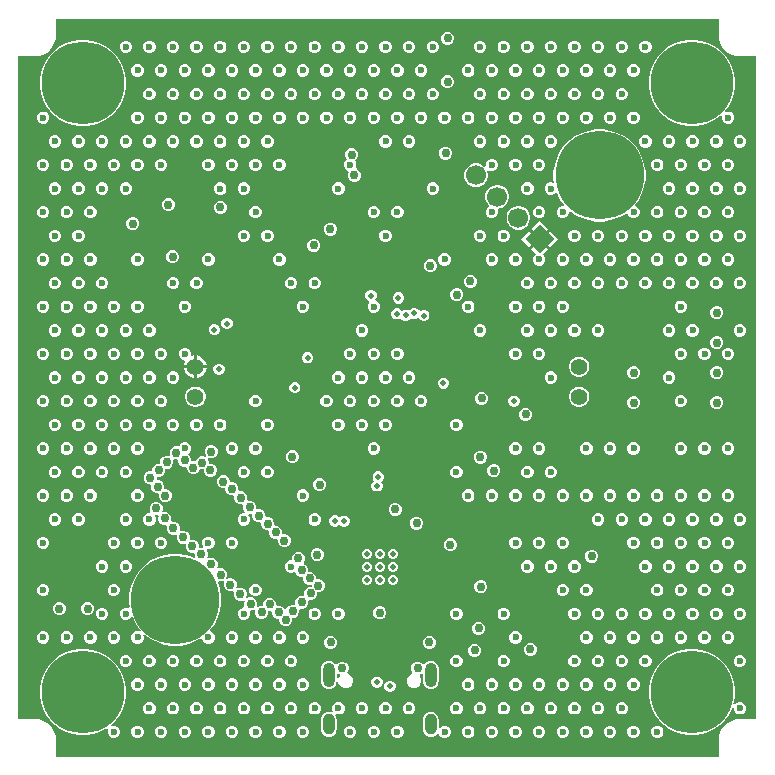
<source format=gbr>
%TF.GenerationSoftware,Altium Limited,Altium Designer,24.2.2 (26)*%
G04 Layer_Physical_Order=3*
G04 Layer_Color=16440176*
%FSLAX45Y45*%
%MOMM*%
%TF.SameCoordinates,D31C6D6D-B6E9-44EC-8E0F-9CDDCF0E9FEB*%
%TF.FilePolarity,Positive*%
%TF.FileFunction,Copper,L3,Inr,Signal*%
%TF.Part,Single*%
G01*
G75*
%TA.AperFunction,ViaPad*%
%ADD59C,7.50000*%
%ADD60C,7.00000*%
%TA.AperFunction,ComponentPad*%
%ADD61C,1.40000*%
%ADD62O,1.00000X1.80000*%
%ADD63O,1.00000X2.10000*%
%ADD64C,1.70000*%
%ADD65P,2.40416X4X180.0*%
%TA.AperFunction,ViaPad*%
%ADD66C,0.60000*%
%ADD67C,0.75000*%
%ADD68C,0.50000*%
G36*
X5981113Y6159500D02*
X5981368Y6158215D01*
X5984667Y6124724D01*
X5994811Y6091283D01*
X6011284Y6060465D01*
X6033452Y6033452D01*
X6060465Y6011284D01*
X6091283Y5994811D01*
X6124724Y5984667D01*
X6158215Y5981368D01*
X6159500Y5981113D01*
X6298613D01*
Y368887D01*
X6159500D01*
X6158215Y368632D01*
X6124724Y365333D01*
X6091283Y355189D01*
X6060465Y338716D01*
X6033452Y316547D01*
X6011284Y289535D01*
X5994811Y258717D01*
X5984667Y225276D01*
X5981368Y191785D01*
X5981113Y190500D01*
Y51387D01*
X368887D01*
Y190500D01*
X368632Y191785D01*
X365333Y225276D01*
X355189Y258717D01*
X338716Y289535D01*
X316547Y316547D01*
X289535Y338716D01*
X258717Y355189D01*
X225276Y365333D01*
X191785Y368632D01*
X190500Y368887D01*
X51387D01*
Y5981113D01*
X190500D01*
X191785Y5981368D01*
X225276Y5984667D01*
X258717Y5994811D01*
X289535Y6011284D01*
X316547Y6033452D01*
X338716Y6060465D01*
X355189Y6091283D01*
X365333Y6124724D01*
X368632Y6158215D01*
X368887Y6159500D01*
Y6298613D01*
X5981113D01*
Y6159500D01*
D02*
G37*
%LPC*%
G36*
X3697190Y6188350D02*
X3675310D01*
X3655095Y6179977D01*
X3639624Y6164505D01*
X3631250Y6144290D01*
Y6122410D01*
X3639624Y6102195D01*
X3655095Y6086724D01*
X3675310Y6078350D01*
X3697190D01*
X3717405Y6086724D01*
X3732877Y6102195D01*
X3741250Y6122410D01*
Y6144290D01*
X3732877Y6164505D01*
X3717405Y6179977D01*
X3697190Y6188350D01*
D02*
G37*
G36*
X5370447Y6112504D02*
X5349561D01*
X5330266Y6104512D01*
X5315497Y6089743D01*
X5307504Y6070448D01*
Y6049562D01*
X5315497Y6030266D01*
X5330266Y6015497D01*
X5349561Y6007505D01*
X5370447D01*
X5389743Y6015497D01*
X5404511Y6030266D01*
X5412504Y6049562D01*
Y6070448D01*
X5404511Y6089743D01*
X5389743Y6104512D01*
X5370447Y6112504D01*
D02*
G37*
G36*
X5170447D02*
X5149561D01*
X5130266Y6104512D01*
X5115497Y6089743D01*
X5107504Y6070448D01*
Y6049562D01*
X5115497Y6030266D01*
X5130266Y6015497D01*
X5149561Y6007505D01*
X5170447D01*
X5189743Y6015497D01*
X5204511Y6030266D01*
X5212504Y6049562D01*
Y6070448D01*
X5204511Y6089743D01*
X5189743Y6104512D01*
X5170447Y6112504D01*
D02*
G37*
G36*
X4970447D02*
X4949561D01*
X4930265Y6104512D01*
X4915497Y6089743D01*
X4907504Y6070448D01*
Y6049562D01*
X4915497Y6030266D01*
X4930265Y6015497D01*
X4949561Y6007505D01*
X4970447D01*
X4989743Y6015497D01*
X5004511Y6030266D01*
X5012504Y6049562D01*
Y6070448D01*
X5004511Y6089743D01*
X4989743Y6104512D01*
X4970447Y6112504D01*
D02*
G37*
G36*
X4770447D02*
X4749561D01*
X4730265Y6104512D01*
X4715497Y6089743D01*
X4707504Y6070448D01*
Y6049562D01*
X4715497Y6030266D01*
X4730265Y6015497D01*
X4749561Y6007505D01*
X4770447D01*
X4789743Y6015497D01*
X4804511Y6030266D01*
X4812504Y6049562D01*
Y6070448D01*
X4804511Y6089743D01*
X4789743Y6104512D01*
X4770447Y6112504D01*
D02*
G37*
G36*
X4570447D02*
X4549561D01*
X4530265Y6104512D01*
X4515497Y6089743D01*
X4507504Y6070448D01*
Y6049562D01*
X4515497Y6030266D01*
X4530265Y6015497D01*
X4549561Y6007505D01*
X4570447D01*
X4589742Y6015497D01*
X4604511Y6030266D01*
X4612504Y6049562D01*
Y6070448D01*
X4604511Y6089743D01*
X4589742Y6104512D01*
X4570447Y6112504D01*
D02*
G37*
G36*
X4370447D02*
X4349561D01*
X4330265Y6104512D01*
X4315497Y6089743D01*
X4307504Y6070448D01*
Y6049562D01*
X4315497Y6030266D01*
X4330265Y6015497D01*
X4349561Y6007505D01*
X4370447D01*
X4389742Y6015497D01*
X4404511Y6030266D01*
X4412503Y6049562D01*
Y6070448D01*
X4404511Y6089743D01*
X4389742Y6104512D01*
X4370447Y6112504D01*
D02*
G37*
G36*
X4170447D02*
X4149561D01*
X4130265Y6104512D01*
X4115496Y6089743D01*
X4107504Y6070448D01*
Y6049562D01*
X4115496Y6030266D01*
X4130265Y6015497D01*
X4149561Y6007505D01*
X4170447D01*
X4189742Y6015497D01*
X4204511Y6030266D01*
X4212503Y6049562D01*
Y6070448D01*
X4204511Y6089743D01*
X4189742Y6104512D01*
X4170447Y6112504D01*
D02*
G37*
G36*
X3970446D02*
X3949561D01*
X3930265Y6104512D01*
X3915496Y6089743D01*
X3907504Y6070448D01*
Y6049562D01*
X3915496Y6030266D01*
X3930265Y6015497D01*
X3949561Y6007505D01*
X3970446D01*
X3989742Y6015497D01*
X4004511Y6030266D01*
X4012503Y6049562D01*
Y6070448D01*
X4004511Y6089743D01*
X3989742Y6104512D01*
X3970446Y6112504D01*
D02*
G37*
G36*
X3570446D02*
X3549560D01*
X3530265Y6104512D01*
X3515496Y6089743D01*
X3507504Y6070448D01*
Y6049562D01*
X3515496Y6030266D01*
X3530265Y6015497D01*
X3549560Y6007505D01*
X3570446D01*
X3589742Y6015497D01*
X3604510Y6030266D01*
X3612503Y6049562D01*
Y6070448D01*
X3604510Y6089743D01*
X3589742Y6104512D01*
X3570446Y6112504D01*
D02*
G37*
G36*
X3370446D02*
X3349560D01*
X3330265Y6104512D01*
X3315496Y6089743D01*
X3307503Y6070448D01*
Y6049562D01*
X3315496Y6030266D01*
X3330265Y6015497D01*
X3349560Y6007505D01*
X3370446D01*
X3389742Y6015497D01*
X3404510Y6030266D01*
X3412503Y6049562D01*
Y6070448D01*
X3404510Y6089743D01*
X3389742Y6104512D01*
X3370446Y6112504D01*
D02*
G37*
G36*
X3170446D02*
X3149560D01*
X3130265Y6104512D01*
X3115496Y6089743D01*
X3107503Y6070448D01*
Y6049562D01*
X3115496Y6030266D01*
X3130265Y6015497D01*
X3149560Y6007505D01*
X3170446D01*
X3189742Y6015497D01*
X3204510Y6030266D01*
X3212503Y6049562D01*
Y6070448D01*
X3204510Y6089743D01*
X3189742Y6104512D01*
X3170446Y6112504D01*
D02*
G37*
G36*
X2970446D02*
X2949560D01*
X2930264Y6104512D01*
X2915496Y6089743D01*
X2907503Y6070448D01*
Y6049562D01*
X2915496Y6030266D01*
X2930264Y6015497D01*
X2949560Y6007505D01*
X2970446D01*
X2989742Y6015497D01*
X3004510Y6030266D01*
X3012503Y6049562D01*
Y6070448D01*
X3004510Y6089743D01*
X2989742Y6104512D01*
X2970446Y6112504D01*
D02*
G37*
G36*
X2770446D02*
X2749560D01*
X2730264Y6104512D01*
X2715496Y6089743D01*
X2707503Y6070448D01*
Y6049562D01*
X2715496Y6030266D01*
X2730264Y6015497D01*
X2749560Y6007505D01*
X2770446D01*
X2789741Y6015497D01*
X2804510Y6030266D01*
X2812503Y6049562D01*
Y6070448D01*
X2804510Y6089743D01*
X2789741Y6104512D01*
X2770446Y6112504D01*
D02*
G37*
G36*
X2570446D02*
X2549560D01*
X2530264Y6104512D01*
X2515496Y6089743D01*
X2507503Y6070448D01*
Y6049562D01*
X2515496Y6030266D01*
X2530264Y6015497D01*
X2549560Y6007505D01*
X2570446D01*
X2589741Y6015497D01*
X2604510Y6030266D01*
X2612503Y6049562D01*
Y6070448D01*
X2604510Y6089743D01*
X2589741Y6104512D01*
X2570446Y6112504D01*
D02*
G37*
G36*
X2370446D02*
X2349560D01*
X2330264Y6104512D01*
X2315495Y6089743D01*
X2307503Y6070448D01*
Y6049562D01*
X2315495Y6030266D01*
X2330264Y6015497D01*
X2349560Y6007505D01*
X2370446D01*
X2389741Y6015497D01*
X2404510Y6030266D01*
X2412502Y6049562D01*
Y6070448D01*
X2404510Y6089743D01*
X2389741Y6104512D01*
X2370446Y6112504D01*
D02*
G37*
G36*
X2170445D02*
X2149560D01*
X2130264Y6104512D01*
X2115495Y6089743D01*
X2107503Y6070448D01*
Y6049562D01*
X2115495Y6030266D01*
X2130264Y6015497D01*
X2149560Y6007505D01*
X2170445D01*
X2189741Y6015497D01*
X2204510Y6030266D01*
X2212502Y6049562D01*
Y6070448D01*
X2204510Y6089743D01*
X2189741Y6104512D01*
X2170445Y6112504D01*
D02*
G37*
G36*
X1970445D02*
X1949559D01*
X1930264Y6104512D01*
X1915495Y6089743D01*
X1907503Y6070448D01*
Y6049562D01*
X1915495Y6030266D01*
X1930264Y6015497D01*
X1949559Y6007505D01*
X1970445D01*
X1989741Y6015497D01*
X2004510Y6030266D01*
X2012502Y6049562D01*
Y6070448D01*
X2004510Y6089743D01*
X1989741Y6104512D01*
X1970445Y6112504D01*
D02*
G37*
G36*
X1770445D02*
X1749559D01*
X1730264Y6104512D01*
X1715495Y6089743D01*
X1707503Y6070448D01*
Y6049562D01*
X1715495Y6030266D01*
X1730264Y6015497D01*
X1749559Y6007505D01*
X1770445D01*
X1789741Y6015497D01*
X1804509Y6030266D01*
X1812502Y6049562D01*
Y6070448D01*
X1804509Y6089743D01*
X1789741Y6104512D01*
X1770445Y6112504D01*
D02*
G37*
G36*
X1570445D02*
X1549559D01*
X1530264Y6104512D01*
X1515495Y6089743D01*
X1507502Y6070448D01*
Y6049562D01*
X1515495Y6030266D01*
X1530264Y6015497D01*
X1549559Y6007505D01*
X1570445D01*
X1589741Y6015497D01*
X1604509Y6030266D01*
X1612502Y6049562D01*
Y6070448D01*
X1604509Y6089743D01*
X1589741Y6104512D01*
X1570445Y6112504D01*
D02*
G37*
G36*
X1370445D02*
X1349559D01*
X1330264Y6104512D01*
X1315495Y6089743D01*
X1307502Y6070448D01*
Y6049562D01*
X1315495Y6030266D01*
X1330264Y6015497D01*
X1349559Y6007505D01*
X1370445D01*
X1389741Y6015497D01*
X1404509Y6030266D01*
X1412502Y6049562D01*
Y6070448D01*
X1404509Y6089743D01*
X1389741Y6104512D01*
X1370445Y6112504D01*
D02*
G37*
G36*
X1170445D02*
X1149559D01*
X1130263Y6104512D01*
X1115495Y6089743D01*
X1107502Y6070448D01*
Y6049562D01*
X1115495Y6030266D01*
X1130263Y6015497D01*
X1149559Y6007505D01*
X1170445D01*
X1189741Y6015497D01*
X1204509Y6030266D01*
X1212502Y6049562D01*
Y6070448D01*
X1204509Y6089743D01*
X1189741Y6104512D01*
X1170445Y6112504D01*
D02*
G37*
G36*
X970445D02*
X949559D01*
X930263Y6104512D01*
X915495Y6089743D01*
X907502Y6070448D01*
Y6049562D01*
X915495Y6030266D01*
X930263Y6015497D01*
X949559Y6007505D01*
X970445D01*
X989740Y6015497D01*
X1004509Y6030266D01*
X1012502Y6049562D01*
Y6070448D01*
X1004509Y6089743D01*
X989740Y6104512D01*
X970445Y6112504D01*
D02*
G37*
G36*
X5270447Y5912504D02*
X5249561D01*
X5230266Y5904512D01*
X5215497Y5889743D01*
X5207504Y5870447D01*
Y5849562D01*
X5215497Y5830266D01*
X5230266Y5815497D01*
X5249561Y5807505D01*
X5270447D01*
X5289743Y5815497D01*
X5304511Y5830266D01*
X5312504Y5849562D01*
Y5870447D01*
X5304511Y5889743D01*
X5289743Y5904512D01*
X5270447Y5912504D01*
D02*
G37*
G36*
X5070447D02*
X5049561D01*
X5030266Y5904512D01*
X5015497Y5889743D01*
X5007504Y5870447D01*
Y5849562D01*
X5015497Y5830266D01*
X5030266Y5815497D01*
X5049561Y5807505D01*
X5070447D01*
X5089743Y5815497D01*
X5104511Y5830266D01*
X5112504Y5849562D01*
Y5870447D01*
X5104511Y5889743D01*
X5089743Y5904512D01*
X5070447Y5912504D01*
D02*
G37*
G36*
X4870447D02*
X4849561D01*
X4830265Y5904512D01*
X4815497Y5889743D01*
X4807504Y5870447D01*
Y5849562D01*
X4815497Y5830266D01*
X4830265Y5815497D01*
X4849561Y5807505D01*
X4870447D01*
X4889743Y5815497D01*
X4904511Y5830266D01*
X4912504Y5849562D01*
Y5870447D01*
X4904511Y5889743D01*
X4889743Y5904512D01*
X4870447Y5912504D01*
D02*
G37*
G36*
X4670447D02*
X4649561D01*
X4630265Y5904512D01*
X4615497Y5889743D01*
X4607504Y5870447D01*
Y5849562D01*
X4615497Y5830266D01*
X4630265Y5815497D01*
X4649561Y5807505D01*
X4670447D01*
X4689742Y5815497D01*
X4704511Y5830266D01*
X4712504Y5849562D01*
Y5870447D01*
X4704511Y5889743D01*
X4689742Y5904512D01*
X4670447Y5912504D01*
D02*
G37*
G36*
X4470447D02*
X4449561D01*
X4430265Y5904512D01*
X4415497Y5889743D01*
X4407504Y5870447D01*
Y5849562D01*
X4415497Y5830266D01*
X4430265Y5815497D01*
X4449561Y5807505D01*
X4470447D01*
X4489742Y5815497D01*
X4504511Y5830266D01*
X4512504Y5849562D01*
Y5870447D01*
X4504511Y5889743D01*
X4489742Y5904512D01*
X4470447Y5912504D01*
D02*
G37*
G36*
X4270447D02*
X4249561D01*
X4230265Y5904512D01*
X4215497Y5889743D01*
X4207504Y5870447D01*
Y5849562D01*
X4215497Y5830266D01*
X4230265Y5815497D01*
X4249561Y5807505D01*
X4270447D01*
X4289742Y5815497D01*
X4304511Y5830266D01*
X4312503Y5849562D01*
Y5870447D01*
X4304511Y5889743D01*
X4289742Y5904512D01*
X4270447Y5912504D01*
D02*
G37*
G36*
X4070447D02*
X4049561D01*
X4030265Y5904512D01*
X4015496Y5889743D01*
X4007504Y5870447D01*
Y5849562D01*
X4015496Y5830266D01*
X4030265Y5815497D01*
X4049561Y5807505D01*
X4070447D01*
X4089742Y5815497D01*
X4104511Y5830266D01*
X4112503Y5849562D01*
Y5870447D01*
X4104511Y5889743D01*
X4089742Y5904512D01*
X4070447Y5912504D01*
D02*
G37*
G36*
X3870446D02*
X3849560D01*
X3830265Y5904512D01*
X3815496Y5889743D01*
X3807504Y5870447D01*
Y5849562D01*
X3815496Y5830266D01*
X3830265Y5815497D01*
X3849560Y5807505D01*
X3870446D01*
X3889742Y5815497D01*
X3904511Y5830266D01*
X3912503Y5849562D01*
Y5870447D01*
X3904511Y5889743D01*
X3889742Y5904512D01*
X3870446Y5912504D01*
D02*
G37*
G36*
X3470446D02*
X3449560D01*
X3430265Y5904512D01*
X3415496Y5889743D01*
X3407503Y5870447D01*
Y5849562D01*
X3415496Y5830266D01*
X3430265Y5815497D01*
X3449560Y5807505D01*
X3470446D01*
X3489742Y5815497D01*
X3504510Y5830266D01*
X3512503Y5849562D01*
Y5870447D01*
X3504510Y5889743D01*
X3489742Y5904512D01*
X3470446Y5912504D01*
D02*
G37*
G36*
X3270446D02*
X3249560D01*
X3230265Y5904512D01*
X3215496Y5889743D01*
X3207503Y5870447D01*
Y5849562D01*
X3215496Y5830266D01*
X3230265Y5815497D01*
X3249560Y5807505D01*
X3270446D01*
X3289742Y5815497D01*
X3304510Y5830266D01*
X3312503Y5849562D01*
Y5870447D01*
X3304510Y5889743D01*
X3289742Y5904512D01*
X3270446Y5912504D01*
D02*
G37*
G36*
X3070446D02*
X3049560D01*
X3030264Y5904512D01*
X3015496Y5889743D01*
X3007503Y5870447D01*
Y5849562D01*
X3015496Y5830266D01*
X3030264Y5815497D01*
X3049560Y5807505D01*
X3070446D01*
X3089742Y5815497D01*
X3104510Y5830266D01*
X3112503Y5849562D01*
Y5870447D01*
X3104510Y5889743D01*
X3089742Y5904512D01*
X3070446Y5912504D01*
D02*
G37*
G36*
X2870446D02*
X2849560D01*
X2830264Y5904512D01*
X2815496Y5889743D01*
X2807503Y5870447D01*
Y5849562D01*
X2815496Y5830266D01*
X2830264Y5815497D01*
X2849560Y5807505D01*
X2870446D01*
X2889741Y5815497D01*
X2904510Y5830266D01*
X2912503Y5849562D01*
Y5870447D01*
X2904510Y5889743D01*
X2889741Y5904512D01*
X2870446Y5912504D01*
D02*
G37*
G36*
X2670446D02*
X2649560D01*
X2630264Y5904512D01*
X2615496Y5889743D01*
X2607503Y5870447D01*
Y5849562D01*
X2615496Y5830266D01*
X2630264Y5815497D01*
X2649560Y5807505D01*
X2670446D01*
X2689741Y5815497D01*
X2704510Y5830266D01*
X2712503Y5849562D01*
Y5870447D01*
X2704510Y5889743D01*
X2689741Y5904512D01*
X2670446Y5912504D01*
D02*
G37*
G36*
X2470446D02*
X2449560D01*
X2430264Y5904512D01*
X2415496Y5889743D01*
X2407503Y5870447D01*
Y5849562D01*
X2415496Y5830266D01*
X2430264Y5815497D01*
X2449560Y5807505D01*
X2470446D01*
X2489741Y5815497D01*
X2504510Y5830266D01*
X2512502Y5849562D01*
Y5870447D01*
X2504510Y5889743D01*
X2489741Y5904512D01*
X2470446Y5912504D01*
D02*
G37*
G36*
X2270446D02*
X2249560D01*
X2230264Y5904512D01*
X2215495Y5889743D01*
X2207503Y5870447D01*
Y5849562D01*
X2215495Y5830266D01*
X2230264Y5815497D01*
X2249560Y5807505D01*
X2270446D01*
X2289741Y5815497D01*
X2304510Y5830266D01*
X2312502Y5849562D01*
Y5870447D01*
X2304510Y5889743D01*
X2289741Y5904512D01*
X2270446Y5912504D01*
D02*
G37*
G36*
X2070445D02*
X2049560D01*
X2030264Y5904512D01*
X2015495Y5889743D01*
X2007503Y5870447D01*
Y5849562D01*
X2015495Y5830266D01*
X2030264Y5815497D01*
X2049560Y5807505D01*
X2070445D01*
X2089741Y5815497D01*
X2104510Y5830266D01*
X2112502Y5849562D01*
Y5870447D01*
X2104510Y5889743D01*
X2089741Y5904512D01*
X2070445Y5912504D01*
D02*
G37*
G36*
X1870445D02*
X1849559D01*
X1830264Y5904512D01*
X1815495Y5889743D01*
X1807503Y5870447D01*
Y5849562D01*
X1815495Y5830266D01*
X1830264Y5815497D01*
X1849559Y5807505D01*
X1870445D01*
X1889741Y5815497D01*
X1904510Y5830266D01*
X1912502Y5849562D01*
Y5870447D01*
X1904510Y5889743D01*
X1889741Y5904512D01*
X1870445Y5912504D01*
D02*
G37*
G36*
X1670445D02*
X1649559D01*
X1630264Y5904512D01*
X1615495Y5889743D01*
X1607503Y5870447D01*
Y5849562D01*
X1615495Y5830266D01*
X1630264Y5815497D01*
X1649559Y5807505D01*
X1670445D01*
X1689741Y5815497D01*
X1704509Y5830266D01*
X1712502Y5849562D01*
Y5870447D01*
X1704509Y5889743D01*
X1689741Y5904512D01*
X1670445Y5912504D01*
D02*
G37*
G36*
X1470445D02*
X1449559D01*
X1430264Y5904512D01*
X1415495Y5889743D01*
X1407502Y5870447D01*
Y5849562D01*
X1415495Y5830266D01*
X1430264Y5815497D01*
X1449559Y5807505D01*
X1470445D01*
X1489741Y5815497D01*
X1504509Y5830266D01*
X1512502Y5849562D01*
Y5870447D01*
X1504509Y5889743D01*
X1489741Y5904512D01*
X1470445Y5912504D01*
D02*
G37*
G36*
X1270445D02*
X1249559D01*
X1230263Y5904512D01*
X1215495Y5889743D01*
X1207502Y5870447D01*
Y5849562D01*
X1215495Y5830266D01*
X1230263Y5815497D01*
X1249559Y5807505D01*
X1270445D01*
X1289741Y5815497D01*
X1304509Y5830266D01*
X1312502Y5849562D01*
Y5870447D01*
X1304509Y5889743D01*
X1289741Y5904512D01*
X1270445Y5912504D01*
D02*
G37*
G36*
X1070445D02*
X1049559D01*
X1030263Y5904512D01*
X1015495Y5889743D01*
X1007502Y5870447D01*
Y5849562D01*
X1015495Y5830266D01*
X1030263Y5815497D01*
X1049559Y5807505D01*
X1070445D01*
X1089741Y5815497D01*
X1104509Y5830266D01*
X1112502Y5849562D01*
Y5870447D01*
X1104509Y5889743D01*
X1089741Y5904512D01*
X1070445Y5912504D01*
D02*
G37*
G36*
X3697190Y5818350D02*
X3675310D01*
X3655095Y5809977D01*
X3639624Y5794505D01*
X3631250Y5774290D01*
Y5752410D01*
X3639624Y5732195D01*
X3655095Y5716724D01*
X3675310Y5708350D01*
X3697190D01*
X3717405Y5716724D01*
X3732877Y5732195D01*
X3741250Y5752410D01*
Y5774290D01*
X3732877Y5794505D01*
X3717405Y5809977D01*
X3697190Y5818350D01*
D02*
G37*
G36*
X5170447Y5712504D02*
X5149561D01*
X5130266Y5704512D01*
X5115497Y5689743D01*
X5107504Y5670447D01*
Y5649561D01*
X5115497Y5630266D01*
X5130266Y5615497D01*
X5149561Y5607505D01*
X5170447D01*
X5189743Y5615497D01*
X5204511Y5630266D01*
X5212504Y5649561D01*
Y5670447D01*
X5204511Y5689743D01*
X5189743Y5704512D01*
X5170447Y5712504D01*
D02*
G37*
G36*
X4970447D02*
X4949561D01*
X4930265Y5704512D01*
X4915497Y5689743D01*
X4907504Y5670447D01*
Y5649561D01*
X4915497Y5630266D01*
X4930265Y5615497D01*
X4949561Y5607505D01*
X4970447D01*
X4989743Y5615497D01*
X5004511Y5630266D01*
X5012504Y5649561D01*
Y5670447D01*
X5004511Y5689743D01*
X4989743Y5704512D01*
X4970447Y5712504D01*
D02*
G37*
G36*
X4770447D02*
X4749561D01*
X4730265Y5704512D01*
X4715497Y5689743D01*
X4707504Y5670447D01*
Y5649561D01*
X4715497Y5630266D01*
X4730265Y5615497D01*
X4749561Y5607505D01*
X4770447D01*
X4789743Y5615497D01*
X4804511Y5630266D01*
X4812504Y5649561D01*
Y5670447D01*
X4804511Y5689743D01*
X4789743Y5704512D01*
X4770447Y5712504D01*
D02*
G37*
G36*
X4570447D02*
X4549561D01*
X4530265Y5704512D01*
X4515497Y5689743D01*
X4507504Y5670447D01*
Y5649561D01*
X4515497Y5630266D01*
X4530265Y5615497D01*
X4549561Y5607505D01*
X4570447D01*
X4589742Y5615497D01*
X4604511Y5630266D01*
X4612504Y5649561D01*
Y5670447D01*
X4604511Y5689743D01*
X4589742Y5704512D01*
X4570447Y5712504D01*
D02*
G37*
G36*
X4370447D02*
X4349561D01*
X4330265Y5704512D01*
X4315497Y5689743D01*
X4307504Y5670447D01*
Y5649561D01*
X4315497Y5630266D01*
X4330265Y5615497D01*
X4349561Y5607505D01*
X4370447D01*
X4389742Y5615497D01*
X4404511Y5630266D01*
X4412503Y5649561D01*
Y5670447D01*
X4404511Y5689743D01*
X4389742Y5704512D01*
X4370447Y5712504D01*
D02*
G37*
G36*
X4170447D02*
X4149561D01*
X4130265Y5704512D01*
X4115496Y5689743D01*
X4107504Y5670447D01*
Y5649561D01*
X4115496Y5630266D01*
X4130265Y5615497D01*
X4149561Y5607505D01*
X4170447D01*
X4189742Y5615497D01*
X4204511Y5630266D01*
X4212503Y5649561D01*
Y5670447D01*
X4204511Y5689743D01*
X4189742Y5704512D01*
X4170447Y5712504D01*
D02*
G37*
G36*
X3970446D02*
X3949561D01*
X3930265Y5704512D01*
X3915496Y5689743D01*
X3907504Y5670447D01*
Y5649561D01*
X3915496Y5630266D01*
X3930265Y5615497D01*
X3949561Y5607505D01*
X3970446D01*
X3989742Y5615497D01*
X4004511Y5630266D01*
X4012503Y5649561D01*
Y5670447D01*
X4004511Y5689743D01*
X3989742Y5704512D01*
X3970446Y5712504D01*
D02*
G37*
G36*
X3570446D02*
X3549560D01*
X3530265Y5704512D01*
X3515496Y5689743D01*
X3507504Y5670447D01*
Y5649561D01*
X3515496Y5630266D01*
X3530265Y5615497D01*
X3549560Y5607505D01*
X3570446D01*
X3589742Y5615497D01*
X3604510Y5630266D01*
X3612503Y5649561D01*
Y5670447D01*
X3604510Y5689743D01*
X3589742Y5704512D01*
X3570446Y5712504D01*
D02*
G37*
G36*
X3370446D02*
X3349560D01*
X3330265Y5704512D01*
X3315496Y5689743D01*
X3307503Y5670447D01*
Y5649561D01*
X3315496Y5630266D01*
X3330265Y5615497D01*
X3349560Y5607505D01*
X3370446D01*
X3389742Y5615497D01*
X3404510Y5630266D01*
X3412503Y5649561D01*
Y5670447D01*
X3404510Y5689743D01*
X3389742Y5704512D01*
X3370446Y5712504D01*
D02*
G37*
G36*
X3170446D02*
X3149560D01*
X3130265Y5704512D01*
X3115496Y5689743D01*
X3107503Y5670447D01*
Y5649561D01*
X3115496Y5630266D01*
X3130265Y5615497D01*
X3149560Y5607505D01*
X3170446D01*
X3189742Y5615497D01*
X3204510Y5630266D01*
X3212503Y5649561D01*
Y5670447D01*
X3204510Y5689743D01*
X3189742Y5704512D01*
X3170446Y5712504D01*
D02*
G37*
G36*
X2970446D02*
X2949560D01*
X2930264Y5704512D01*
X2915496Y5689743D01*
X2907503Y5670447D01*
Y5649561D01*
X2915496Y5630266D01*
X2930264Y5615497D01*
X2949560Y5607505D01*
X2970446D01*
X2989742Y5615497D01*
X3004510Y5630266D01*
X3012503Y5649561D01*
Y5670447D01*
X3004510Y5689743D01*
X2989742Y5704512D01*
X2970446Y5712504D01*
D02*
G37*
G36*
X2770446D02*
X2749560D01*
X2730264Y5704512D01*
X2715496Y5689743D01*
X2707503Y5670447D01*
Y5649561D01*
X2715496Y5630266D01*
X2730264Y5615497D01*
X2749560Y5607505D01*
X2770446D01*
X2789741Y5615497D01*
X2804510Y5630266D01*
X2812503Y5649561D01*
Y5670447D01*
X2804510Y5689743D01*
X2789741Y5704512D01*
X2770446Y5712504D01*
D02*
G37*
G36*
X2570446D02*
X2549560D01*
X2530264Y5704512D01*
X2515496Y5689743D01*
X2507503Y5670447D01*
Y5649561D01*
X2515496Y5630266D01*
X2530264Y5615497D01*
X2549560Y5607505D01*
X2570446D01*
X2589741Y5615497D01*
X2604510Y5630266D01*
X2612503Y5649561D01*
Y5670447D01*
X2604510Y5689743D01*
X2589741Y5704512D01*
X2570446Y5712504D01*
D02*
G37*
G36*
X2370446D02*
X2349560D01*
X2330264Y5704512D01*
X2315495Y5689743D01*
X2307503Y5670447D01*
Y5649561D01*
X2315495Y5630266D01*
X2330264Y5615497D01*
X2349560Y5607505D01*
X2370446D01*
X2389741Y5615497D01*
X2404510Y5630266D01*
X2412502Y5649561D01*
Y5670447D01*
X2404510Y5689743D01*
X2389741Y5704512D01*
X2370446Y5712504D01*
D02*
G37*
G36*
X2170445D02*
X2149560D01*
X2130264Y5704512D01*
X2115495Y5689743D01*
X2107503Y5670447D01*
Y5649561D01*
X2115495Y5630266D01*
X2130264Y5615497D01*
X2149560Y5607505D01*
X2170445D01*
X2189741Y5615497D01*
X2204510Y5630266D01*
X2212502Y5649561D01*
Y5670447D01*
X2204510Y5689743D01*
X2189741Y5704512D01*
X2170445Y5712504D01*
D02*
G37*
G36*
X1970445D02*
X1949559D01*
X1930264Y5704512D01*
X1915495Y5689743D01*
X1907503Y5670447D01*
Y5649561D01*
X1915495Y5630266D01*
X1930264Y5615497D01*
X1949559Y5607505D01*
X1970445D01*
X1989741Y5615497D01*
X2004510Y5630266D01*
X2012502Y5649561D01*
Y5670447D01*
X2004510Y5689743D01*
X1989741Y5704512D01*
X1970445Y5712504D01*
D02*
G37*
G36*
X1770445D02*
X1749559D01*
X1730264Y5704512D01*
X1715495Y5689743D01*
X1707503Y5670447D01*
Y5649561D01*
X1715495Y5630266D01*
X1730264Y5615497D01*
X1749559Y5607505D01*
X1770445D01*
X1789741Y5615497D01*
X1804509Y5630266D01*
X1812502Y5649561D01*
Y5670447D01*
X1804509Y5689743D01*
X1789741Y5704512D01*
X1770445Y5712504D01*
D02*
G37*
G36*
X1570445D02*
X1549559D01*
X1530264Y5704512D01*
X1515495Y5689743D01*
X1507502Y5670447D01*
Y5649561D01*
X1515495Y5630266D01*
X1530264Y5615497D01*
X1549559Y5607505D01*
X1570445D01*
X1589741Y5615497D01*
X1604509Y5630266D01*
X1612502Y5649561D01*
Y5670447D01*
X1604509Y5689743D01*
X1589741Y5704512D01*
X1570445Y5712504D01*
D02*
G37*
G36*
X1370445D02*
X1349559D01*
X1330264Y5704512D01*
X1315495Y5689743D01*
X1307502Y5670447D01*
Y5649561D01*
X1315495Y5630266D01*
X1330264Y5615497D01*
X1349559Y5607505D01*
X1370445D01*
X1389741Y5615497D01*
X1404509Y5630266D01*
X1412502Y5649561D01*
Y5670447D01*
X1404509Y5689743D01*
X1389741Y5704512D01*
X1370445Y5712504D01*
D02*
G37*
G36*
X1170445D02*
X1149559D01*
X1130263Y5704512D01*
X1115495Y5689743D01*
X1107502Y5670447D01*
Y5649561D01*
X1115495Y5630266D01*
X1130263Y5615497D01*
X1149559Y5607505D01*
X1170445D01*
X1189741Y5615497D01*
X1204509Y5630266D01*
X1212502Y5649561D01*
Y5670447D01*
X1204509Y5689743D01*
X1189741Y5704512D01*
X1170445Y5712504D01*
D02*
G37*
G36*
X5781826Y6118100D02*
X5724374D01*
X5667629Y6109113D01*
X5612989Y6091359D01*
X5561798Y6065276D01*
X5515318Y6031507D01*
X5474693Y5990882D01*
X5440924Y5944402D01*
X5414841Y5893211D01*
X5397087Y5838571D01*
X5388100Y5781826D01*
Y5724374D01*
X5397087Y5667629D01*
X5414841Y5612989D01*
X5440924Y5561798D01*
X5474693Y5515318D01*
X5515318Y5474693D01*
X5561798Y5440924D01*
X5612989Y5414841D01*
X5667629Y5397087D01*
X5724374Y5388100D01*
X5781826D01*
X5838571Y5397087D01*
X5893211Y5414841D01*
X5944402Y5440924D01*
X5990882Y5474693D01*
X5998795Y5482607D01*
X6009562Y5475413D01*
X6007505Y5470447D01*
Y5449561D01*
X6015497Y5430266D01*
X6030266Y5415497D01*
X6049562Y5407505D01*
X6070448D01*
X6089743Y5415497D01*
X6104512Y5430266D01*
X6112504Y5449561D01*
Y5470447D01*
X6104512Y5489743D01*
X6089743Y5504511D01*
X6070448Y5512504D01*
X6049562D01*
X6043265Y5509896D01*
X6035096Y5520258D01*
X6065276Y5561798D01*
X6091359Y5612989D01*
X6109113Y5667629D01*
X6118100Y5724374D01*
Y5781826D01*
X6109113Y5838571D01*
X6091359Y5893211D01*
X6065276Y5944402D01*
X6031507Y5990882D01*
X5990882Y6031507D01*
X5944402Y6065276D01*
X5893211Y6091359D01*
X5838571Y6109113D01*
X5781826Y6118100D01*
D02*
G37*
G36*
X5270447Y5512504D02*
X5249561D01*
X5230266Y5504511D01*
X5215497Y5489743D01*
X5207504Y5470447D01*
Y5449561D01*
X5215497Y5430266D01*
X5230266Y5415497D01*
X5249561Y5407505D01*
X5270447D01*
X5289743Y5415497D01*
X5304511Y5430266D01*
X5312504Y5449561D01*
Y5470447D01*
X5304511Y5489743D01*
X5289743Y5504511D01*
X5270447Y5512504D01*
D02*
G37*
G36*
X5070447D02*
X5049561D01*
X5030266Y5504511D01*
X5015497Y5489743D01*
X5007504Y5470447D01*
Y5449561D01*
X5015497Y5430266D01*
X5030266Y5415497D01*
X5049561Y5407505D01*
X5070447D01*
X5089743Y5415497D01*
X5104511Y5430266D01*
X5112504Y5449561D01*
Y5470447D01*
X5104511Y5489743D01*
X5089743Y5504511D01*
X5070447Y5512504D01*
D02*
G37*
G36*
X4870447D02*
X4849561D01*
X4830265Y5504511D01*
X4815497Y5489743D01*
X4807504Y5470447D01*
Y5449561D01*
X4815497Y5430266D01*
X4830265Y5415497D01*
X4849561Y5407505D01*
X4870447D01*
X4889743Y5415497D01*
X4904511Y5430266D01*
X4912504Y5449561D01*
Y5470447D01*
X4904511Y5489743D01*
X4889743Y5504511D01*
X4870447Y5512504D01*
D02*
G37*
G36*
X4670447D02*
X4649561D01*
X4630265Y5504511D01*
X4615497Y5489743D01*
X4607504Y5470447D01*
Y5449561D01*
X4615497Y5430266D01*
X4630265Y5415497D01*
X4649561Y5407505D01*
X4670447D01*
X4689742Y5415497D01*
X4704511Y5430266D01*
X4712504Y5449561D01*
Y5470447D01*
X4704511Y5489743D01*
X4689742Y5504511D01*
X4670447Y5512504D01*
D02*
G37*
G36*
X4470447D02*
X4449561D01*
X4430265Y5504511D01*
X4415497Y5489743D01*
X4407504Y5470447D01*
Y5449561D01*
X4415497Y5430266D01*
X4430265Y5415497D01*
X4449561Y5407505D01*
X4470447D01*
X4489742Y5415497D01*
X4504511Y5430266D01*
X4512504Y5449561D01*
Y5470447D01*
X4504511Y5489743D01*
X4489742Y5504511D01*
X4470447Y5512504D01*
D02*
G37*
G36*
X4270447D02*
X4249561D01*
X4230265Y5504511D01*
X4215497Y5489743D01*
X4207504Y5470447D01*
Y5449561D01*
X4215497Y5430266D01*
X4230265Y5415497D01*
X4249561Y5407505D01*
X4270447D01*
X4289742Y5415497D01*
X4304511Y5430266D01*
X4312503Y5449561D01*
Y5470447D01*
X4304511Y5489743D01*
X4289742Y5504511D01*
X4270447Y5512504D01*
D02*
G37*
G36*
X4070447D02*
X4049561D01*
X4030265Y5504511D01*
X4015496Y5489743D01*
X4007504Y5470447D01*
Y5449561D01*
X4015496Y5430266D01*
X4030265Y5415497D01*
X4049561Y5407505D01*
X4070447D01*
X4089742Y5415497D01*
X4104511Y5430266D01*
X4112503Y5449561D01*
Y5470447D01*
X4104511Y5489743D01*
X4089742Y5504511D01*
X4070447Y5512504D01*
D02*
G37*
G36*
X3870446D02*
X3849560D01*
X3830265Y5504511D01*
X3815496Y5489743D01*
X3807504Y5470447D01*
Y5449561D01*
X3815496Y5430266D01*
X3830265Y5415497D01*
X3849560Y5407505D01*
X3870446D01*
X3889742Y5415497D01*
X3904511Y5430266D01*
X3912503Y5449561D01*
Y5470447D01*
X3904511Y5489743D01*
X3889742Y5504511D01*
X3870446Y5512504D01*
D02*
G37*
G36*
X3670446D02*
X3649560D01*
X3630265Y5504511D01*
X3615496Y5489743D01*
X3607504Y5470447D01*
Y5449561D01*
X3615496Y5430266D01*
X3630265Y5415497D01*
X3649560Y5407505D01*
X3670446D01*
X3689742Y5415497D01*
X3704510Y5430266D01*
X3712503Y5449561D01*
Y5470447D01*
X3704510Y5489743D01*
X3689742Y5504511D01*
X3670446Y5512504D01*
D02*
G37*
G36*
X3470446D02*
X3449560D01*
X3430265Y5504511D01*
X3415496Y5489743D01*
X3407503Y5470447D01*
Y5449561D01*
X3415496Y5430266D01*
X3430265Y5415497D01*
X3449560Y5407505D01*
X3470446D01*
X3489742Y5415497D01*
X3504510Y5430266D01*
X3512503Y5449561D01*
Y5470447D01*
X3504510Y5489743D01*
X3489742Y5504511D01*
X3470446Y5512504D01*
D02*
G37*
G36*
X3270446D02*
X3249560D01*
X3230265Y5504511D01*
X3215496Y5489743D01*
X3207503Y5470447D01*
Y5449561D01*
X3215496Y5430266D01*
X3230265Y5415497D01*
X3249560Y5407505D01*
X3270446D01*
X3289742Y5415497D01*
X3304510Y5430266D01*
X3312503Y5449561D01*
Y5470447D01*
X3304510Y5489743D01*
X3289742Y5504511D01*
X3270446Y5512504D01*
D02*
G37*
G36*
X3070446D02*
X3049560D01*
X3030264Y5504511D01*
X3015496Y5489743D01*
X3007503Y5470447D01*
Y5449561D01*
X3015496Y5430266D01*
X3030264Y5415497D01*
X3049560Y5407505D01*
X3070446D01*
X3089742Y5415497D01*
X3104510Y5430266D01*
X3112503Y5449561D01*
Y5470447D01*
X3104510Y5489743D01*
X3089742Y5504511D01*
X3070446Y5512504D01*
D02*
G37*
G36*
X2870446D02*
X2849560D01*
X2830264Y5504511D01*
X2815496Y5489743D01*
X2807503Y5470447D01*
Y5449561D01*
X2815496Y5430266D01*
X2830264Y5415497D01*
X2849560Y5407505D01*
X2870446D01*
X2889741Y5415497D01*
X2904510Y5430266D01*
X2912503Y5449561D01*
Y5470447D01*
X2904510Y5489743D01*
X2889741Y5504511D01*
X2870446Y5512504D01*
D02*
G37*
G36*
X2670446D02*
X2649560D01*
X2630264Y5504511D01*
X2615496Y5489743D01*
X2607503Y5470447D01*
Y5449561D01*
X2615496Y5430266D01*
X2630264Y5415497D01*
X2649560Y5407505D01*
X2670446D01*
X2689741Y5415497D01*
X2704510Y5430266D01*
X2712503Y5449561D01*
Y5470447D01*
X2704510Y5489743D01*
X2689741Y5504511D01*
X2670446Y5512504D01*
D02*
G37*
G36*
X2470446D02*
X2449560D01*
X2430264Y5504511D01*
X2415496Y5489743D01*
X2407503Y5470447D01*
Y5449561D01*
X2415496Y5430266D01*
X2430264Y5415497D01*
X2449560Y5407505D01*
X2470446D01*
X2489741Y5415497D01*
X2504510Y5430266D01*
X2512502Y5449561D01*
Y5470447D01*
X2504510Y5489743D01*
X2489741Y5504511D01*
X2470446Y5512504D01*
D02*
G37*
G36*
X2270446D02*
X2249560D01*
X2230264Y5504511D01*
X2215495Y5489743D01*
X2207503Y5470447D01*
Y5449561D01*
X2215495Y5430266D01*
X2230264Y5415497D01*
X2249560Y5407505D01*
X2270446D01*
X2289741Y5415497D01*
X2304510Y5430266D01*
X2312502Y5449561D01*
Y5470447D01*
X2304510Y5489743D01*
X2289741Y5504511D01*
X2270446Y5512504D01*
D02*
G37*
G36*
X2070445D02*
X2049560D01*
X2030264Y5504511D01*
X2015495Y5489743D01*
X2007503Y5470447D01*
Y5449561D01*
X2015495Y5430266D01*
X2030264Y5415497D01*
X2049560Y5407505D01*
X2070445D01*
X2089741Y5415497D01*
X2104510Y5430266D01*
X2112502Y5449561D01*
Y5470447D01*
X2104510Y5489743D01*
X2089741Y5504511D01*
X2070445Y5512504D01*
D02*
G37*
G36*
X1870445D02*
X1849559D01*
X1830264Y5504511D01*
X1815495Y5489743D01*
X1807503Y5470447D01*
Y5449561D01*
X1815495Y5430266D01*
X1830264Y5415497D01*
X1849559Y5407505D01*
X1870445D01*
X1889741Y5415497D01*
X1904510Y5430266D01*
X1912502Y5449561D01*
Y5470447D01*
X1904510Y5489743D01*
X1889741Y5504511D01*
X1870445Y5512504D01*
D02*
G37*
G36*
X1670445D02*
X1649559D01*
X1630264Y5504511D01*
X1615495Y5489743D01*
X1607503Y5470447D01*
Y5449561D01*
X1615495Y5430266D01*
X1630264Y5415497D01*
X1649559Y5407505D01*
X1670445D01*
X1689741Y5415497D01*
X1704509Y5430266D01*
X1712502Y5449561D01*
Y5470447D01*
X1704509Y5489743D01*
X1689741Y5504511D01*
X1670445Y5512504D01*
D02*
G37*
G36*
X1470445D02*
X1449559D01*
X1430264Y5504511D01*
X1415495Y5489743D01*
X1407502Y5470447D01*
Y5449561D01*
X1415495Y5430266D01*
X1430264Y5415497D01*
X1449559Y5407505D01*
X1470445D01*
X1489741Y5415497D01*
X1504509Y5430266D01*
X1512502Y5449561D01*
Y5470447D01*
X1504509Y5489743D01*
X1489741Y5504511D01*
X1470445Y5512504D01*
D02*
G37*
G36*
X1270445D02*
X1249559D01*
X1230263Y5504511D01*
X1215495Y5489743D01*
X1207502Y5470447D01*
Y5449561D01*
X1215495Y5430266D01*
X1230263Y5415497D01*
X1249559Y5407505D01*
X1270445D01*
X1289741Y5415497D01*
X1304509Y5430266D01*
X1312502Y5449561D01*
Y5470447D01*
X1304509Y5489743D01*
X1289741Y5504511D01*
X1270445Y5512504D01*
D02*
G37*
G36*
X1070445D02*
X1049559D01*
X1030263Y5504511D01*
X1015495Y5489743D01*
X1007502Y5470447D01*
Y5449561D01*
X1015495Y5430266D01*
X1030263Y5415497D01*
X1049559Y5407505D01*
X1070445D01*
X1089741Y5415497D01*
X1104509Y5430266D01*
X1112502Y5449561D01*
Y5470447D01*
X1104509Y5489743D01*
X1089741Y5504511D01*
X1070445Y5512504D01*
D02*
G37*
G36*
X270444D02*
X249559D01*
X230263Y5504511D01*
X215494Y5489743D01*
X207502Y5470447D01*
Y5449561D01*
X215494Y5430266D01*
X230263Y5415497D01*
X249559Y5407505D01*
X270444D01*
X289740Y5415497D01*
X304509Y5430266D01*
X312501Y5449561D01*
Y5470447D01*
X304509Y5489743D01*
X289740Y5504511D01*
X270444Y5512504D01*
D02*
G37*
G36*
X625626Y6118100D02*
X568174D01*
X511429Y6109113D01*
X456789Y6091359D01*
X405598Y6065276D01*
X359118Y6031507D01*
X318493Y5990882D01*
X284724Y5944402D01*
X258641Y5893211D01*
X240887Y5838571D01*
X231900Y5781826D01*
Y5724374D01*
X240887Y5667629D01*
X258641Y5612989D01*
X284724Y5561798D01*
X318493Y5515318D01*
X359118Y5474693D01*
X405598Y5440924D01*
X456789Y5414841D01*
X511429Y5397087D01*
X568174Y5388100D01*
X625626D01*
X682371Y5397087D01*
X737011Y5414841D01*
X788202Y5440924D01*
X834682Y5474693D01*
X875307Y5515318D01*
X909076Y5561798D01*
X935159Y5612989D01*
X952913Y5667629D01*
X961900Y5724374D01*
Y5781826D01*
X952913Y5838571D01*
X935159Y5893211D01*
X909076Y5944402D01*
X875307Y5990882D01*
X834682Y6031507D01*
X788202Y6065276D01*
X737011Y6091359D01*
X682371Y6109113D01*
X625626Y6118100D01*
D02*
G37*
G36*
X6170448Y5312504D02*
X6149562D01*
X6130266Y5304511D01*
X6115498Y5289743D01*
X6107505Y5270447D01*
Y5249561D01*
X6115498Y5230266D01*
X6130266Y5215497D01*
X6149562Y5207504D01*
X6170448D01*
X6189743Y5215497D01*
X6204512Y5230266D01*
X6212504Y5249561D01*
Y5270447D01*
X6204512Y5289743D01*
X6189743Y5304511D01*
X6170448Y5312504D01*
D02*
G37*
G36*
X5970448D02*
X5949562D01*
X5930266Y5304511D01*
X5915497Y5289743D01*
X5907505Y5270447D01*
Y5249561D01*
X5915497Y5230266D01*
X5930266Y5215497D01*
X5949562Y5207504D01*
X5970448D01*
X5989743Y5215497D01*
X6004512Y5230266D01*
X6012504Y5249561D01*
Y5270447D01*
X6004512Y5289743D01*
X5989743Y5304511D01*
X5970448Y5312504D01*
D02*
G37*
G36*
X5770447D02*
X5749562D01*
X5730266Y5304511D01*
X5715497Y5289743D01*
X5707505Y5270447D01*
Y5249561D01*
X5715497Y5230266D01*
X5730266Y5215497D01*
X5749562Y5207504D01*
X5770447D01*
X5789743Y5215497D01*
X5804512Y5230266D01*
X5812504Y5249561D01*
Y5270447D01*
X5804512Y5289743D01*
X5789743Y5304511D01*
X5770447Y5312504D01*
D02*
G37*
G36*
X5570447D02*
X5549561D01*
X5530266Y5304511D01*
X5515497Y5289743D01*
X5507505Y5270447D01*
Y5249561D01*
X5515497Y5230266D01*
X5530266Y5215497D01*
X5549561Y5207504D01*
X5570447D01*
X5589743Y5215497D01*
X5604512Y5230266D01*
X5612504Y5249561D01*
Y5270447D01*
X5604512Y5289743D01*
X5589743Y5304511D01*
X5570447Y5312504D01*
D02*
G37*
G36*
X5370447D02*
X5349561D01*
X5330266Y5304511D01*
X5315497Y5289743D01*
X5307504Y5270447D01*
Y5249561D01*
X5315497Y5230266D01*
X5330266Y5215497D01*
X5349561Y5207504D01*
X5370447D01*
X5389743Y5215497D01*
X5404511Y5230266D01*
X5412504Y5249561D01*
Y5270447D01*
X5404511Y5289743D01*
X5389743Y5304511D01*
X5370447Y5312504D01*
D02*
G37*
G36*
X4570447D02*
X4549561D01*
X4530265Y5304511D01*
X4515497Y5289743D01*
X4507504Y5270447D01*
Y5249561D01*
X4515497Y5230266D01*
X4530265Y5215497D01*
X4549561Y5207504D01*
X4570447D01*
X4589742Y5215497D01*
X4604511Y5230266D01*
X4612504Y5249561D01*
Y5270447D01*
X4604511Y5289743D01*
X4589742Y5304511D01*
X4570447Y5312504D01*
D02*
G37*
G36*
X4370447D02*
X4349561D01*
X4330265Y5304511D01*
X4315497Y5289743D01*
X4307504Y5270447D01*
Y5249561D01*
X4315497Y5230266D01*
X4330265Y5215497D01*
X4349561Y5207504D01*
X4370447D01*
X4389742Y5215497D01*
X4404511Y5230266D01*
X4412503Y5249561D01*
Y5270447D01*
X4404511Y5289743D01*
X4389742Y5304511D01*
X4370447Y5312504D01*
D02*
G37*
G36*
X4170447D02*
X4149561D01*
X4130265Y5304511D01*
X4115496Y5289743D01*
X4107504Y5270447D01*
Y5249561D01*
X4115496Y5230266D01*
X4130265Y5215497D01*
X4149561Y5207504D01*
X4170447D01*
X4189742Y5215497D01*
X4204511Y5230266D01*
X4212503Y5249561D01*
Y5270447D01*
X4204511Y5289743D01*
X4189742Y5304511D01*
X4170447Y5312504D01*
D02*
G37*
G36*
X3970446D02*
X3949561D01*
X3930265Y5304511D01*
X3915496Y5289743D01*
X3907504Y5270447D01*
Y5249561D01*
X3915496Y5230266D01*
X3930265Y5215497D01*
X3949561Y5207504D01*
X3970446D01*
X3989742Y5215497D01*
X4004511Y5230266D01*
X4012503Y5249561D01*
Y5270447D01*
X4004511Y5289743D01*
X3989742Y5304511D01*
X3970446Y5312504D01*
D02*
G37*
G36*
X3370446D02*
X3349560D01*
X3330265Y5304511D01*
X3315496Y5289743D01*
X3307503Y5270447D01*
Y5249561D01*
X3315496Y5230266D01*
X3330265Y5215497D01*
X3349560Y5207504D01*
X3370446D01*
X3389742Y5215497D01*
X3404510Y5230266D01*
X3412503Y5249561D01*
Y5270447D01*
X3404510Y5289743D01*
X3389742Y5304511D01*
X3370446Y5312504D01*
D02*
G37*
G36*
X3170446D02*
X3149560D01*
X3130265Y5304511D01*
X3115496Y5289743D01*
X3107503Y5270447D01*
Y5249561D01*
X3115496Y5230266D01*
X3130265Y5215497D01*
X3149560Y5207504D01*
X3170446D01*
X3189742Y5215497D01*
X3204510Y5230266D01*
X3212503Y5249561D01*
Y5270447D01*
X3204510Y5289743D01*
X3189742Y5304511D01*
X3170446Y5312504D01*
D02*
G37*
G36*
X2170445D02*
X2149560D01*
X2130264Y5304511D01*
X2115495Y5289743D01*
X2107503Y5270447D01*
Y5249561D01*
X2115495Y5230266D01*
X2130264Y5215497D01*
X2149560Y5207504D01*
X2170445D01*
X2189741Y5215497D01*
X2204510Y5230266D01*
X2212502Y5249561D01*
Y5270447D01*
X2204510Y5289743D01*
X2189741Y5304511D01*
X2170445Y5312504D01*
D02*
G37*
G36*
X1970445D02*
X1949559D01*
X1930264Y5304511D01*
X1915495Y5289743D01*
X1907503Y5270447D01*
Y5249561D01*
X1915495Y5230266D01*
X1930264Y5215497D01*
X1949559Y5207504D01*
X1970445D01*
X1989741Y5215497D01*
X2004510Y5230266D01*
X2012502Y5249561D01*
Y5270447D01*
X2004510Y5289743D01*
X1989741Y5304511D01*
X1970445Y5312504D01*
D02*
G37*
G36*
X1770445D02*
X1749559D01*
X1730264Y5304511D01*
X1715495Y5289743D01*
X1707503Y5270447D01*
Y5249561D01*
X1715495Y5230266D01*
X1730264Y5215497D01*
X1749559Y5207504D01*
X1770445D01*
X1789741Y5215497D01*
X1804509Y5230266D01*
X1812502Y5249561D01*
Y5270447D01*
X1804509Y5289743D01*
X1789741Y5304511D01*
X1770445Y5312504D01*
D02*
G37*
G36*
X1570445D02*
X1549559D01*
X1530264Y5304511D01*
X1515495Y5289743D01*
X1507502Y5270447D01*
Y5249561D01*
X1515495Y5230266D01*
X1530264Y5215497D01*
X1549559Y5207504D01*
X1570445D01*
X1589741Y5215497D01*
X1604509Y5230266D01*
X1612502Y5249561D01*
Y5270447D01*
X1604509Y5289743D01*
X1589741Y5304511D01*
X1570445Y5312504D01*
D02*
G37*
G36*
X1370445D02*
X1349559D01*
X1330264Y5304511D01*
X1315495Y5289743D01*
X1307502Y5270447D01*
Y5249561D01*
X1315495Y5230266D01*
X1330264Y5215497D01*
X1349559Y5207504D01*
X1370445D01*
X1389741Y5215497D01*
X1404509Y5230266D01*
X1412502Y5249561D01*
Y5270447D01*
X1404509Y5289743D01*
X1389741Y5304511D01*
X1370445Y5312504D01*
D02*
G37*
G36*
X1170445D02*
X1149559D01*
X1130263Y5304511D01*
X1115495Y5289743D01*
X1107502Y5270447D01*
Y5249561D01*
X1115495Y5230266D01*
X1130263Y5215497D01*
X1149559Y5207504D01*
X1170445D01*
X1189741Y5215497D01*
X1204509Y5230266D01*
X1212502Y5249561D01*
Y5270447D01*
X1204509Y5289743D01*
X1189741Y5304511D01*
X1170445Y5312504D01*
D02*
G37*
G36*
X970445D02*
X949559D01*
X930263Y5304511D01*
X915495Y5289743D01*
X907502Y5270447D01*
Y5249561D01*
X915495Y5230266D01*
X930263Y5215497D01*
X949559Y5207504D01*
X970445D01*
X989740Y5215497D01*
X1004509Y5230266D01*
X1012502Y5249561D01*
Y5270447D01*
X1004509Y5289743D01*
X989740Y5304511D01*
X970445Y5312504D01*
D02*
G37*
G36*
X770445D02*
X749559D01*
X730263Y5304511D01*
X715495Y5289743D01*
X707502Y5270447D01*
Y5249561D01*
X715495Y5230266D01*
X730263Y5215497D01*
X749559Y5207504D01*
X770445D01*
X789740Y5215497D01*
X804509Y5230266D01*
X812502Y5249561D01*
Y5270447D01*
X804509Y5289743D01*
X789740Y5304511D01*
X770445Y5312504D01*
D02*
G37*
G36*
X570445D02*
X549559D01*
X530263Y5304511D01*
X515495Y5289743D01*
X507502Y5270447D01*
Y5249561D01*
X515495Y5230266D01*
X530263Y5215497D01*
X549559Y5207504D01*
X570445D01*
X589740Y5215497D01*
X604509Y5230266D01*
X612501Y5249561D01*
Y5270447D01*
X604509Y5289743D01*
X589740Y5304511D01*
X570445Y5312504D01*
D02*
G37*
G36*
X370445D02*
X349559D01*
X330263Y5304511D01*
X315494Y5289743D01*
X307502Y5270447D01*
Y5249561D01*
X315494Y5230266D01*
X330263Y5215497D01*
X349559Y5207504D01*
X370445D01*
X389740Y5215497D01*
X404509Y5230266D01*
X412501Y5249561D01*
Y5270447D01*
X404509Y5289743D01*
X389740Y5304511D01*
X370445Y5312504D01*
D02*
G37*
G36*
X3679690Y5215850D02*
X3657810D01*
X3637595Y5207477D01*
X3622124Y5192005D01*
X3613750Y5171790D01*
Y5149910D01*
X3622124Y5129695D01*
X3637595Y5114224D01*
X3657810Y5105850D01*
X3679690D01*
X3699905Y5114224D01*
X3715377Y5129695D01*
X3723750Y5149910D01*
Y5171790D01*
X3715377Y5192005D01*
X3699905Y5207477D01*
X3679690Y5215850D01*
D02*
G37*
G36*
X4070447Y5112504D02*
X4049561D01*
X4030265Y5104511D01*
X4015496Y5089743D01*
X4007504Y5070447D01*
Y5049561D01*
X4007549Y5049453D01*
X3996782Y5042259D01*
X3986436Y5052605D01*
X3963633Y5065770D01*
X3938200Y5072585D01*
X3911869D01*
X3886436Y5065770D01*
X3863634Y5052605D01*
X3845015Y5033986D01*
X3831850Y5011184D01*
X3825035Y4985751D01*
Y4959420D01*
X3831850Y4933987D01*
X3845015Y4911184D01*
X3863634Y4892565D01*
X3886436Y4879400D01*
X3911869Y4872586D01*
X3938200D01*
X3963633Y4879400D01*
X3986436Y4892565D01*
X4005055Y4911184D01*
X4018220Y4933987D01*
X4025034Y4959420D01*
Y4985751D01*
X4018806Y5008995D01*
X4023525Y5013663D01*
X4029369Y5016393D01*
X4030265Y5015497D01*
X4049561Y5007504D01*
X4070447D01*
X4089742Y5015497D01*
X4104511Y5030266D01*
X4112503Y5049561D01*
Y5070447D01*
X4104511Y5089743D01*
X4089742Y5104511D01*
X4070447Y5112504D01*
D02*
G37*
G36*
X6070448D02*
X6049562D01*
X6030266Y5104511D01*
X6015497Y5089743D01*
X6007505Y5070447D01*
Y5049561D01*
X6015497Y5030266D01*
X6030266Y5015497D01*
X6049562Y5007504D01*
X6070448D01*
X6089743Y5015497D01*
X6104512Y5030266D01*
X6112504Y5049561D01*
Y5070447D01*
X6104512Y5089743D01*
X6089743Y5104511D01*
X6070448Y5112504D01*
D02*
G37*
G36*
X5870447D02*
X5849562D01*
X5830266Y5104511D01*
X5815497Y5089743D01*
X5807505Y5070447D01*
Y5049561D01*
X5815497Y5030266D01*
X5830266Y5015497D01*
X5849562Y5007504D01*
X5870447D01*
X5889743Y5015497D01*
X5904512Y5030266D01*
X5912504Y5049561D01*
Y5070447D01*
X5904512Y5089743D01*
X5889743Y5104511D01*
X5870447Y5112504D01*
D02*
G37*
G36*
X5670447D02*
X5649561D01*
X5630266Y5104511D01*
X5615497Y5089743D01*
X5607505Y5070447D01*
Y5049561D01*
X5615497Y5030266D01*
X5630266Y5015497D01*
X5649561Y5007504D01*
X5670447D01*
X5689743Y5015497D01*
X5704512Y5030266D01*
X5712504Y5049561D01*
Y5070447D01*
X5704512Y5089743D01*
X5689743Y5104511D01*
X5670447Y5112504D01*
D02*
G37*
G36*
X5470447D02*
X5449561D01*
X5430266Y5104511D01*
X5415497Y5089743D01*
X5407505Y5070447D01*
Y5049561D01*
X5415497Y5030266D01*
X5430266Y5015497D01*
X5449561Y5007504D01*
X5470447D01*
X5489743Y5015497D01*
X5504511Y5030266D01*
X5512504Y5049561D01*
Y5070447D01*
X5504511Y5089743D01*
X5489743Y5104511D01*
X5470447Y5112504D01*
D02*
G37*
G36*
X4470447D02*
X4449561D01*
X4430265Y5104511D01*
X4415497Y5089743D01*
X4407504Y5070447D01*
Y5049561D01*
X4415497Y5030266D01*
X4430265Y5015497D01*
X4449561Y5007504D01*
X4470447D01*
X4489742Y5015497D01*
X4504511Y5030266D01*
X4512504Y5049561D01*
Y5070447D01*
X4504511Y5089743D01*
X4489742Y5104511D01*
X4470447Y5112504D01*
D02*
G37*
G36*
X4270447D02*
X4249561D01*
X4230265Y5104511D01*
X4215497Y5089743D01*
X4207504Y5070447D01*
Y5049561D01*
X4215497Y5030266D01*
X4230265Y5015497D01*
X4249561Y5007504D01*
X4270447D01*
X4289742Y5015497D01*
X4304511Y5030266D01*
X4312503Y5049561D01*
Y5070447D01*
X4304511Y5089743D01*
X4289742Y5104511D01*
X4270447Y5112504D01*
D02*
G37*
G36*
X2270446D02*
X2249560D01*
X2230264Y5104511D01*
X2215495Y5089743D01*
X2207503Y5070447D01*
Y5049561D01*
X2215495Y5030266D01*
X2230264Y5015497D01*
X2249560Y5007504D01*
X2270446D01*
X2289741Y5015497D01*
X2304510Y5030266D01*
X2312502Y5049561D01*
Y5070447D01*
X2304510Y5089743D01*
X2289741Y5104511D01*
X2270446Y5112504D01*
D02*
G37*
G36*
X2070445D02*
X2049560D01*
X2030264Y5104511D01*
X2015495Y5089743D01*
X2007503Y5070447D01*
Y5049561D01*
X2015495Y5030266D01*
X2030264Y5015497D01*
X2049560Y5007504D01*
X2070445D01*
X2089741Y5015497D01*
X2104510Y5030266D01*
X2112502Y5049561D01*
Y5070447D01*
X2104510Y5089743D01*
X2089741Y5104511D01*
X2070445Y5112504D01*
D02*
G37*
G36*
X1870445D02*
X1849559D01*
X1830264Y5104511D01*
X1815495Y5089743D01*
X1807503Y5070447D01*
Y5049561D01*
X1815495Y5030266D01*
X1830264Y5015497D01*
X1849559Y5007504D01*
X1870445D01*
X1889741Y5015497D01*
X1904510Y5030266D01*
X1912502Y5049561D01*
Y5070447D01*
X1904510Y5089743D01*
X1889741Y5104511D01*
X1870445Y5112504D01*
D02*
G37*
G36*
X1670445D02*
X1649559D01*
X1630264Y5104511D01*
X1615495Y5089743D01*
X1607503Y5070447D01*
Y5049561D01*
X1615495Y5030266D01*
X1630264Y5015497D01*
X1649559Y5007504D01*
X1670445D01*
X1689741Y5015497D01*
X1704509Y5030266D01*
X1712502Y5049561D01*
Y5070447D01*
X1704509Y5089743D01*
X1689741Y5104511D01*
X1670445Y5112504D01*
D02*
G37*
G36*
X1270445D02*
X1249559D01*
X1230263Y5104511D01*
X1215495Y5089743D01*
X1207502Y5070447D01*
Y5049561D01*
X1215495Y5030266D01*
X1230263Y5015497D01*
X1249559Y5007504D01*
X1270445D01*
X1289741Y5015497D01*
X1304509Y5030266D01*
X1312502Y5049561D01*
Y5070447D01*
X1304509Y5089743D01*
X1289741Y5104511D01*
X1270445Y5112504D01*
D02*
G37*
G36*
X1070445D02*
X1049559D01*
X1030263Y5104511D01*
X1015495Y5089743D01*
X1007502Y5070447D01*
Y5049561D01*
X1015495Y5030266D01*
X1030263Y5015497D01*
X1049559Y5007504D01*
X1070445D01*
X1089741Y5015497D01*
X1104509Y5030266D01*
X1112502Y5049561D01*
Y5070447D01*
X1104509Y5089743D01*
X1089741Y5104511D01*
X1070445Y5112504D01*
D02*
G37*
G36*
X870445D02*
X849559D01*
X830263Y5104511D01*
X815495Y5089743D01*
X807502Y5070447D01*
Y5049561D01*
X815495Y5030266D01*
X830263Y5015497D01*
X849559Y5007504D01*
X870445D01*
X889740Y5015497D01*
X904509Y5030266D01*
X912502Y5049561D01*
Y5070447D01*
X904509Y5089743D01*
X889740Y5104511D01*
X870445Y5112504D01*
D02*
G37*
G36*
X670445D02*
X649559D01*
X630263Y5104511D01*
X615495Y5089743D01*
X607502Y5070447D01*
Y5049561D01*
X615495Y5030266D01*
X630263Y5015497D01*
X649559Y5007504D01*
X670445D01*
X689740Y5015497D01*
X704509Y5030266D01*
X712501Y5049561D01*
Y5070447D01*
X704509Y5089743D01*
X689740Y5104511D01*
X670445Y5112504D01*
D02*
G37*
G36*
X470445D02*
X449559D01*
X430263Y5104511D01*
X415494Y5089743D01*
X407502Y5070447D01*
Y5049561D01*
X415494Y5030266D01*
X430263Y5015497D01*
X449559Y5007504D01*
X470445D01*
X489740Y5015497D01*
X504509Y5030266D01*
X512501Y5049561D01*
Y5070447D01*
X504509Y5089743D01*
X489740Y5104511D01*
X470445Y5112504D01*
D02*
G37*
G36*
X270444D02*
X249559D01*
X230263Y5104511D01*
X215494Y5089743D01*
X207502Y5070447D01*
Y5049561D01*
X215494Y5030266D01*
X230263Y5015497D01*
X249559Y5007504D01*
X270444D01*
X289740Y5015497D01*
X304509Y5030266D01*
X312501Y5049561D01*
Y5070447D01*
X304509Y5089743D01*
X289740Y5104511D01*
X270444Y5112504D01*
D02*
G37*
G36*
X2883690Y5203350D02*
X2861810D01*
X2841595Y5194977D01*
X2826124Y5179505D01*
X2817750Y5159290D01*
Y5137410D01*
X2826124Y5117195D01*
X2831682Y5111637D01*
X2830264Y5104511D01*
X2815496Y5089743D01*
X2807503Y5070447D01*
Y5049561D01*
X2815496Y5030266D01*
X2830264Y5015497D01*
X2838420Y5012119D01*
X2847953Y5004475D01*
X2839580Y4984260D01*
Y4962380D01*
X2847953Y4942165D01*
X2863425Y4926693D01*
X2883640Y4918320D01*
X2905520D01*
X2925735Y4926693D01*
X2941206Y4942165D01*
X2949580Y4962380D01*
Y4984260D01*
X2941206Y5004475D01*
X2925735Y5019947D01*
X2915164Y5024325D01*
X2908564Y5040053D01*
X2912503Y5049561D01*
Y5070447D01*
X2905046Y5088450D01*
X2903528Y5099825D01*
X2903905Y5101724D01*
X2919377Y5117195D01*
X2927750Y5137410D01*
Y5159290D01*
X2919377Y5179505D01*
X2903905Y5194977D01*
X2883690Y5203350D01*
D02*
G37*
G36*
X5001753Y5361059D02*
X4940366D01*
X4879734Y5351456D01*
X4821351Y5332487D01*
X4766655Y5304617D01*
X4716991Y5268535D01*
X4673584Y5225127D01*
X4637502Y5175464D01*
X4609632Y5120768D01*
X4590662Y5062385D01*
X4581059Y5001753D01*
Y4940366D01*
X4584494Y4918679D01*
X4574521Y4910816D01*
X4570447Y4912504D01*
X4549561D01*
X4530265Y4904511D01*
X4515497Y4889743D01*
X4507504Y4870447D01*
Y4849561D01*
X4515497Y4830265D01*
X4530265Y4815497D01*
X4549561Y4807504D01*
X4570447D01*
X4589742Y4815497D01*
X4596111Y4821866D01*
X4602899Y4821607D01*
X4610957Y4818751D01*
X4637502Y4766655D01*
X4667617Y4725204D01*
X4661146Y4712504D01*
X4649561D01*
X4630265Y4704511D01*
X4615497Y4689742D01*
X4607504Y4670447D01*
Y4649561D01*
X4615497Y4630265D01*
X4630265Y4615497D01*
X4649561Y4607504D01*
X4670447D01*
X4689742Y4615497D01*
X4704511Y4630265D01*
X4712504Y4649561D01*
Y4661146D01*
X4725204Y4667617D01*
X4766655Y4637502D01*
X4821351Y4609632D01*
X4879734Y4590662D01*
X4940366Y4581059D01*
X5001753D01*
X5062385Y4590662D01*
X5120768Y4609632D01*
X5175464Y4637502D01*
X5195771Y4652255D01*
X5208930Y4646118D01*
X5215497Y4630265D01*
X5230266Y4615497D01*
X5249561Y4607504D01*
X5270447D01*
X5289743Y4615497D01*
X5304511Y4630265D01*
X5312504Y4649561D01*
Y4670447D01*
X5304511Y4689742D01*
X5289743Y4704511D01*
X5278336Y4709236D01*
X5273799Y4724237D01*
X5304617Y4766655D01*
X5332487Y4821351D01*
X5351456Y4879734D01*
X5361059Y4940366D01*
Y5001753D01*
X5351456Y5062385D01*
X5332487Y5120768D01*
X5304617Y5175464D01*
X5268535Y5225127D01*
X5225127Y5268535D01*
X5175464Y5304617D01*
X5120768Y5332487D01*
X5062385Y5351456D01*
X5001753Y5361059D01*
D02*
G37*
G36*
X6170448Y4912504D02*
X6149562D01*
X6130266Y4904511D01*
X6115498Y4889743D01*
X6107505Y4870447D01*
Y4849561D01*
X6115498Y4830265D01*
X6130266Y4815497D01*
X6149562Y4807504D01*
X6170448D01*
X6189743Y4815497D01*
X6204512Y4830265D01*
X6212504Y4849561D01*
Y4870447D01*
X6204512Y4889743D01*
X6189743Y4904511D01*
X6170448Y4912504D01*
D02*
G37*
G36*
X5970448D02*
X5949562D01*
X5930266Y4904511D01*
X5915497Y4889743D01*
X5907505Y4870447D01*
Y4849561D01*
X5915497Y4830265D01*
X5930266Y4815497D01*
X5949562Y4807504D01*
X5970448D01*
X5989743Y4815497D01*
X6004512Y4830265D01*
X6012504Y4849561D01*
Y4870447D01*
X6004512Y4889743D01*
X5989743Y4904511D01*
X5970448Y4912504D01*
D02*
G37*
G36*
X5770447D02*
X5749562D01*
X5730266Y4904511D01*
X5715497Y4889743D01*
X5707505Y4870447D01*
Y4849561D01*
X5715497Y4830265D01*
X5730266Y4815497D01*
X5749562Y4807504D01*
X5770447D01*
X5789743Y4815497D01*
X5804512Y4830265D01*
X5812504Y4849561D01*
Y4870447D01*
X5804512Y4889743D01*
X5789743Y4904511D01*
X5770447Y4912504D01*
D02*
G37*
G36*
X5570447D02*
X5549561D01*
X5530266Y4904511D01*
X5515497Y4889743D01*
X5507505Y4870447D01*
Y4849561D01*
X5515497Y4830265D01*
X5530266Y4815497D01*
X5549561Y4807504D01*
X5570447D01*
X5589743Y4815497D01*
X5604512Y4830265D01*
X5612504Y4849561D01*
Y4870447D01*
X5604512Y4889743D01*
X5589743Y4904511D01*
X5570447Y4912504D01*
D02*
G37*
G36*
X4370447D02*
X4349561D01*
X4330265Y4904511D01*
X4315497Y4889743D01*
X4307504Y4870447D01*
Y4849561D01*
X4315497Y4830265D01*
X4330265Y4815497D01*
X4349561Y4807504D01*
X4370447D01*
X4389742Y4815497D01*
X4404511Y4830265D01*
X4412503Y4849561D01*
Y4870447D01*
X4404511Y4889743D01*
X4389742Y4904511D01*
X4370447Y4912504D01*
D02*
G37*
G36*
X3570446D02*
X3549560D01*
X3530265Y4904511D01*
X3515496Y4889743D01*
X3507504Y4870447D01*
Y4849561D01*
X3515496Y4830265D01*
X3530265Y4815497D01*
X3549560Y4807504D01*
X3570446D01*
X3589742Y4815497D01*
X3604510Y4830265D01*
X3612503Y4849561D01*
Y4870447D01*
X3604510Y4889743D01*
X3589742Y4904511D01*
X3570446Y4912504D01*
D02*
G37*
G36*
X2770446D02*
X2749560D01*
X2730264Y4904511D01*
X2715496Y4889743D01*
X2707503Y4870447D01*
Y4849561D01*
X2715496Y4830265D01*
X2730264Y4815497D01*
X2749560Y4807504D01*
X2770446D01*
X2789741Y4815497D01*
X2804510Y4830265D01*
X2812503Y4849561D01*
Y4870447D01*
X2804510Y4889743D01*
X2789741Y4904511D01*
X2770446Y4912504D01*
D02*
G37*
G36*
X1970445D02*
X1949559D01*
X1930264Y4904511D01*
X1915495Y4889743D01*
X1907503Y4870447D01*
Y4849561D01*
X1915495Y4830265D01*
X1930264Y4815497D01*
X1949559Y4807504D01*
X1970445D01*
X1989741Y4815497D01*
X2004510Y4830265D01*
X2012502Y4849561D01*
Y4870447D01*
X2004510Y4889743D01*
X1989741Y4904511D01*
X1970445Y4912504D01*
D02*
G37*
G36*
X1770445D02*
X1749559D01*
X1730264Y4904511D01*
X1715495Y4889743D01*
X1707503Y4870447D01*
Y4849561D01*
X1715495Y4830265D01*
X1730264Y4815497D01*
X1749559Y4807504D01*
X1770445D01*
X1789741Y4815497D01*
X1804509Y4830265D01*
X1812502Y4849561D01*
Y4870447D01*
X1804509Y4889743D01*
X1789741Y4904511D01*
X1770445Y4912504D01*
D02*
G37*
G36*
X970445D02*
X949559D01*
X930263Y4904511D01*
X915495Y4889743D01*
X907502Y4870447D01*
Y4849561D01*
X915495Y4830265D01*
X930263Y4815497D01*
X949559Y4807504D01*
X970445D01*
X989740Y4815497D01*
X1004509Y4830265D01*
X1012502Y4849561D01*
Y4870447D01*
X1004509Y4889743D01*
X989740Y4904511D01*
X970445Y4912504D01*
D02*
G37*
G36*
X770445D02*
X749559D01*
X730263Y4904511D01*
X715495Y4889743D01*
X707502Y4870447D01*
Y4849561D01*
X715495Y4830265D01*
X730263Y4815497D01*
X749559Y4807504D01*
X770445D01*
X789740Y4815497D01*
X804509Y4830265D01*
X812502Y4849561D01*
Y4870447D01*
X804509Y4889743D01*
X789740Y4904511D01*
X770445Y4912504D01*
D02*
G37*
G36*
X570445D02*
X549559D01*
X530263Y4904511D01*
X515495Y4889743D01*
X507502Y4870447D01*
Y4849561D01*
X515495Y4830265D01*
X530263Y4815497D01*
X549559Y4807504D01*
X570445D01*
X589740Y4815497D01*
X604509Y4830265D01*
X612501Y4849561D01*
Y4870447D01*
X604509Y4889743D01*
X589740Y4904511D01*
X570445Y4912504D01*
D02*
G37*
G36*
X370445D02*
X349559D01*
X330263Y4904511D01*
X315494Y4889743D01*
X307502Y4870447D01*
Y4849561D01*
X315494Y4830265D01*
X330263Y4815497D01*
X349559Y4807504D01*
X370445D01*
X389740Y4815497D01*
X404509Y4830265D01*
X412501Y4849561D01*
Y4870447D01*
X404509Y4889743D01*
X389740Y4904511D01*
X370445Y4912504D01*
D02*
G37*
G36*
X1331740Y4779400D02*
X1309860D01*
X1289645Y4771027D01*
X1274173Y4755555D01*
X1265800Y4735340D01*
Y4713460D01*
X1274173Y4693245D01*
X1289645Y4677773D01*
X1309860Y4669400D01*
X1331740D01*
X1351955Y4677773D01*
X1367427Y4693245D01*
X1375800Y4713460D01*
Y4735340D01*
X1367427Y4755555D01*
X1351955Y4771027D01*
X1331740Y4779400D01*
D02*
G37*
G36*
X1771775Y4756453D02*
X1749895D01*
X1729681Y4748079D01*
X1714209Y4732608D01*
X1705836Y4712393D01*
Y4690513D01*
X1714209Y4670298D01*
X1729681Y4654826D01*
X1749895Y4646453D01*
X1771775D01*
X1791990Y4654826D01*
X1807462Y4670298D01*
X1815835Y4690513D01*
Y4712393D01*
X1807462Y4732608D01*
X1791990Y4748079D01*
X1771775Y4756453D01*
D02*
G37*
G36*
X6070448Y4712504D02*
X6049562D01*
X6030266Y4704511D01*
X6015497Y4689742D01*
X6007505Y4670447D01*
Y4649561D01*
X6015497Y4630265D01*
X6030266Y4615497D01*
X6049562Y4607504D01*
X6070448D01*
X6089743Y4615497D01*
X6104512Y4630265D01*
X6112504Y4649561D01*
Y4670447D01*
X6104512Y4689742D01*
X6089743Y4704511D01*
X6070448Y4712504D01*
D02*
G37*
G36*
X5870447D02*
X5849562D01*
X5830266Y4704511D01*
X5815497Y4689742D01*
X5807505Y4670447D01*
Y4649561D01*
X5815497Y4630265D01*
X5830266Y4615497D01*
X5849562Y4607504D01*
X5870447D01*
X5889743Y4615497D01*
X5904512Y4630265D01*
X5912504Y4649561D01*
Y4670447D01*
X5904512Y4689742D01*
X5889743Y4704511D01*
X5870447Y4712504D01*
D02*
G37*
G36*
X5670447D02*
X5649561D01*
X5630266Y4704511D01*
X5615497Y4689742D01*
X5607505Y4670447D01*
Y4649561D01*
X5615497Y4630265D01*
X5630266Y4615497D01*
X5649561Y4607504D01*
X5670447D01*
X5689743Y4615497D01*
X5704512Y4630265D01*
X5712504Y4649561D01*
Y4670447D01*
X5704512Y4689742D01*
X5689743Y4704511D01*
X5670447Y4712504D01*
D02*
G37*
G36*
X5470447D02*
X5449561D01*
X5430266Y4704511D01*
X5415497Y4689742D01*
X5407505Y4670447D01*
Y4649561D01*
X5415497Y4630265D01*
X5430266Y4615497D01*
X5449561Y4607504D01*
X5470447D01*
X5489743Y4615497D01*
X5504511Y4630265D01*
X5512504Y4649561D01*
Y4670447D01*
X5504511Y4689742D01*
X5489743Y4704511D01*
X5470447Y4712504D01*
D02*
G37*
G36*
X4470447D02*
X4449561D01*
X4430265Y4704511D01*
X4415497Y4689742D01*
X4407504Y4670447D01*
Y4649561D01*
X4415497Y4630265D01*
X4430265Y4615497D01*
X4449561Y4607504D01*
X4470447D01*
X4489742Y4615497D01*
X4504511Y4630265D01*
X4512504Y4649561D01*
Y4670447D01*
X4504511Y4689742D01*
X4489742Y4704511D01*
X4470447Y4712504D01*
D02*
G37*
G36*
X4117805Y4892980D02*
X4091475D01*
X4066041Y4886165D01*
X4043239Y4873000D01*
X4024620Y4854381D01*
X4011455Y4831579D01*
X4004640Y4806145D01*
Y4779815D01*
X4011455Y4754381D01*
X4024620Y4731579D01*
X4035693Y4720506D01*
X4032713Y4705525D01*
X4030265Y4704511D01*
X4015496Y4689742D01*
X4007504Y4670447D01*
Y4649561D01*
X4015496Y4630265D01*
X4030265Y4615497D01*
X4049561Y4607504D01*
X4070447D01*
X4089742Y4615497D01*
X4104511Y4630265D01*
X4112503Y4649561D01*
Y4670447D01*
X4108430Y4680280D01*
X4116916Y4692980D01*
X4117805D01*
X4143239Y4699795D01*
X4166041Y4712960D01*
X4184660Y4731579D01*
X4197825Y4754381D01*
X4204640Y4779815D01*
Y4806145D01*
X4197825Y4831579D01*
X4184660Y4854381D01*
X4166041Y4873000D01*
X4143239Y4886165D01*
X4117805Y4892980D01*
D02*
G37*
G36*
X3270446Y4712504D02*
X3249560D01*
X3230265Y4704511D01*
X3215496Y4689742D01*
X3207503Y4670447D01*
Y4649561D01*
X3215496Y4630265D01*
X3230265Y4615497D01*
X3249560Y4607504D01*
X3270446D01*
X3289742Y4615497D01*
X3304510Y4630265D01*
X3312503Y4649561D01*
Y4670447D01*
X3304510Y4689742D01*
X3289742Y4704511D01*
X3270446Y4712504D01*
D02*
G37*
G36*
X3070446D02*
X3049560D01*
X3030264Y4704511D01*
X3015496Y4689742D01*
X3007503Y4670447D01*
Y4649561D01*
X3015496Y4630265D01*
X3030264Y4615497D01*
X3049560Y4607504D01*
X3070446D01*
X3089742Y4615497D01*
X3104510Y4630265D01*
X3112503Y4649561D01*
Y4670447D01*
X3104510Y4689742D01*
X3089742Y4704511D01*
X3070446Y4712504D01*
D02*
G37*
G36*
X2070445D02*
X2049560D01*
X2030264Y4704511D01*
X2015495Y4689742D01*
X2007503Y4670447D01*
Y4649561D01*
X2015495Y4630265D01*
X2030264Y4615497D01*
X2049560Y4607504D01*
X2070445D01*
X2089741Y4615497D01*
X2104510Y4630265D01*
X2112502Y4649561D01*
Y4670447D01*
X2104510Y4689742D01*
X2089741Y4704511D01*
X2070445Y4712504D01*
D02*
G37*
G36*
X670445D02*
X649559D01*
X630263Y4704511D01*
X615495Y4689742D01*
X607502Y4670447D01*
Y4649561D01*
X615495Y4630265D01*
X630263Y4615497D01*
X649559Y4607504D01*
X670445D01*
X689740Y4615497D01*
X704509Y4630265D01*
X712501Y4649561D01*
Y4670447D01*
X704509Y4689742D01*
X689740Y4704511D01*
X670445Y4712504D01*
D02*
G37*
G36*
X470445D02*
X449559D01*
X430263Y4704511D01*
X415494Y4689742D01*
X407502Y4670447D01*
Y4649561D01*
X415494Y4630265D01*
X430263Y4615497D01*
X449559Y4607504D01*
X470445D01*
X489740Y4615497D01*
X504509Y4630265D01*
X512501Y4649561D01*
Y4670447D01*
X504509Y4689742D01*
X489740Y4704511D01*
X470445Y4712504D01*
D02*
G37*
G36*
X270444D02*
X249559D01*
X230263Y4704511D01*
X215494Y4689742D01*
X207502Y4670447D01*
Y4649561D01*
X215494Y4630265D01*
X230263Y4615497D01*
X249559Y4607504D01*
X270444D01*
X289740Y4615497D01*
X304509Y4630265D01*
X312501Y4649561D01*
Y4670447D01*
X304509Y4689742D01*
X289740Y4704511D01*
X270444Y4712504D01*
D02*
G37*
G36*
X4297410Y4713375D02*
X4271080D01*
X4245646Y4706560D01*
X4222844Y4693395D01*
X4204225Y4674776D01*
X4191060Y4651974D01*
X4184245Y4626540D01*
Y4600210D01*
X4191060Y4574776D01*
X4204225Y4551974D01*
X4222844Y4533355D01*
X4245646Y4520190D01*
X4271080Y4513376D01*
X4297410D01*
X4322844Y4520190D01*
X4345646Y4533355D01*
X4364265Y4551974D01*
X4377430Y4574776D01*
X4384244Y4600210D01*
Y4626540D01*
X4377430Y4651974D01*
X4364265Y4674776D01*
X4345646Y4693395D01*
X4322844Y4706560D01*
X4297410Y4713375D01*
D02*
G37*
G36*
X1031133Y4617681D02*
X1009253D01*
X989038Y4609307D01*
X973567Y4593836D01*
X965193Y4573621D01*
Y4551741D01*
X973567Y4531526D01*
X989038Y4516054D01*
X1009253Y4507681D01*
X1031133D01*
X1051348Y4516054D01*
X1066820Y4531526D01*
X1075193Y4551741D01*
Y4573621D01*
X1066820Y4593836D01*
X1051348Y4609307D01*
X1031133Y4617681D01*
D02*
G37*
G36*
X2701935Y4572525D02*
X2680055D01*
X2659840Y4564151D01*
X2644369Y4548680D01*
X2635995Y4528465D01*
Y4506585D01*
X2644369Y4486370D01*
X2659840Y4470898D01*
X2680055Y4462525D01*
X2701935D01*
X2722150Y4470898D01*
X2737622Y4486370D01*
X2745995Y4506585D01*
Y4528465D01*
X2737622Y4548680D01*
X2722150Y4564151D01*
X2701935Y4572525D01*
D02*
G37*
G36*
X4463850Y4589899D02*
X4394766Y4520815D01*
X4463850Y4451731D01*
X4532934Y4520815D01*
X4463850Y4589899D01*
D02*
G37*
G36*
X6170448Y4512504D02*
X6149562D01*
X6130266Y4504511D01*
X6115498Y4489742D01*
X6107505Y4470447D01*
Y4449561D01*
X6115498Y4430265D01*
X6130266Y4415497D01*
X6149562Y4407504D01*
X6170448D01*
X6189743Y4415497D01*
X6204512Y4430265D01*
X6212504Y4449561D01*
Y4470447D01*
X6204512Y4489742D01*
X6189743Y4504511D01*
X6170448Y4512504D01*
D02*
G37*
G36*
X5970448D02*
X5949562D01*
X5930266Y4504511D01*
X5915497Y4489742D01*
X5907505Y4470447D01*
Y4449561D01*
X5915497Y4430265D01*
X5930266Y4415497D01*
X5949562Y4407504D01*
X5970448D01*
X5989743Y4415497D01*
X6004512Y4430265D01*
X6012504Y4449561D01*
Y4470447D01*
X6004512Y4489742D01*
X5989743Y4504511D01*
X5970448Y4512504D01*
D02*
G37*
G36*
X5770447D02*
X5749562D01*
X5730266Y4504511D01*
X5715497Y4489742D01*
X5707505Y4470447D01*
Y4449561D01*
X5715497Y4430265D01*
X5730266Y4415497D01*
X5749562Y4407504D01*
X5770447D01*
X5789743Y4415497D01*
X5804512Y4430265D01*
X5812504Y4449561D01*
Y4470447D01*
X5804512Y4489742D01*
X5789743Y4504511D01*
X5770447Y4512504D01*
D02*
G37*
G36*
X5570447D02*
X5549561D01*
X5530266Y4504511D01*
X5515497Y4489742D01*
X5507505Y4470447D01*
Y4449561D01*
X5515497Y4430265D01*
X5530266Y4415497D01*
X5549561Y4407504D01*
X5570447D01*
X5589743Y4415497D01*
X5604512Y4430265D01*
X5612504Y4449561D01*
Y4470447D01*
X5604512Y4489742D01*
X5589743Y4504511D01*
X5570447Y4512504D01*
D02*
G37*
G36*
X5370447D02*
X5349561D01*
X5330266Y4504511D01*
X5315497Y4489742D01*
X5307504Y4470447D01*
Y4449561D01*
X5315497Y4430265D01*
X5330266Y4415497D01*
X5349561Y4407504D01*
X5370447D01*
X5389743Y4415497D01*
X5404511Y4430265D01*
X5412504Y4449561D01*
Y4470447D01*
X5404511Y4489742D01*
X5389743Y4504511D01*
X5370447Y4512504D01*
D02*
G37*
G36*
X5170447D02*
X5149561D01*
X5130266Y4504511D01*
X5115497Y4489742D01*
X5107504Y4470447D01*
Y4449561D01*
X5115497Y4430265D01*
X5130266Y4415497D01*
X5149561Y4407504D01*
X5170447D01*
X5189743Y4415497D01*
X5204511Y4430265D01*
X5212504Y4449561D01*
Y4470447D01*
X5204511Y4489742D01*
X5189743Y4504511D01*
X5170447Y4512504D01*
D02*
G37*
G36*
X4970447D02*
X4949561D01*
X4930265Y4504511D01*
X4915497Y4489742D01*
X4907504Y4470447D01*
Y4449561D01*
X4915497Y4430265D01*
X4930265Y4415497D01*
X4949561Y4407504D01*
X4970447D01*
X4989743Y4415497D01*
X5004511Y4430265D01*
X5012504Y4449561D01*
Y4470447D01*
X5004511Y4489742D01*
X4989743Y4504511D01*
X4970447Y4512504D01*
D02*
G37*
G36*
X4770447D02*
X4749561D01*
X4730265Y4504511D01*
X4715497Y4489742D01*
X4707504Y4470447D01*
Y4449561D01*
X4715497Y4430265D01*
X4730265Y4415497D01*
X4749561Y4407504D01*
X4770447D01*
X4789743Y4415497D01*
X4804511Y4430265D01*
X4812504Y4449561D01*
Y4470447D01*
X4804511Y4489742D01*
X4789743Y4504511D01*
X4770447Y4512504D01*
D02*
G37*
G36*
X4170447D02*
X4149561D01*
X4130265Y4504511D01*
X4115496Y4489742D01*
X4107504Y4470447D01*
Y4449561D01*
X4115496Y4430265D01*
X4130265Y4415497D01*
X4149561Y4407504D01*
X4170447D01*
X4189742Y4415497D01*
X4204511Y4430265D01*
X4212503Y4449561D01*
Y4470447D01*
X4204511Y4489742D01*
X4189742Y4504511D01*
X4170447Y4512504D01*
D02*
G37*
G36*
X3970446D02*
X3949561D01*
X3930265Y4504511D01*
X3915496Y4489742D01*
X3907504Y4470447D01*
Y4449561D01*
X3915496Y4430265D01*
X3930265Y4415497D01*
X3949561Y4407504D01*
X3970446D01*
X3989742Y4415497D01*
X4004511Y4430265D01*
X4012503Y4449561D01*
Y4470447D01*
X4004511Y4489742D01*
X3989742Y4504511D01*
X3970446Y4512504D01*
D02*
G37*
G36*
X3170446D02*
X3149560D01*
X3130265Y4504511D01*
X3115496Y4489742D01*
X3107503Y4470447D01*
Y4449561D01*
X3115496Y4430265D01*
X3130265Y4415497D01*
X3149560Y4407504D01*
X3170446D01*
X3189742Y4415497D01*
X3204510Y4430265D01*
X3212503Y4449561D01*
Y4470447D01*
X3204510Y4489742D01*
X3189742Y4504511D01*
X3170446Y4512504D01*
D02*
G37*
G36*
X2170445D02*
X2149560D01*
X2130264Y4504511D01*
X2115495Y4489742D01*
X2107503Y4470447D01*
Y4449561D01*
X2115495Y4430265D01*
X2130264Y4415497D01*
X2149560Y4407504D01*
X2170445D01*
X2189741Y4415497D01*
X2204510Y4430265D01*
X2212502Y4449561D01*
Y4470447D01*
X2204510Y4489742D01*
X2189741Y4504511D01*
X2170445Y4512504D01*
D02*
G37*
G36*
X1970445D02*
X1949559D01*
X1930264Y4504511D01*
X1915495Y4489742D01*
X1907503Y4470447D01*
Y4449561D01*
X1915495Y4430265D01*
X1930264Y4415497D01*
X1949559Y4407504D01*
X1970445D01*
X1989741Y4415497D01*
X2004510Y4430265D01*
X2012502Y4449561D01*
Y4470447D01*
X2004510Y4489742D01*
X1989741Y4504511D01*
X1970445Y4512504D01*
D02*
G37*
G36*
X570445D02*
X549559D01*
X530263Y4504511D01*
X515495Y4489742D01*
X507502Y4470447D01*
Y4449561D01*
X515495Y4430265D01*
X530263Y4415497D01*
X549559Y4407504D01*
X570445D01*
X589740Y4415497D01*
X604509Y4430265D01*
X612501Y4449561D01*
Y4470447D01*
X604509Y4489742D01*
X589740Y4504511D01*
X570445Y4512504D01*
D02*
G37*
G36*
X370445D02*
X349559D01*
X330263Y4504511D01*
X315494Y4489742D01*
X307502Y4470447D01*
Y4449561D01*
X315494Y4430265D01*
X330263Y4415497D01*
X349559Y4407504D01*
X370445D01*
X389740Y4415497D01*
X404509Y4430265D01*
X412501Y4449561D01*
Y4470447D01*
X404509Y4489742D01*
X389740Y4504511D01*
X370445Y4512504D01*
D02*
G37*
G36*
X4376806Y4502854D02*
X4307721Y4433770D01*
X4376805Y4364686D01*
X4445889Y4433770D01*
X4376806Y4502854D01*
D02*
G37*
G36*
X4550894Y4502855D02*
X4481810Y4433770D01*
X4550895Y4364686D01*
X4619979Y4433770D01*
X4550894Y4502855D01*
D02*
G37*
G36*
X2564242Y4434624D02*
X2542362D01*
X2522147Y4426251D01*
X2506676Y4410779D01*
X2498302Y4390564D01*
Y4368684D01*
X2506676Y4348469D01*
X2522147Y4332998D01*
X2542362Y4324624D01*
X2564242D01*
X2584457Y4332998D01*
X2599929Y4348469D01*
X2608302Y4368684D01*
Y4390564D01*
X2599929Y4410779D01*
X2584457Y4426251D01*
X2564242Y4434624D01*
D02*
G37*
G36*
X1368174Y4337297D02*
X1346294D01*
X1326079Y4328923D01*
X1310607Y4313452D01*
X1302234Y4293237D01*
Y4271357D01*
X1310607Y4251142D01*
X1326079Y4235670D01*
X1346294Y4227297D01*
X1368174D01*
X1388389Y4235670D01*
X1403860Y4251142D01*
X1412234Y4271357D01*
Y4293237D01*
X1403860Y4313452D01*
X1388389Y4328923D01*
X1368174Y4337297D01*
D02*
G37*
G36*
X6070448Y4312503D02*
X6049562D01*
X6030266Y4304511D01*
X6015497Y4289742D01*
X6007505Y4270447D01*
Y4249561D01*
X6015497Y4230265D01*
X6030266Y4215497D01*
X6049562Y4207504D01*
X6070448D01*
X6089743Y4215497D01*
X6104512Y4230265D01*
X6112504Y4249561D01*
Y4270447D01*
X6104512Y4289742D01*
X6089743Y4304511D01*
X6070448Y4312503D01*
D02*
G37*
G36*
X5870447D02*
X5849562D01*
X5830266Y4304511D01*
X5815497Y4289742D01*
X5807505Y4270447D01*
Y4249561D01*
X5815497Y4230265D01*
X5830266Y4215497D01*
X5849562Y4207504D01*
X5870447D01*
X5889743Y4215497D01*
X5904512Y4230265D01*
X5912504Y4249561D01*
Y4270447D01*
X5904512Y4289742D01*
X5889743Y4304511D01*
X5870447Y4312503D01*
D02*
G37*
G36*
X5670447D02*
X5649561D01*
X5630266Y4304511D01*
X5615497Y4289742D01*
X5607505Y4270447D01*
Y4249561D01*
X5615497Y4230265D01*
X5630266Y4215497D01*
X5649561Y4207504D01*
X5670447D01*
X5689743Y4215497D01*
X5704512Y4230265D01*
X5712504Y4249561D01*
Y4270447D01*
X5704512Y4289742D01*
X5689743Y4304511D01*
X5670447Y4312503D01*
D02*
G37*
G36*
X5470447D02*
X5449561D01*
X5430266Y4304511D01*
X5415497Y4289742D01*
X5407505Y4270447D01*
Y4249561D01*
X5415497Y4230265D01*
X5430266Y4215497D01*
X5449561Y4207504D01*
X5470447D01*
X5489743Y4215497D01*
X5504511Y4230265D01*
X5512504Y4249561D01*
Y4270447D01*
X5504511Y4289742D01*
X5489743Y4304511D01*
X5470447Y4312503D01*
D02*
G37*
G36*
X5270447D02*
X5249561D01*
X5230266Y4304511D01*
X5215497Y4289742D01*
X5207504Y4270447D01*
Y4249561D01*
X5215497Y4230265D01*
X5230266Y4215497D01*
X5249561Y4207504D01*
X5270447D01*
X5289743Y4215497D01*
X5304511Y4230265D01*
X5312504Y4249561D01*
Y4270447D01*
X5304511Y4289742D01*
X5289743Y4304511D01*
X5270447Y4312503D01*
D02*
G37*
G36*
X5070447D02*
X5049561D01*
X5030266Y4304511D01*
X5015497Y4289742D01*
X5007504Y4270447D01*
Y4249561D01*
X5015497Y4230265D01*
X5030266Y4215497D01*
X5049561Y4207504D01*
X5070447D01*
X5089743Y4215497D01*
X5104511Y4230265D01*
X5112504Y4249561D01*
Y4270447D01*
X5104511Y4289742D01*
X5089743Y4304511D01*
X5070447Y4312503D01*
D02*
G37*
G36*
X4870447D02*
X4849561D01*
X4830265Y4304511D01*
X4815497Y4289742D01*
X4807504Y4270447D01*
Y4249561D01*
X4815497Y4230265D01*
X4830265Y4215497D01*
X4849561Y4207504D01*
X4870447D01*
X4889743Y4215497D01*
X4904511Y4230265D01*
X4912504Y4249561D01*
Y4270447D01*
X4904511Y4289742D01*
X4889743Y4304511D01*
X4870447Y4312503D01*
D02*
G37*
G36*
X4670447D02*
X4649561D01*
X4630265Y4304511D01*
X4615497Y4289742D01*
X4607504Y4270447D01*
Y4249561D01*
X4615497Y4230265D01*
X4630265Y4215497D01*
X4649561Y4207504D01*
X4670447D01*
X4689742Y4215497D01*
X4704511Y4230265D01*
X4712504Y4249561D01*
Y4270447D01*
X4704511Y4289742D01*
X4689742Y4304511D01*
X4670447Y4312503D01*
D02*
G37*
G36*
X4463850Y4415810D02*
X4394765Y4346726D01*
X4431379Y4310112D01*
X4430265Y4304511D01*
X4415497Y4289742D01*
X4407504Y4270447D01*
Y4249561D01*
X4415497Y4230265D01*
X4430265Y4215497D01*
X4449561Y4207504D01*
X4470447D01*
X4489742Y4215497D01*
X4504511Y4230265D01*
X4512504Y4249561D01*
Y4270447D01*
X4504511Y4289742D01*
X4490231Y4304022D01*
X4532935Y4346725D01*
X4463850Y4415810D01*
D02*
G37*
G36*
X4270447Y4312503D02*
X4249561D01*
X4230265Y4304511D01*
X4215497Y4289742D01*
X4207504Y4270447D01*
Y4249561D01*
X4215497Y4230265D01*
X4230265Y4215497D01*
X4249561Y4207504D01*
X4270447D01*
X4289742Y4215497D01*
X4304511Y4230265D01*
X4312503Y4249561D01*
Y4270447D01*
X4304511Y4289742D01*
X4289742Y4304511D01*
X4270447Y4312503D01*
D02*
G37*
G36*
X4070447D02*
X4049561D01*
X4030265Y4304511D01*
X4015496Y4289742D01*
X4007504Y4270447D01*
Y4249561D01*
X4015496Y4230265D01*
X4030265Y4215497D01*
X4049561Y4207504D01*
X4070447D01*
X4089742Y4215497D01*
X4104511Y4230265D01*
X4112503Y4249561D01*
Y4270447D01*
X4104511Y4289742D01*
X4089742Y4304511D01*
X4070447Y4312503D01*
D02*
G37*
G36*
X3670446D02*
X3649560D01*
X3630265Y4304511D01*
X3615496Y4289742D01*
X3607504Y4270447D01*
Y4249561D01*
X3615496Y4230265D01*
X3630265Y4215497D01*
X3649560Y4207504D01*
X3670446D01*
X3689742Y4215497D01*
X3704510Y4230265D01*
X3712503Y4249561D01*
Y4270447D01*
X3704510Y4289742D01*
X3689742Y4304511D01*
X3670446Y4312503D01*
D02*
G37*
G36*
X2270446D02*
X2249560D01*
X2230264Y4304511D01*
X2215495Y4289742D01*
X2207503Y4270447D01*
Y4249561D01*
X2215495Y4230265D01*
X2230264Y4215497D01*
X2249560Y4207504D01*
X2270446D01*
X2289741Y4215497D01*
X2304510Y4230265D01*
X2312502Y4249561D01*
Y4270447D01*
X2304510Y4289742D01*
X2289741Y4304511D01*
X2270446Y4312503D01*
D02*
G37*
G36*
X1670445D02*
X1649559D01*
X1630264Y4304511D01*
X1615495Y4289742D01*
X1607503Y4270447D01*
Y4249561D01*
X1615495Y4230265D01*
X1630264Y4215497D01*
X1649559Y4207504D01*
X1670445D01*
X1689741Y4215497D01*
X1704509Y4230265D01*
X1712502Y4249561D01*
Y4270447D01*
X1704509Y4289742D01*
X1689741Y4304511D01*
X1670445Y4312503D01*
D02*
G37*
G36*
X1070445D02*
X1049559D01*
X1030263Y4304511D01*
X1015495Y4289742D01*
X1007502Y4270447D01*
Y4249561D01*
X1015495Y4230265D01*
X1030263Y4215497D01*
X1049559Y4207504D01*
X1070445D01*
X1089741Y4215497D01*
X1104509Y4230265D01*
X1112502Y4249561D01*
Y4270447D01*
X1104509Y4289742D01*
X1089741Y4304511D01*
X1070445Y4312503D01*
D02*
G37*
G36*
X670445D02*
X649559D01*
X630263Y4304511D01*
X615495Y4289742D01*
X607502Y4270447D01*
Y4249561D01*
X615495Y4230265D01*
X630263Y4215497D01*
X649559Y4207504D01*
X670445D01*
X689740Y4215497D01*
X704509Y4230265D01*
X712501Y4249561D01*
Y4270447D01*
X704509Y4289742D01*
X689740Y4304511D01*
X670445Y4312503D01*
D02*
G37*
G36*
X470445D02*
X449559D01*
X430263Y4304511D01*
X415494Y4289742D01*
X407502Y4270447D01*
Y4249561D01*
X415494Y4230265D01*
X430263Y4215497D01*
X449559Y4207504D01*
X470445D01*
X489740Y4215497D01*
X504509Y4230265D01*
X512501Y4249561D01*
Y4270447D01*
X504509Y4289742D01*
X489740Y4304511D01*
X470445Y4312503D01*
D02*
G37*
G36*
X270444D02*
X249559D01*
X230263Y4304511D01*
X215494Y4289742D01*
X207502Y4270447D01*
Y4249561D01*
X215494Y4230265D01*
X230263Y4215497D01*
X249559Y4207504D01*
X270444D01*
X289740Y4215497D01*
X304509Y4230265D01*
X312501Y4249561D01*
Y4270447D01*
X304509Y4289742D01*
X289740Y4304511D01*
X270444Y4312503D01*
D02*
G37*
G36*
X3550593Y4260626D02*
X3528713D01*
X3508498Y4252253D01*
X3493026Y4236781D01*
X3484653Y4216567D01*
Y4194687D01*
X3493026Y4174472D01*
X3508498Y4159000D01*
X3528713Y4150627D01*
X3550593D01*
X3570808Y4159000D01*
X3586279Y4174472D01*
X3594653Y4194687D01*
Y4216567D01*
X3586279Y4236781D01*
X3570808Y4252253D01*
X3550593Y4260626D01*
D02*
G37*
G36*
X3889246Y4130885D02*
X3867366D01*
X3847151Y4122512D01*
X3831679Y4107040D01*
X3823306Y4086825D01*
Y4064945D01*
X3831679Y4044730D01*
X3847151Y4029259D01*
X3867366Y4020885D01*
X3889246D01*
X3909461Y4029259D01*
X3924932Y4044730D01*
X3933306Y4064945D01*
Y4086825D01*
X3924932Y4107040D01*
X3909461Y4122512D01*
X3889246Y4130885D01*
D02*
G37*
G36*
X6170448Y4112503D02*
X6149562D01*
X6130266Y4104511D01*
X6115498Y4089742D01*
X6107505Y4070447D01*
Y4049561D01*
X6115498Y4030265D01*
X6130266Y4015496D01*
X6149562Y4007504D01*
X6170448D01*
X6189743Y4015496D01*
X6204512Y4030265D01*
X6212504Y4049561D01*
Y4070447D01*
X6204512Y4089742D01*
X6189743Y4104511D01*
X6170448Y4112503D01*
D02*
G37*
G36*
X5970448D02*
X5949562D01*
X5930266Y4104511D01*
X5915497Y4089742D01*
X5907505Y4070447D01*
Y4049561D01*
X5915497Y4030265D01*
X5930266Y4015496D01*
X5949562Y4007504D01*
X5970448D01*
X5989743Y4015496D01*
X6004512Y4030265D01*
X6012504Y4049561D01*
Y4070447D01*
X6004512Y4089742D01*
X5989743Y4104511D01*
X5970448Y4112503D01*
D02*
G37*
G36*
X5770447D02*
X5749562D01*
X5730266Y4104511D01*
X5715497Y4089742D01*
X5707505Y4070447D01*
Y4049561D01*
X5715497Y4030265D01*
X5730266Y4015496D01*
X5749562Y4007504D01*
X5770447D01*
X5789743Y4015496D01*
X5804512Y4030265D01*
X5812504Y4049561D01*
Y4070447D01*
X5804512Y4089742D01*
X5789743Y4104511D01*
X5770447Y4112503D01*
D02*
G37*
G36*
X5570447D02*
X5549561D01*
X5530266Y4104511D01*
X5515497Y4089742D01*
X5507505Y4070447D01*
Y4049561D01*
X5515497Y4030265D01*
X5530266Y4015496D01*
X5549561Y4007504D01*
X5570447D01*
X5589743Y4015496D01*
X5604512Y4030265D01*
X5612504Y4049561D01*
Y4070447D01*
X5604512Y4089742D01*
X5589743Y4104511D01*
X5570447Y4112503D01*
D02*
G37*
G36*
X5370447D02*
X5349561D01*
X5330266Y4104511D01*
X5315497Y4089742D01*
X5307504Y4070447D01*
Y4049561D01*
X5315497Y4030265D01*
X5330266Y4015496D01*
X5349561Y4007504D01*
X5370447D01*
X5389743Y4015496D01*
X5404511Y4030265D01*
X5412504Y4049561D01*
Y4070447D01*
X5404511Y4089742D01*
X5389743Y4104511D01*
X5370447Y4112503D01*
D02*
G37*
G36*
X5170447D02*
X5149561D01*
X5130266Y4104511D01*
X5115497Y4089742D01*
X5107504Y4070447D01*
Y4049561D01*
X5115497Y4030265D01*
X5130266Y4015496D01*
X5149561Y4007504D01*
X5170447D01*
X5189743Y4015496D01*
X5204511Y4030265D01*
X5212504Y4049561D01*
Y4070447D01*
X5204511Y4089742D01*
X5189743Y4104511D01*
X5170447Y4112503D01*
D02*
G37*
G36*
X4970447D02*
X4949561D01*
X4930265Y4104511D01*
X4915497Y4089742D01*
X4907504Y4070447D01*
Y4049561D01*
X4915497Y4030265D01*
X4930265Y4015496D01*
X4949561Y4007504D01*
X4970447D01*
X4989743Y4015496D01*
X5004511Y4030265D01*
X5012504Y4049561D01*
Y4070447D01*
X5004511Y4089742D01*
X4989743Y4104511D01*
X4970447Y4112503D01*
D02*
G37*
G36*
X4770447D02*
X4749561D01*
X4730265Y4104511D01*
X4715497Y4089742D01*
X4707504Y4070447D01*
Y4049561D01*
X4715497Y4030265D01*
X4730265Y4015496D01*
X4749561Y4007504D01*
X4770447D01*
X4789743Y4015496D01*
X4804511Y4030265D01*
X4812504Y4049561D01*
Y4070447D01*
X4804511Y4089742D01*
X4789743Y4104511D01*
X4770447Y4112503D01*
D02*
G37*
G36*
X4570447D02*
X4549561D01*
X4530265Y4104511D01*
X4515497Y4089742D01*
X4507504Y4070447D01*
Y4049561D01*
X4515497Y4030265D01*
X4530265Y4015496D01*
X4549561Y4007504D01*
X4570447D01*
X4589742Y4015496D01*
X4604511Y4030265D01*
X4612504Y4049561D01*
Y4070447D01*
X4604511Y4089742D01*
X4589742Y4104511D01*
X4570447Y4112503D01*
D02*
G37*
G36*
X4370447D02*
X4349561D01*
X4330265Y4104511D01*
X4315497Y4089742D01*
X4307504Y4070447D01*
Y4049561D01*
X4315497Y4030265D01*
X4330265Y4015496D01*
X4349561Y4007504D01*
X4370447D01*
X4389742Y4015496D01*
X4404511Y4030265D01*
X4412503Y4049561D01*
Y4070447D01*
X4404511Y4089742D01*
X4389742Y4104511D01*
X4370447Y4112503D01*
D02*
G37*
G36*
X2570446D02*
X2549560D01*
X2530264Y4104511D01*
X2515496Y4089742D01*
X2507503Y4070447D01*
Y4049561D01*
X2515496Y4030265D01*
X2530264Y4015496D01*
X2549560Y4007504D01*
X2570446D01*
X2589741Y4015496D01*
X2604510Y4030265D01*
X2612503Y4049561D01*
Y4070447D01*
X2604510Y4089742D01*
X2589741Y4104511D01*
X2570446Y4112503D01*
D02*
G37*
G36*
X2370446D02*
X2349560D01*
X2330264Y4104511D01*
X2315495Y4089742D01*
X2307503Y4070447D01*
Y4049561D01*
X2315495Y4030265D01*
X2330264Y4015496D01*
X2349560Y4007504D01*
X2370446D01*
X2389741Y4015496D01*
X2404510Y4030265D01*
X2412502Y4049561D01*
Y4070447D01*
X2404510Y4089742D01*
X2389741Y4104511D01*
X2370446Y4112503D01*
D02*
G37*
G36*
X1570445D02*
X1549559D01*
X1530264Y4104511D01*
X1515495Y4089742D01*
X1507502Y4070447D01*
Y4049561D01*
X1515495Y4030265D01*
X1530264Y4015496D01*
X1549559Y4007504D01*
X1570445D01*
X1589741Y4015496D01*
X1604509Y4030265D01*
X1612502Y4049561D01*
Y4070447D01*
X1604509Y4089742D01*
X1589741Y4104511D01*
X1570445Y4112503D01*
D02*
G37*
G36*
X1370445D02*
X1349559D01*
X1330264Y4104511D01*
X1315495Y4089742D01*
X1307502Y4070447D01*
Y4049561D01*
X1315495Y4030265D01*
X1330264Y4015496D01*
X1349559Y4007504D01*
X1370445D01*
X1389741Y4015496D01*
X1404509Y4030265D01*
X1412502Y4049561D01*
Y4070447D01*
X1404509Y4089742D01*
X1389741Y4104511D01*
X1370445Y4112503D01*
D02*
G37*
G36*
X770445D02*
X749559D01*
X730263Y4104511D01*
X715495Y4089742D01*
X707502Y4070447D01*
Y4049561D01*
X715495Y4030265D01*
X730263Y4015496D01*
X749559Y4007504D01*
X770445D01*
X789740Y4015496D01*
X804509Y4030265D01*
X812502Y4049561D01*
Y4070447D01*
X804509Y4089742D01*
X789740Y4104511D01*
X770445Y4112503D01*
D02*
G37*
G36*
X570445D02*
X549559D01*
X530263Y4104511D01*
X515495Y4089742D01*
X507502Y4070447D01*
Y4049561D01*
X515495Y4030265D01*
X530263Y4015496D01*
X549559Y4007504D01*
X570445D01*
X589740Y4015496D01*
X604509Y4030265D01*
X612501Y4049561D01*
Y4070447D01*
X604509Y4089742D01*
X589740Y4104511D01*
X570445Y4112503D01*
D02*
G37*
G36*
X370445D02*
X349559D01*
X330263Y4104511D01*
X315494Y4089742D01*
X307502Y4070447D01*
Y4049561D01*
X315494Y4030265D01*
X330263Y4015496D01*
X349559Y4007504D01*
X370445D01*
X389740Y4015496D01*
X404509Y4030265D01*
X412501Y4049561D01*
Y4070447D01*
X404509Y4089742D01*
X389740Y4104511D01*
X370445Y4112503D01*
D02*
G37*
G36*
X3774719Y4017193D02*
X3752839D01*
X3732624Y4008819D01*
X3717152Y3993348D01*
X3708779Y3973133D01*
Y3951253D01*
X3717152Y3931038D01*
X3732624Y3915566D01*
X3752839Y3907193D01*
X3774719D01*
X3794933Y3915566D01*
X3810405Y3931038D01*
X3818778Y3951253D01*
Y3973133D01*
X3810405Y3993348D01*
X3794933Y4008819D01*
X3774719Y4017193D01*
D02*
G37*
G36*
X3278428Y3981960D02*
X3259532D01*
X3242074Y3974728D01*
X3228712Y3961366D01*
X3221480Y3943908D01*
Y3925012D01*
X3228712Y3907554D01*
X3242074Y3894192D01*
X3259532Y3886960D01*
X3278428D01*
X3295886Y3894192D01*
X3309248Y3907554D01*
X3316480Y3925012D01*
Y3943908D01*
X3309248Y3961366D01*
X3295886Y3974728D01*
X3278428Y3981960D01*
D02*
G37*
G36*
X3412658Y3851637D02*
X3393762D01*
X3376303Y3844406D01*
X3362942Y3831044D01*
X3348845Y3830199D01*
X3339315Y3834147D01*
X3320419D01*
X3308588Y3829246D01*
X3295892Y3826710D01*
X3282530Y3840072D01*
X3265072Y3847303D01*
X3246176D01*
X3228717Y3840072D01*
X3215356Y3826710D01*
X3208124Y3809252D01*
Y3790355D01*
X3215356Y3772897D01*
X3228717Y3759535D01*
X3246176Y3752304D01*
X3265072D01*
X3276903Y3757204D01*
X3289599Y3759740D01*
X3302960Y3746378D01*
X3320419Y3739147D01*
X3339315D01*
X3356773Y3746378D01*
X3370135Y3759740D01*
X3383179Y3761021D01*
X3393762Y3756638D01*
X3412658D01*
X3430014Y3763827D01*
X3441849Y3761309D01*
X3442974Y3758595D01*
X3456335Y3745234D01*
X3473794Y3738002D01*
X3492690D01*
X3510148Y3745234D01*
X3523510Y3758595D01*
X3530742Y3776054D01*
Y3794950D01*
X3523510Y3812408D01*
X3510148Y3825770D01*
X3492690Y3833002D01*
X3473794D01*
X3456438Y3825813D01*
X3444602Y3828330D01*
X3443478Y3831044D01*
X3430116Y3844406D01*
X3412658Y3851637D01*
D02*
G37*
G36*
X5670447Y3912503D02*
X5649561D01*
X5630266Y3904511D01*
X5615497Y3889742D01*
X5607505Y3870446D01*
Y3849560D01*
X5615497Y3830265D01*
X5630266Y3815496D01*
X5649561Y3807504D01*
X5670447D01*
X5689743Y3815496D01*
X5704512Y3830265D01*
X5712504Y3849560D01*
Y3870446D01*
X5704512Y3889742D01*
X5689743Y3904511D01*
X5670447Y3912503D01*
D02*
G37*
G36*
X4670447D02*
X4649561D01*
X4630265Y3904511D01*
X4615497Y3889742D01*
X4607504Y3870446D01*
Y3849560D01*
X4615497Y3830265D01*
X4630265Y3815496D01*
X4649561Y3807504D01*
X4670447D01*
X4689742Y3815496D01*
X4704511Y3830265D01*
X4712504Y3849560D01*
Y3870446D01*
X4704511Y3889742D01*
X4689742Y3904511D01*
X4670447Y3912503D01*
D02*
G37*
G36*
X4470447D02*
X4449561D01*
X4430265Y3904511D01*
X4415497Y3889742D01*
X4407504Y3870446D01*
Y3849560D01*
X4415497Y3830265D01*
X4430265Y3815496D01*
X4449561Y3807504D01*
X4470447D01*
X4489742Y3815496D01*
X4504511Y3830265D01*
X4512504Y3849560D01*
Y3870446D01*
X4504511Y3889742D01*
X4489742Y3904511D01*
X4470447Y3912503D01*
D02*
G37*
G36*
X4270447D02*
X4249561D01*
X4230265Y3904511D01*
X4215497Y3889742D01*
X4207504Y3870446D01*
Y3849560D01*
X4215497Y3830265D01*
X4230265Y3815496D01*
X4249561Y3807504D01*
X4270447D01*
X4289742Y3815496D01*
X4304511Y3830265D01*
X4312503Y3849560D01*
Y3870446D01*
X4304511Y3889742D01*
X4289742Y3904511D01*
X4270447Y3912503D01*
D02*
G37*
G36*
X3870446D02*
X3849560D01*
X3830265Y3904511D01*
X3815496Y3889742D01*
X3807504Y3870446D01*
Y3849560D01*
X3815496Y3830265D01*
X3830265Y3815496D01*
X3849560Y3807504D01*
X3870446D01*
X3889742Y3815496D01*
X3904511Y3830265D01*
X3912503Y3849560D01*
Y3870446D01*
X3904511Y3889742D01*
X3889742Y3904511D01*
X3870446Y3912503D01*
D02*
G37*
G36*
X3045116Y4001912D02*
X3026220D01*
X3008762Y3994680D01*
X2995400Y3981318D01*
X2988168Y3963860D01*
Y3944964D01*
X2995400Y3927505D01*
X3008762Y3914144D01*
X3018078Y3910285D01*
X3021058Y3895304D01*
X3015496Y3889742D01*
X3007503Y3870446D01*
Y3849560D01*
X3015496Y3830265D01*
X3030264Y3815496D01*
X3049560Y3807504D01*
X3070446D01*
X3089742Y3815496D01*
X3104510Y3830265D01*
X3112503Y3849560D01*
Y3870446D01*
X3104510Y3889742D01*
X3089742Y3904511D01*
X3076420Y3910029D01*
X3072683Y3924178D01*
X3072700Y3924270D01*
X3075936Y3927505D01*
X3083168Y3944964D01*
Y3963860D01*
X3075936Y3981318D01*
X3062575Y3994680D01*
X3045116Y4001912D01*
D02*
G37*
G36*
X2470446Y3912503D02*
X2449560D01*
X2430264Y3904511D01*
X2415496Y3889742D01*
X2407503Y3870446D01*
Y3849560D01*
X2415496Y3830265D01*
X2430264Y3815496D01*
X2449560Y3807504D01*
X2470446D01*
X2489741Y3815496D01*
X2504510Y3830265D01*
X2512502Y3849560D01*
Y3870446D01*
X2504510Y3889742D01*
X2489741Y3904511D01*
X2470446Y3912503D01*
D02*
G37*
G36*
X1470445D02*
X1449559D01*
X1430264Y3904511D01*
X1415495Y3889742D01*
X1407502Y3870446D01*
Y3849560D01*
X1415495Y3830265D01*
X1430264Y3815496D01*
X1449559Y3807504D01*
X1470445D01*
X1489741Y3815496D01*
X1504509Y3830265D01*
X1512502Y3849560D01*
Y3870446D01*
X1504509Y3889742D01*
X1489741Y3904511D01*
X1470445Y3912503D01*
D02*
G37*
G36*
X1070445D02*
X1049559D01*
X1030263Y3904511D01*
X1015495Y3889742D01*
X1007502Y3870446D01*
Y3849560D01*
X1015495Y3830265D01*
X1030263Y3815496D01*
X1049559Y3807504D01*
X1070445D01*
X1089741Y3815496D01*
X1104509Y3830265D01*
X1112502Y3849560D01*
Y3870446D01*
X1104509Y3889742D01*
X1089741Y3904511D01*
X1070445Y3912503D01*
D02*
G37*
G36*
X870445D02*
X849559D01*
X830263Y3904511D01*
X815495Y3889742D01*
X807502Y3870446D01*
Y3849560D01*
X815495Y3830265D01*
X830263Y3815496D01*
X849559Y3807504D01*
X870445D01*
X889740Y3815496D01*
X904509Y3830265D01*
X912502Y3849560D01*
Y3870446D01*
X904509Y3889742D01*
X889740Y3904511D01*
X870445Y3912503D01*
D02*
G37*
G36*
X670445D02*
X649559D01*
X630263Y3904511D01*
X615495Y3889742D01*
X607502Y3870446D01*
Y3849560D01*
X615495Y3830265D01*
X630263Y3815496D01*
X649559Y3807504D01*
X670445D01*
X689740Y3815496D01*
X704509Y3830265D01*
X712501Y3849560D01*
Y3870446D01*
X704509Y3889742D01*
X689740Y3904511D01*
X670445Y3912503D01*
D02*
G37*
G36*
X470445D02*
X449559D01*
X430263Y3904511D01*
X415494Y3889742D01*
X407502Y3870446D01*
Y3849560D01*
X415494Y3830265D01*
X430263Y3815496D01*
X449559Y3807504D01*
X470445D01*
X489740Y3815496D01*
X504509Y3830265D01*
X512501Y3849560D01*
Y3870446D01*
X504509Y3889742D01*
X489740Y3904511D01*
X470445Y3912503D01*
D02*
G37*
G36*
X270444D02*
X249559D01*
X230263Y3904511D01*
X215494Y3889742D01*
X207502Y3870446D01*
Y3849560D01*
X215494Y3830265D01*
X230263Y3815496D01*
X249559Y3807504D01*
X270444D01*
X289740Y3815496D01*
X304509Y3830265D01*
X312501Y3849560D01*
Y3870446D01*
X304509Y3889742D01*
X289740Y3904511D01*
X270444Y3912503D01*
D02*
G37*
G36*
X5976340Y3865000D02*
X5954460D01*
X5934245Y3856627D01*
X5918774Y3841155D01*
X5910400Y3820940D01*
Y3799060D01*
X5918774Y3778845D01*
X5934245Y3763373D01*
X5954460Y3755000D01*
X5976340D01*
X5996555Y3763373D01*
X6012027Y3778845D01*
X6020400Y3799060D01*
Y3820940D01*
X6012027Y3841155D01*
X5996555Y3856627D01*
X5976340Y3865000D01*
D02*
G37*
G36*
X1827370Y3764825D02*
X1808474D01*
X1791016Y3757594D01*
X1777654Y3744232D01*
X1770422Y3726774D01*
Y3707877D01*
X1777654Y3690419D01*
X1791016Y3677057D01*
X1808474Y3669826D01*
X1827370D01*
X1844829Y3677057D01*
X1858191Y3690419D01*
X1865422Y3707877D01*
Y3726774D01*
X1858191Y3744232D01*
X1844829Y3757594D01*
X1827370Y3764825D01*
D02*
G37*
G36*
X1719442Y3713064D02*
X1700546D01*
X1683088Y3705833D01*
X1669726Y3692471D01*
X1662494Y3675013D01*
Y3656116D01*
X1669726Y3638658D01*
X1683088Y3625296D01*
X1700546Y3618065D01*
X1719442D01*
X1736901Y3625296D01*
X1750262Y3638658D01*
X1757494Y3656116D01*
Y3675013D01*
X1750262Y3692471D01*
X1736901Y3705833D01*
X1719442Y3713064D01*
D02*
G37*
G36*
X6170448Y3712503D02*
X6149562D01*
X6130266Y3704510D01*
X6115498Y3689742D01*
X6107505Y3670446D01*
Y3649560D01*
X6115498Y3630265D01*
X6130266Y3615496D01*
X6149562Y3607504D01*
X6170448D01*
X6189743Y3615496D01*
X6204512Y3630265D01*
X6212504Y3649560D01*
Y3670446D01*
X6204512Y3689742D01*
X6189743Y3704510D01*
X6170448Y3712503D01*
D02*
G37*
G36*
X5770447D02*
X5749562D01*
X5730266Y3704510D01*
X5715497Y3689742D01*
X5707505Y3670446D01*
Y3649560D01*
X5715497Y3630265D01*
X5730266Y3615496D01*
X5749562Y3607504D01*
X5770447D01*
X5789743Y3615496D01*
X5804512Y3630265D01*
X5812504Y3649560D01*
Y3670446D01*
X5804512Y3689742D01*
X5789743Y3704510D01*
X5770447Y3712503D01*
D02*
G37*
G36*
X5570447D02*
X5549561D01*
X5530266Y3704510D01*
X5515497Y3689742D01*
X5507505Y3670446D01*
Y3649560D01*
X5515497Y3630265D01*
X5530266Y3615496D01*
X5549561Y3607504D01*
X5570447D01*
X5589743Y3615496D01*
X5604512Y3630265D01*
X5612504Y3649560D01*
Y3670446D01*
X5604512Y3689742D01*
X5589743Y3704510D01*
X5570447Y3712503D01*
D02*
G37*
G36*
X4970447D02*
X4949561D01*
X4930265Y3704510D01*
X4915497Y3689742D01*
X4907504Y3670446D01*
Y3649560D01*
X4915497Y3630265D01*
X4930265Y3615496D01*
X4949561Y3607504D01*
X4970447D01*
X4989743Y3615496D01*
X5004511Y3630265D01*
X5012504Y3649560D01*
Y3670446D01*
X5004511Y3689742D01*
X4989743Y3704510D01*
X4970447Y3712503D01*
D02*
G37*
G36*
X4770447D02*
X4749561D01*
X4730265Y3704510D01*
X4715497Y3689742D01*
X4707504Y3670446D01*
Y3649560D01*
X4715497Y3630265D01*
X4730265Y3615496D01*
X4749561Y3607504D01*
X4770447D01*
X4789743Y3615496D01*
X4804511Y3630265D01*
X4812504Y3649560D01*
Y3670446D01*
X4804511Y3689742D01*
X4789743Y3704510D01*
X4770447Y3712503D01*
D02*
G37*
G36*
X4570447D02*
X4549561D01*
X4530265Y3704510D01*
X4515497Y3689742D01*
X4507504Y3670446D01*
Y3649560D01*
X4515497Y3630265D01*
X4530265Y3615496D01*
X4549561Y3607504D01*
X4570447D01*
X4589742Y3615496D01*
X4604511Y3630265D01*
X4612504Y3649560D01*
Y3670446D01*
X4604511Y3689742D01*
X4589742Y3704510D01*
X4570447Y3712503D01*
D02*
G37*
G36*
X4370447D02*
X4349561D01*
X4330265Y3704510D01*
X4315497Y3689742D01*
X4307504Y3670446D01*
Y3649560D01*
X4315497Y3630265D01*
X4330265Y3615496D01*
X4349561Y3607504D01*
X4370447D01*
X4389742Y3615496D01*
X4404511Y3630265D01*
X4412503Y3649560D01*
Y3670446D01*
X4404511Y3689742D01*
X4389742Y3704510D01*
X4370447Y3712503D01*
D02*
G37*
G36*
X3970446D02*
X3949561D01*
X3930265Y3704510D01*
X3915496Y3689742D01*
X3907504Y3670446D01*
Y3649560D01*
X3915496Y3630265D01*
X3930265Y3615496D01*
X3949561Y3607504D01*
X3970446D01*
X3989742Y3615496D01*
X4004511Y3630265D01*
X4012503Y3649560D01*
Y3670446D01*
X4004511Y3689742D01*
X3989742Y3704510D01*
X3970446Y3712503D01*
D02*
G37*
G36*
X2970446D02*
X2949560D01*
X2930264Y3704510D01*
X2915496Y3689742D01*
X2907503Y3670446D01*
Y3649560D01*
X2915496Y3630265D01*
X2930264Y3615496D01*
X2949560Y3607504D01*
X2970446D01*
X2989742Y3615496D01*
X3004510Y3630265D01*
X3012503Y3649560D01*
Y3670446D01*
X3004510Y3689742D01*
X2989742Y3704510D01*
X2970446Y3712503D01*
D02*
G37*
G36*
X1170445D02*
X1149559D01*
X1130263Y3704510D01*
X1115495Y3689742D01*
X1107502Y3670446D01*
Y3649560D01*
X1115495Y3630265D01*
X1130263Y3615496D01*
X1149559Y3607504D01*
X1170445D01*
X1189741Y3615496D01*
X1204509Y3630265D01*
X1212502Y3649560D01*
Y3670446D01*
X1204509Y3689742D01*
X1189741Y3704510D01*
X1170445Y3712503D01*
D02*
G37*
G36*
X970445D02*
X949559D01*
X930263Y3704510D01*
X915495Y3689742D01*
X907502Y3670446D01*
Y3649560D01*
X915495Y3630265D01*
X930263Y3615496D01*
X949559Y3607504D01*
X970445D01*
X989740Y3615496D01*
X1004509Y3630265D01*
X1012502Y3649560D01*
Y3670446D01*
X1004509Y3689742D01*
X989740Y3704510D01*
X970445Y3712503D01*
D02*
G37*
G36*
X770445D02*
X749559D01*
X730263Y3704510D01*
X715495Y3689742D01*
X707502Y3670446D01*
Y3649560D01*
X715495Y3630265D01*
X730263Y3615496D01*
X749559Y3607504D01*
X770445D01*
X789740Y3615496D01*
X804509Y3630265D01*
X812502Y3649560D01*
Y3670446D01*
X804509Y3689742D01*
X789740Y3704510D01*
X770445Y3712503D01*
D02*
G37*
G36*
X570445D02*
X549559D01*
X530263Y3704510D01*
X515495Y3689742D01*
X507502Y3670446D01*
Y3649560D01*
X515495Y3630265D01*
X530263Y3615496D01*
X549559Y3607504D01*
X570445D01*
X589740Y3615496D01*
X604509Y3630265D01*
X612501Y3649560D01*
Y3670446D01*
X604509Y3689742D01*
X589740Y3704510D01*
X570445Y3712503D01*
D02*
G37*
G36*
X370445D02*
X349559D01*
X330263Y3704510D01*
X315494Y3689742D01*
X307502Y3670446D01*
Y3649560D01*
X315494Y3630265D01*
X330263Y3615496D01*
X349559Y3607504D01*
X370445D01*
X389740Y3615496D01*
X404509Y3630265D01*
X412501Y3649560D01*
Y3670446D01*
X404509Y3689742D01*
X389740Y3704510D01*
X370445Y3712503D01*
D02*
G37*
G36*
X5976340Y3611000D02*
X5954460D01*
X5934245Y3602627D01*
X5918774Y3587155D01*
X5910400Y3566940D01*
Y3545060D01*
X5918774Y3524845D01*
X5934245Y3509373D01*
X5954460Y3501000D01*
X5976340D01*
X5996555Y3509373D01*
X6012027Y3524845D01*
X6020400Y3545060D01*
Y3566940D01*
X6012027Y3587155D01*
X5996555Y3602627D01*
X5976340Y3611000D01*
D02*
G37*
G36*
X6070448Y3512503D02*
X6049562D01*
X6030266Y3504510D01*
X6015497Y3489742D01*
X6007505Y3470446D01*
Y3449560D01*
X6015497Y3430265D01*
X6030266Y3415496D01*
X6049562Y3407503D01*
X6070448D01*
X6089743Y3415496D01*
X6104512Y3430265D01*
X6112504Y3449560D01*
Y3470446D01*
X6104512Y3489742D01*
X6089743Y3504510D01*
X6070448Y3512503D01*
D02*
G37*
G36*
X5870447D02*
X5849562D01*
X5830266Y3504510D01*
X5815497Y3489742D01*
X5807505Y3470446D01*
Y3449560D01*
X5815497Y3430265D01*
X5830266Y3415496D01*
X5849562Y3407503D01*
X5870447D01*
X5889743Y3415496D01*
X5904512Y3430265D01*
X5912504Y3449560D01*
Y3470446D01*
X5904512Y3489742D01*
X5889743Y3504510D01*
X5870447Y3512503D01*
D02*
G37*
G36*
X5670447D02*
X5649561D01*
X5630266Y3504510D01*
X5615497Y3489742D01*
X5607505Y3470446D01*
Y3449560D01*
X5615497Y3430265D01*
X5630266Y3415496D01*
X5649561Y3407503D01*
X5670447D01*
X5689743Y3415496D01*
X5704512Y3430265D01*
X5712504Y3449560D01*
Y3470446D01*
X5704512Y3489742D01*
X5689743Y3504510D01*
X5670447Y3512503D01*
D02*
G37*
G36*
X4470447D02*
X4449561D01*
X4430265Y3504510D01*
X4415497Y3489742D01*
X4407504Y3470446D01*
Y3449560D01*
X4415497Y3430265D01*
X4430265Y3415496D01*
X4449561Y3407503D01*
X4470447D01*
X4489742Y3415496D01*
X4504511Y3430265D01*
X4512504Y3449560D01*
Y3470446D01*
X4504511Y3489742D01*
X4489742Y3504510D01*
X4470447Y3512503D01*
D02*
G37*
G36*
X4270447D02*
X4249561D01*
X4230265Y3504510D01*
X4215497Y3489742D01*
X4207504Y3470446D01*
Y3449560D01*
X4215497Y3430265D01*
X4230265Y3415496D01*
X4249561Y3407503D01*
X4270447D01*
X4289742Y3415496D01*
X4304511Y3430265D01*
X4312503Y3449560D01*
Y3470446D01*
X4304511Y3489742D01*
X4289742Y3504510D01*
X4270447Y3512503D01*
D02*
G37*
G36*
X3270446D02*
X3249560D01*
X3230265Y3504510D01*
X3215496Y3489742D01*
X3207503Y3470446D01*
Y3449560D01*
X3215496Y3430265D01*
X3230265Y3415496D01*
X3249560Y3407503D01*
X3270446D01*
X3289742Y3415496D01*
X3304510Y3430265D01*
X3312503Y3449560D01*
Y3470446D01*
X3304510Y3489742D01*
X3289742Y3504510D01*
X3270446Y3512503D01*
D02*
G37*
G36*
X3070446D02*
X3049560D01*
X3030264Y3504510D01*
X3015496Y3489742D01*
X3007503Y3470446D01*
Y3449560D01*
X3015496Y3430265D01*
X3030264Y3415496D01*
X3049560Y3407503D01*
X3070446D01*
X3089742Y3415496D01*
X3104510Y3430265D01*
X3112503Y3449560D01*
Y3470446D01*
X3104510Y3489742D01*
X3089742Y3504510D01*
X3070446Y3512503D01*
D02*
G37*
G36*
X2870446D02*
X2849560D01*
X2830264Y3504510D01*
X2815496Y3489742D01*
X2807503Y3470446D01*
Y3449560D01*
X2815496Y3430265D01*
X2830264Y3415496D01*
X2849560Y3407503D01*
X2870446D01*
X2889741Y3415496D01*
X2904510Y3430265D01*
X2912503Y3449560D01*
Y3470446D01*
X2904510Y3489742D01*
X2889741Y3504510D01*
X2870446Y3512503D01*
D02*
G37*
G36*
X1270445D02*
X1249559D01*
X1230263Y3504510D01*
X1215495Y3489742D01*
X1207502Y3470446D01*
Y3449560D01*
X1215495Y3430265D01*
X1230263Y3415496D01*
X1249559Y3407503D01*
X1270445D01*
X1289741Y3415496D01*
X1304509Y3430265D01*
X1312502Y3449560D01*
Y3470446D01*
X1304509Y3489742D01*
X1289741Y3504510D01*
X1270445Y3512503D01*
D02*
G37*
G36*
X1070445D02*
X1049559D01*
X1030263Y3504510D01*
X1015495Y3489742D01*
X1007502Y3470446D01*
Y3449560D01*
X1015495Y3430265D01*
X1030263Y3415496D01*
X1049559Y3407503D01*
X1070445D01*
X1089741Y3415496D01*
X1104509Y3430265D01*
X1112502Y3449560D01*
Y3470446D01*
X1104509Y3489742D01*
X1089741Y3504510D01*
X1070445Y3512503D01*
D02*
G37*
G36*
X870445D02*
X849559D01*
X830263Y3504510D01*
X815495Y3489742D01*
X807502Y3470446D01*
Y3449560D01*
X815495Y3430265D01*
X830263Y3415496D01*
X849559Y3407503D01*
X870445D01*
X889740Y3415496D01*
X904509Y3430265D01*
X912502Y3449560D01*
Y3470446D01*
X904509Y3489742D01*
X889740Y3504510D01*
X870445Y3512503D01*
D02*
G37*
G36*
X670445D02*
X649559D01*
X630263Y3504510D01*
X615495Y3489742D01*
X607502Y3470446D01*
Y3449560D01*
X615495Y3430265D01*
X630263Y3415496D01*
X649559Y3407503D01*
X670445D01*
X689740Y3415496D01*
X704509Y3430265D01*
X712501Y3449560D01*
Y3470446D01*
X704509Y3489742D01*
X689740Y3504510D01*
X670445Y3512503D01*
D02*
G37*
G36*
X470445D02*
X449559D01*
X430263Y3504510D01*
X415494Y3489742D01*
X407502Y3470446D01*
Y3449560D01*
X415494Y3430265D01*
X430263Y3415496D01*
X449559Y3407503D01*
X470445D01*
X489740Y3415496D01*
X504509Y3430265D01*
X512501Y3449560D01*
Y3470446D01*
X504509Y3489742D01*
X489740Y3504510D01*
X470445Y3512503D01*
D02*
G37*
G36*
X270444D02*
X249559D01*
X230263Y3504510D01*
X215494Y3489742D01*
X207502Y3470446D01*
Y3449560D01*
X215494Y3430265D01*
X230263Y3415496D01*
X249559Y3407503D01*
X270444D01*
X289740Y3415496D01*
X304509Y3430265D01*
X312501Y3449560D01*
Y3470446D01*
X304509Y3489742D01*
X289740Y3504510D01*
X270444Y3512503D01*
D02*
G37*
G36*
X2508329Y3474439D02*
X2489433D01*
X2471974Y3467207D01*
X2458613Y3453845D01*
X2451381Y3436387D01*
Y3417490D01*
X2458613Y3400032D01*
X2471974Y3386670D01*
X2489433Y3379439D01*
X2508329D01*
X2525787Y3386670D01*
X2539149Y3400032D01*
X2546381Y3417490D01*
Y3436387D01*
X2539149Y3453845D01*
X2525787Y3467207D01*
X2508329Y3474439D01*
D02*
G37*
G36*
X1562900Y3448162D02*
Y3365500D01*
X1645562D01*
X1639099Y3389623D01*
X1626539Y3411377D01*
X1608777Y3429139D01*
X1587023Y3441698D01*
X1562900Y3448162D01*
D02*
G37*
G36*
X1470445Y3512503D02*
X1449559D01*
X1430264Y3504510D01*
X1415495Y3489742D01*
X1407502Y3470446D01*
Y3449560D01*
X1415495Y3430265D01*
X1430264Y3415496D01*
X1449559Y3407503D01*
X1456960D01*
X1464292Y3394803D01*
X1461302Y3389623D01*
X1454838Y3365500D01*
X1537500D01*
Y3448162D01*
X1524192Y3444596D01*
X1521554Y3445717D01*
X1512502Y3454612D01*
Y3470446D01*
X1504509Y3489742D01*
X1489741Y3504510D01*
X1470445Y3512503D01*
D02*
G37*
G36*
X1759508Y3377440D02*
X1740612D01*
X1723154Y3370208D01*
X1709792Y3356846D01*
X1702560Y3339388D01*
Y3320492D01*
X1709792Y3303034D01*
X1723154Y3289672D01*
X1740612Y3282440D01*
X1759508D01*
X1776966Y3289672D01*
X1790328Y3303034D01*
X1797560Y3320492D01*
Y3339388D01*
X1790328Y3356846D01*
X1776966Y3370208D01*
X1759508Y3377440D01*
D02*
G37*
G36*
X4810990Y3437800D02*
X4788609D01*
X4766991Y3432007D01*
X4747609Y3420817D01*
X4731783Y3404991D01*
X4720593Y3385609D01*
X4714800Y3363990D01*
Y3341610D01*
X4720593Y3319991D01*
X4731783Y3300609D01*
X4747609Y3284783D01*
X4766991Y3273593D01*
X4788609Y3267800D01*
X4810990D01*
X4832609Y3273593D01*
X4851991Y3284783D01*
X4867817Y3300609D01*
X4879007Y3319991D01*
X4884800Y3341610D01*
Y3363990D01*
X4879007Y3385609D01*
X4867817Y3404991D01*
X4851991Y3420817D01*
X4832609Y3432007D01*
X4810990Y3437800D01*
D02*
G37*
G36*
X1645562Y3340100D02*
X1562900D01*
Y3257438D01*
X1587023Y3263902D01*
X1608777Y3276461D01*
X1626539Y3294223D01*
X1639099Y3315977D01*
X1645562Y3340100D01*
D02*
G37*
G36*
X1537500D02*
X1454838D01*
X1461302Y3315977D01*
X1473861Y3294223D01*
X1491623Y3276461D01*
X1513377Y3263902D01*
X1537500Y3257438D01*
Y3340100D01*
D02*
G37*
G36*
X5976340Y3357000D02*
X5954460D01*
X5934245Y3348627D01*
X5918774Y3333155D01*
X5910400Y3312940D01*
Y3291060D01*
X5918774Y3270845D01*
X5934245Y3255373D01*
X5954460Y3247000D01*
X5976340D01*
X5996555Y3255373D01*
X6012027Y3270845D01*
X6020400Y3291060D01*
Y3312940D01*
X6012027Y3333155D01*
X5996555Y3348627D01*
X5976340Y3357000D01*
D02*
G37*
G36*
X5272340D02*
X5250460D01*
X5230245Y3348627D01*
X5214773Y3333155D01*
X5206400Y3312940D01*
Y3291060D01*
X5214773Y3270845D01*
X5230245Y3255373D01*
X5250460Y3247000D01*
X5272340D01*
X5292555Y3255373D01*
X5308026Y3270845D01*
X5316400Y3291060D01*
Y3312940D01*
X5308026Y3333155D01*
X5292555Y3348627D01*
X5272340Y3357000D01*
D02*
G37*
G36*
X5570447Y3312503D02*
X5549561D01*
X5530266Y3304510D01*
X5515497Y3289742D01*
X5507505Y3270446D01*
Y3249560D01*
X5515497Y3230265D01*
X5530266Y3215496D01*
X5549561Y3207503D01*
X5570447D01*
X5589743Y3215496D01*
X5604512Y3230265D01*
X5612504Y3249560D01*
Y3270446D01*
X5604512Y3289742D01*
X5589743Y3304510D01*
X5570447Y3312503D01*
D02*
G37*
G36*
X4570447D02*
X4549561D01*
X4530265Y3304510D01*
X4515497Y3289742D01*
X4507504Y3270446D01*
Y3249560D01*
X4515497Y3230265D01*
X4530265Y3215496D01*
X4549561Y3207503D01*
X4570447D01*
X4589742Y3215496D01*
X4604511Y3230265D01*
X4612504Y3249560D01*
Y3270446D01*
X4604511Y3289742D01*
X4589742Y3304510D01*
X4570447Y3312503D01*
D02*
G37*
G36*
X3370446D02*
X3349560D01*
X3330265Y3304510D01*
X3315496Y3289742D01*
X3307503Y3270446D01*
Y3249560D01*
X3315496Y3230265D01*
X3330265Y3215496D01*
X3349560Y3207503D01*
X3370446D01*
X3389742Y3215496D01*
X3404510Y3230265D01*
X3412503Y3249560D01*
Y3270446D01*
X3404510Y3289742D01*
X3389742Y3304510D01*
X3370446Y3312503D01*
D02*
G37*
G36*
X3170446D02*
X3149560D01*
X3130265Y3304510D01*
X3115496Y3289742D01*
X3107503Y3270446D01*
Y3249560D01*
X3115496Y3230265D01*
X3130265Y3215496D01*
X3149560Y3207503D01*
X3170446D01*
X3189742Y3215496D01*
X3204510Y3230265D01*
X3212503Y3249560D01*
Y3270446D01*
X3204510Y3289742D01*
X3189742Y3304510D01*
X3170446Y3312503D01*
D02*
G37*
G36*
X2970446D02*
X2949560D01*
X2930264Y3304510D01*
X2915496Y3289742D01*
X2907503Y3270446D01*
Y3249560D01*
X2915496Y3230265D01*
X2930264Y3215496D01*
X2949560Y3207503D01*
X2970446D01*
X2989742Y3215496D01*
X3004510Y3230265D01*
X3012503Y3249560D01*
Y3270446D01*
X3004510Y3289742D01*
X2989742Y3304510D01*
X2970446Y3312503D01*
D02*
G37*
G36*
X2770446D02*
X2749560D01*
X2730264Y3304510D01*
X2715496Y3289742D01*
X2707503Y3270446D01*
Y3249560D01*
X2715496Y3230265D01*
X2730264Y3215496D01*
X2749560Y3207503D01*
X2770446D01*
X2789741Y3215496D01*
X2804510Y3230265D01*
X2812503Y3249560D01*
Y3270446D01*
X2804510Y3289742D01*
X2789741Y3304510D01*
X2770446Y3312503D01*
D02*
G37*
G36*
X1370445D02*
X1349559D01*
X1330264Y3304510D01*
X1315495Y3289742D01*
X1307502Y3270446D01*
Y3249560D01*
X1315495Y3230265D01*
X1330264Y3215496D01*
X1349559Y3207503D01*
X1370445D01*
X1389741Y3215496D01*
X1404509Y3230265D01*
X1412502Y3249560D01*
Y3270446D01*
X1404509Y3289742D01*
X1389741Y3304510D01*
X1370445Y3312503D01*
D02*
G37*
G36*
X1170445D02*
X1149559D01*
X1130263Y3304510D01*
X1115495Y3289742D01*
X1107502Y3270446D01*
Y3249560D01*
X1115495Y3230265D01*
X1130263Y3215496D01*
X1149559Y3207503D01*
X1170445D01*
X1189741Y3215496D01*
X1204509Y3230265D01*
X1212502Y3249560D01*
Y3270446D01*
X1204509Y3289742D01*
X1189741Y3304510D01*
X1170445Y3312503D01*
D02*
G37*
G36*
X970445D02*
X949559D01*
X930263Y3304510D01*
X915495Y3289742D01*
X907502Y3270446D01*
Y3249560D01*
X915495Y3230265D01*
X930263Y3215496D01*
X949559Y3207503D01*
X970445D01*
X989740Y3215496D01*
X1004509Y3230265D01*
X1012502Y3249560D01*
Y3270446D01*
X1004509Y3289742D01*
X989740Y3304510D01*
X970445Y3312503D01*
D02*
G37*
G36*
X770445D02*
X749559D01*
X730263Y3304510D01*
X715495Y3289742D01*
X707502Y3270446D01*
Y3249560D01*
X715495Y3230265D01*
X730263Y3215496D01*
X749559Y3207503D01*
X770445D01*
X789740Y3215496D01*
X804509Y3230265D01*
X812502Y3249560D01*
Y3270446D01*
X804509Y3289742D01*
X789740Y3304510D01*
X770445Y3312503D01*
D02*
G37*
G36*
X570445D02*
X549559D01*
X530263Y3304510D01*
X515495Y3289742D01*
X507502Y3270446D01*
Y3249560D01*
X515495Y3230265D01*
X530263Y3215496D01*
X549559Y3207503D01*
X570445D01*
X589740Y3215496D01*
X604509Y3230265D01*
X612501Y3249560D01*
Y3270446D01*
X604509Y3289742D01*
X589740Y3304510D01*
X570445Y3312503D01*
D02*
G37*
G36*
X370445D02*
X349559D01*
X330263Y3304510D01*
X315494Y3289742D01*
X307502Y3270446D01*
Y3249560D01*
X315494Y3230265D01*
X330263Y3215496D01*
X349559Y3207503D01*
X370445D01*
X389740Y3215496D01*
X404509Y3230265D01*
X412501Y3249560D01*
Y3270446D01*
X404509Y3289742D01*
X389740Y3304510D01*
X370445Y3312503D01*
D02*
G37*
G36*
X3659428Y3258912D02*
X3640532D01*
X3623074Y3251680D01*
X3609712Y3238318D01*
X3602480Y3220860D01*
Y3201964D01*
X3609712Y3184505D01*
X3623074Y3171144D01*
X3640532Y3163912D01*
X3659428D01*
X3676886Y3171144D01*
X3690248Y3184505D01*
X3697480Y3201964D01*
Y3220860D01*
X3690248Y3238318D01*
X3676886Y3251680D01*
X3659428Y3258912D01*
D02*
G37*
G36*
X2400742Y3221626D02*
X2381845D01*
X2364387Y3214395D01*
X2351025Y3201033D01*
X2343794Y3183575D01*
Y3164678D01*
X2351025Y3147220D01*
X2364387Y3133858D01*
X2381845Y3126626D01*
X2400742D01*
X2418200Y3133858D01*
X2431562Y3147220D01*
X2438793Y3164678D01*
Y3183575D01*
X2431562Y3201033D01*
X2418200Y3214395D01*
X2400742Y3221626D01*
D02*
G37*
G36*
X3984868Y3139894D02*
X3962988D01*
X3942773Y3131521D01*
X3927301Y3116049D01*
X3918928Y3095834D01*
Y3073954D01*
X3927301Y3053739D01*
X3942773Y3038268D01*
X3962988Y3029894D01*
X3984868D01*
X4005082Y3038268D01*
X4020554Y3053739D01*
X4028927Y3073954D01*
Y3095834D01*
X4020554Y3116049D01*
X4005082Y3131521D01*
X3984868Y3139894D01*
D02*
G37*
G36*
X4810990Y3183800D02*
X4788609D01*
X4766991Y3178007D01*
X4747609Y3166817D01*
X4731783Y3150991D01*
X4720593Y3131609D01*
X4714800Y3109990D01*
Y3087610D01*
X4720593Y3065991D01*
X4731783Y3046609D01*
X4747609Y3030783D01*
X4766991Y3019593D01*
X4788609Y3013800D01*
X4810990D01*
X4832609Y3019593D01*
X4851991Y3030783D01*
X4867817Y3046609D01*
X4879007Y3065991D01*
X4884800Y3087610D01*
Y3109990D01*
X4879007Y3131609D01*
X4867817Y3150991D01*
X4851991Y3166817D01*
X4832609Y3178007D01*
X4810990Y3183800D01*
D02*
G37*
G36*
X1561391D02*
X1539010D01*
X1517391Y3178007D01*
X1498009Y3166817D01*
X1482183Y3150991D01*
X1470993Y3131609D01*
X1465200Y3109990D01*
Y3087610D01*
X1470993Y3065991D01*
X1482183Y3046609D01*
X1498009Y3030783D01*
X1517391Y3019593D01*
X1539010Y3013800D01*
X1561391D01*
X1583009Y3019593D01*
X1602391Y3030783D01*
X1618217Y3046609D01*
X1629407Y3065991D01*
X1635200Y3087610D01*
Y3109990D01*
X1629407Y3131609D01*
X1618217Y3150991D01*
X1602391Y3166817D01*
X1583009Y3178007D01*
X1561391Y3183800D01*
D02*
G37*
G36*
X4257255Y3107393D02*
X4238358D01*
X4220900Y3100161D01*
X4207538Y3086800D01*
X4200307Y3069341D01*
Y3050445D01*
X4207538Y3032987D01*
X4220900Y3019625D01*
X4238358Y3012393D01*
X4257255D01*
X4274713Y3019625D01*
X4288075Y3032987D01*
X4295306Y3050445D01*
Y3069341D01*
X4288075Y3086800D01*
X4274713Y3100161D01*
X4257255Y3107393D01*
D02*
G37*
G36*
X5670447Y3112503D02*
X5649561D01*
X5630266Y3104510D01*
X5615497Y3089742D01*
X5607505Y3070446D01*
Y3049560D01*
X5615497Y3030264D01*
X5630266Y3015496D01*
X5649561Y3007503D01*
X5670447D01*
X5689743Y3015496D01*
X5704512Y3030264D01*
X5712504Y3049560D01*
Y3070446D01*
X5704512Y3089742D01*
X5689743Y3104510D01*
X5670447Y3112503D01*
D02*
G37*
G36*
X3470446D02*
X3449560D01*
X3430265Y3104510D01*
X3415496Y3089742D01*
X3407503Y3070446D01*
Y3049560D01*
X3415496Y3030264D01*
X3430265Y3015496D01*
X3449560Y3007503D01*
X3470446D01*
X3489742Y3015496D01*
X3504510Y3030264D01*
X3512503Y3049560D01*
Y3070446D01*
X3504510Y3089742D01*
X3489742Y3104510D01*
X3470446Y3112503D01*
D02*
G37*
G36*
X3270446D02*
X3249560D01*
X3230265Y3104510D01*
X3215496Y3089742D01*
X3207503Y3070446D01*
Y3049560D01*
X3215496Y3030264D01*
X3230265Y3015496D01*
X3249560Y3007503D01*
X3270446D01*
X3289742Y3015496D01*
X3304510Y3030264D01*
X3312503Y3049560D01*
Y3070446D01*
X3304510Y3089742D01*
X3289742Y3104510D01*
X3270446Y3112503D01*
D02*
G37*
G36*
X3070446D02*
X3049560D01*
X3030264Y3104510D01*
X3015496Y3089742D01*
X3007503Y3070446D01*
Y3049560D01*
X3015496Y3030264D01*
X3030264Y3015496D01*
X3049560Y3007503D01*
X3070446D01*
X3089742Y3015496D01*
X3104510Y3030264D01*
X3112503Y3049560D01*
Y3070446D01*
X3104510Y3089742D01*
X3089742Y3104510D01*
X3070446Y3112503D01*
D02*
G37*
G36*
X2870446D02*
X2849560D01*
X2830264Y3104510D01*
X2815496Y3089742D01*
X2807503Y3070446D01*
Y3049560D01*
X2815496Y3030264D01*
X2830264Y3015496D01*
X2849560Y3007503D01*
X2870446D01*
X2889741Y3015496D01*
X2904510Y3030264D01*
X2912503Y3049560D01*
Y3070446D01*
X2904510Y3089742D01*
X2889741Y3104510D01*
X2870446Y3112503D01*
D02*
G37*
G36*
X2670446D02*
X2649560D01*
X2630264Y3104510D01*
X2615496Y3089742D01*
X2607503Y3070446D01*
Y3049560D01*
X2615496Y3030264D01*
X2630264Y3015496D01*
X2649560Y3007503D01*
X2670446D01*
X2689741Y3015496D01*
X2704510Y3030264D01*
X2712503Y3049560D01*
Y3070446D01*
X2704510Y3089742D01*
X2689741Y3104510D01*
X2670446Y3112503D01*
D02*
G37*
G36*
X2070445D02*
X2049560D01*
X2030264Y3104510D01*
X2015495Y3089742D01*
X2007503Y3070446D01*
Y3049560D01*
X2015495Y3030264D01*
X2030264Y3015496D01*
X2049560Y3007503D01*
X2070445D01*
X2089741Y3015496D01*
X2104510Y3030264D01*
X2112502Y3049560D01*
Y3070446D01*
X2104510Y3089742D01*
X2089741Y3104510D01*
X2070445Y3112503D01*
D02*
G37*
G36*
X1270445D02*
X1249559D01*
X1230263Y3104510D01*
X1215495Y3089742D01*
X1207502Y3070446D01*
Y3049560D01*
X1215495Y3030264D01*
X1230263Y3015496D01*
X1249559Y3007503D01*
X1270445D01*
X1289741Y3015496D01*
X1304509Y3030264D01*
X1312502Y3049560D01*
Y3070446D01*
X1304509Y3089742D01*
X1289741Y3104510D01*
X1270445Y3112503D01*
D02*
G37*
G36*
X1070445D02*
X1049559D01*
X1030263Y3104510D01*
X1015495Y3089742D01*
X1007502Y3070446D01*
Y3049560D01*
X1015495Y3030264D01*
X1030263Y3015496D01*
X1049559Y3007503D01*
X1070445D01*
X1089741Y3015496D01*
X1104509Y3030264D01*
X1112502Y3049560D01*
Y3070446D01*
X1104509Y3089742D01*
X1089741Y3104510D01*
X1070445Y3112503D01*
D02*
G37*
G36*
X870445D02*
X849559D01*
X830263Y3104510D01*
X815495Y3089742D01*
X807502Y3070446D01*
Y3049560D01*
X815495Y3030264D01*
X830263Y3015496D01*
X849559Y3007503D01*
X870445D01*
X889740Y3015496D01*
X904509Y3030264D01*
X912502Y3049560D01*
Y3070446D01*
X904509Y3089742D01*
X889740Y3104510D01*
X870445Y3112503D01*
D02*
G37*
G36*
X670445D02*
X649559D01*
X630263Y3104510D01*
X615495Y3089742D01*
X607502Y3070446D01*
Y3049560D01*
X615495Y3030264D01*
X630263Y3015496D01*
X649559Y3007503D01*
X670445D01*
X689740Y3015496D01*
X704509Y3030264D01*
X712501Y3049560D01*
Y3070446D01*
X704509Y3089742D01*
X689740Y3104510D01*
X670445Y3112503D01*
D02*
G37*
G36*
X470445D02*
X449559D01*
X430263Y3104510D01*
X415494Y3089742D01*
X407502Y3070446D01*
Y3049560D01*
X415494Y3030264D01*
X430263Y3015496D01*
X449559Y3007503D01*
X470445D01*
X489740Y3015496D01*
X504509Y3030264D01*
X512501Y3049560D01*
Y3070446D01*
X504509Y3089742D01*
X489740Y3104510D01*
X470445Y3112503D01*
D02*
G37*
G36*
X270444D02*
X249559D01*
X230263Y3104510D01*
X215494Y3089742D01*
X207502Y3070446D01*
Y3049560D01*
X215494Y3030264D01*
X230263Y3015496D01*
X249559Y3007503D01*
X270444D01*
X289740Y3015496D01*
X304509Y3030264D01*
X312501Y3049560D01*
Y3070446D01*
X304509Y3089742D01*
X289740Y3104510D01*
X270444Y3112503D01*
D02*
G37*
G36*
X5976340Y3103000D02*
X5954460D01*
X5934245Y3094627D01*
X5918774Y3079155D01*
X5910400Y3058940D01*
Y3037060D01*
X5918774Y3016845D01*
X5934245Y3001373D01*
X5954460Y2993000D01*
X5976340D01*
X5996555Y3001373D01*
X6012027Y3016845D01*
X6020400Y3037060D01*
Y3058940D01*
X6012027Y3079155D01*
X5996555Y3094627D01*
X5976340Y3103000D01*
D02*
G37*
G36*
X5272340D02*
X5250460D01*
X5230245Y3094627D01*
X5214773Y3079155D01*
X5206400Y3058940D01*
Y3037060D01*
X5214773Y3016845D01*
X5230245Y3001373D01*
X5250460Y2993000D01*
X5272340D01*
X5292555Y3001373D01*
X5308026Y3016845D01*
X5316400Y3037060D01*
Y3058940D01*
X5308026Y3079155D01*
X5292555Y3094627D01*
X5272340Y3103000D01*
D02*
G37*
G36*
X4356199Y3003576D02*
X4334319D01*
X4314104Y2995203D01*
X4298633Y2979731D01*
X4290259Y2959516D01*
Y2937636D01*
X4298633Y2917421D01*
X4314104Y2901949D01*
X4334319Y2893576D01*
X4356199D01*
X4376414Y2901949D01*
X4391886Y2917421D01*
X4400259Y2937636D01*
Y2959516D01*
X4391886Y2979731D01*
X4376414Y2995203D01*
X4356199Y3003576D01*
D02*
G37*
G36*
X3770446Y2912503D02*
X3749560D01*
X3730265Y2904510D01*
X3715496Y2889741D01*
X3707504Y2870446D01*
Y2849560D01*
X3715496Y2830264D01*
X3730265Y2815496D01*
X3749560Y2807503D01*
X3770446D01*
X3789742Y2815496D01*
X3804511Y2830264D01*
X3812503Y2849560D01*
Y2870446D01*
X3804511Y2889741D01*
X3789742Y2904510D01*
X3770446Y2912503D01*
D02*
G37*
G36*
X3170446D02*
X3149560D01*
X3130265Y2904510D01*
X3115496Y2889741D01*
X3107503Y2870446D01*
Y2849560D01*
X3115496Y2830264D01*
X3130265Y2815496D01*
X3149560Y2807503D01*
X3170446D01*
X3189742Y2815496D01*
X3204510Y2830264D01*
X3212503Y2849560D01*
Y2870446D01*
X3204510Y2889741D01*
X3189742Y2904510D01*
X3170446Y2912503D01*
D02*
G37*
G36*
X2970446D02*
X2949560D01*
X2930264Y2904510D01*
X2915496Y2889741D01*
X2907503Y2870446D01*
Y2849560D01*
X2915496Y2830264D01*
X2930264Y2815496D01*
X2949560Y2807503D01*
X2970446D01*
X2989742Y2815496D01*
X3004510Y2830264D01*
X3012503Y2849560D01*
Y2870446D01*
X3004510Y2889741D01*
X2989742Y2904510D01*
X2970446Y2912503D01*
D02*
G37*
G36*
X2770446D02*
X2749560D01*
X2730264Y2904510D01*
X2715496Y2889741D01*
X2707503Y2870446D01*
Y2849560D01*
X2715496Y2830264D01*
X2730264Y2815496D01*
X2749560Y2807503D01*
X2770446D01*
X2789741Y2815496D01*
X2804510Y2830264D01*
X2812503Y2849560D01*
Y2870446D01*
X2804510Y2889741D01*
X2789741Y2904510D01*
X2770446Y2912503D01*
D02*
G37*
G36*
X2170445D02*
X2149560D01*
X2130264Y2904510D01*
X2115495Y2889741D01*
X2107503Y2870446D01*
Y2849560D01*
X2115495Y2830264D01*
X2130264Y2815496D01*
X2149560Y2807503D01*
X2170445D01*
X2189741Y2815496D01*
X2204510Y2830264D01*
X2212502Y2849560D01*
Y2870446D01*
X2204510Y2889741D01*
X2189741Y2904510D01*
X2170445Y2912503D01*
D02*
G37*
G36*
X1770445D02*
X1749559D01*
X1730264Y2904510D01*
X1715495Y2889741D01*
X1707503Y2870446D01*
Y2849560D01*
X1715495Y2830264D01*
X1730264Y2815496D01*
X1749559Y2807503D01*
X1770445D01*
X1789741Y2815496D01*
X1804509Y2830264D01*
X1812502Y2849560D01*
Y2870446D01*
X1804509Y2889741D01*
X1789741Y2904510D01*
X1770445Y2912503D01*
D02*
G37*
G36*
X1570445D02*
X1549559D01*
X1530264Y2904510D01*
X1515495Y2889741D01*
X1507502Y2870446D01*
Y2849560D01*
X1515495Y2830264D01*
X1530264Y2815496D01*
X1549559Y2807503D01*
X1570445D01*
X1589741Y2815496D01*
X1604509Y2830264D01*
X1612502Y2849560D01*
Y2870446D01*
X1604509Y2889741D01*
X1589741Y2904510D01*
X1570445Y2912503D01*
D02*
G37*
G36*
X1370445D02*
X1349559D01*
X1330264Y2904510D01*
X1315495Y2889741D01*
X1307502Y2870446D01*
Y2849560D01*
X1315495Y2830264D01*
X1330264Y2815496D01*
X1349559Y2807503D01*
X1370445D01*
X1389741Y2815496D01*
X1404509Y2830264D01*
X1412502Y2849560D01*
Y2870446D01*
X1404509Y2889741D01*
X1389741Y2904510D01*
X1370445Y2912503D01*
D02*
G37*
G36*
X1170445D02*
X1149559D01*
X1130263Y2904510D01*
X1115495Y2889741D01*
X1107502Y2870446D01*
Y2849560D01*
X1115495Y2830264D01*
X1130263Y2815496D01*
X1149559Y2807503D01*
X1170445D01*
X1189741Y2815496D01*
X1204509Y2830264D01*
X1212502Y2849560D01*
Y2870446D01*
X1204509Y2889741D01*
X1189741Y2904510D01*
X1170445Y2912503D01*
D02*
G37*
G36*
X970445D02*
X949559D01*
X930263Y2904510D01*
X915495Y2889741D01*
X907502Y2870446D01*
Y2849560D01*
X915495Y2830264D01*
X930263Y2815496D01*
X949559Y2807503D01*
X970445D01*
X989740Y2815496D01*
X1004509Y2830264D01*
X1012502Y2849560D01*
Y2870446D01*
X1004509Y2889741D01*
X989740Y2904510D01*
X970445Y2912503D01*
D02*
G37*
G36*
X770445D02*
X749559D01*
X730263Y2904510D01*
X715495Y2889741D01*
X707502Y2870446D01*
Y2849560D01*
X715495Y2830264D01*
X730263Y2815496D01*
X749559Y2807503D01*
X770445D01*
X789740Y2815496D01*
X804509Y2830264D01*
X812502Y2849560D01*
Y2870446D01*
X804509Y2889741D01*
X789740Y2904510D01*
X770445Y2912503D01*
D02*
G37*
G36*
X570445D02*
X549559D01*
X530263Y2904510D01*
X515495Y2889741D01*
X507502Y2870446D01*
Y2849560D01*
X515495Y2830264D01*
X530263Y2815496D01*
X549559Y2807503D01*
X570445D01*
X589740Y2815496D01*
X604509Y2830264D01*
X612501Y2849560D01*
Y2870446D01*
X604509Y2889741D01*
X589740Y2904510D01*
X570445Y2912503D01*
D02*
G37*
G36*
X370445D02*
X349559D01*
X330263Y2904510D01*
X315494Y2889741D01*
X307502Y2870446D01*
Y2849560D01*
X315494Y2830264D01*
X330263Y2815496D01*
X349559Y2807503D01*
X370445D01*
X389740Y2815496D01*
X404509Y2830264D01*
X412501Y2849560D01*
Y2870446D01*
X404509Y2889741D01*
X389740Y2904510D01*
X370445Y2912503D01*
D02*
G37*
G36*
X1470445Y2712503D02*
X1449559D01*
X1430264Y2704510D01*
X1415495Y2689741D01*
X1409039Y2674156D01*
X1397780Y2678820D01*
X1375900D01*
X1355685Y2670447D01*
X1340213Y2654975D01*
X1331840Y2634760D01*
Y2612880D01*
X1334018Y2607622D01*
X1324298Y2597902D01*
X1319040Y2600080D01*
X1297160D01*
X1276945Y2591707D01*
X1261473Y2576235D01*
X1253100Y2556020D01*
Y2540693D01*
X1251461Y2533408D01*
X1241499Y2528960D01*
X1228580D01*
X1208365Y2520587D01*
X1192893Y2505115D01*
X1184520Y2484900D01*
Y2476009D01*
X1176800Y2465460D01*
X1172787Y2465460D01*
X1154920D01*
X1134705Y2457087D01*
X1119233Y2441615D01*
X1110860Y2421400D01*
Y2399520D01*
X1119233Y2379305D01*
X1134705Y2363833D01*
X1154920Y2355460D01*
X1167404D01*
X1176887Y2345213D01*
X1176900Y2343727D01*
Y2323320D01*
X1185273Y2303105D01*
X1200745Y2287633D01*
X1220960Y2279260D01*
X1232702D01*
X1237860Y2271540D01*
Y2249660D01*
X1246233Y2229445D01*
X1261705Y2213973D01*
X1281920Y2205600D01*
X1303800D01*
X1324015Y2213973D01*
X1339487Y2229445D01*
X1347860Y2249660D01*
Y2271540D01*
X1339487Y2291755D01*
X1324015Y2307227D01*
X1303800Y2315600D01*
X1292058D01*
X1286900Y2323320D01*
Y2345200D01*
X1278527Y2365415D01*
X1263055Y2380887D01*
X1242840Y2389260D01*
X1230356D01*
X1220873Y2399507D01*
X1220860Y2400993D01*
Y2408411D01*
X1228580Y2418960D01*
X1232593Y2418960D01*
X1250460D01*
X1270675Y2427333D01*
X1286147Y2442805D01*
X1294520Y2463020D01*
Y2478347D01*
X1296159Y2485632D01*
X1306121Y2490080D01*
X1319040D01*
X1339255Y2498453D01*
X1354727Y2513925D01*
X1363100Y2534140D01*
Y2556020D01*
X1360922Y2561278D01*
X1370642Y2570998D01*
X1375900Y2568820D01*
X1397780D01*
X1402960Y2565359D01*
Y2549380D01*
X1411333Y2529165D01*
X1426805Y2513693D01*
X1447020Y2505320D01*
X1464887D01*
X1468900Y2505320D01*
X1476620Y2494771D01*
Y2485880D01*
X1484993Y2465665D01*
X1500465Y2450193D01*
X1520680Y2441820D01*
X1542560D01*
X1562775Y2450193D01*
X1578247Y2465665D01*
X1582415Y2475729D01*
X1597132Y2482978D01*
X1619011D01*
X1621400Y2481382D01*
Y2465560D01*
X1629773Y2445345D01*
X1645245Y2429873D01*
X1665460Y2421500D01*
X1687340D01*
X1707555Y2429873D01*
X1723027Y2445345D01*
X1731400Y2465560D01*
Y2487440D01*
X1723027Y2507655D01*
X1707555Y2523127D01*
X1687340Y2531500D01*
X1665460D01*
X1663071Y2533096D01*
Y2548918D01*
X1654698Y2569133D01*
X1651557Y2572274D01*
X1658751Y2583041D01*
X1671945Y2577575D01*
X1693825D01*
X1714040Y2585949D01*
X1729511Y2601420D01*
X1737885Y2621635D01*
Y2643515D01*
X1729511Y2663730D01*
X1714040Y2679202D01*
X1693825Y2687575D01*
X1671945D01*
X1651730Y2679202D01*
X1636258Y2663730D01*
X1627885Y2643515D01*
Y2621635D01*
X1636258Y2601420D01*
X1639400Y2598279D01*
X1632206Y2587512D01*
X1619011Y2592978D01*
X1597131D01*
X1576917Y2584604D01*
X1561445Y2569133D01*
X1557276Y2559069D01*
X1542560Y2551820D01*
X1524693D01*
X1520680Y2551820D01*
X1512960Y2562369D01*
Y2571260D01*
X1504587Y2591475D01*
X1492973Y2603088D01*
X1490734Y2611682D01*
X1493232Y2618987D01*
X1504509Y2630264D01*
X1512502Y2649560D01*
Y2670446D01*
X1504509Y2689741D01*
X1489741Y2704510D01*
X1470445Y2712503D01*
D02*
G37*
G36*
X6070448D02*
X6049562D01*
X6030266Y2704510D01*
X6015497Y2689741D01*
X6007505Y2670446D01*
Y2649560D01*
X6015497Y2630264D01*
X6030266Y2615496D01*
X6049562Y2607503D01*
X6070448D01*
X6089743Y2615496D01*
X6104512Y2630264D01*
X6112504Y2649560D01*
Y2670446D01*
X6104512Y2689741D01*
X6089743Y2704510D01*
X6070448Y2712503D01*
D02*
G37*
G36*
X5870447D02*
X5849562D01*
X5830266Y2704510D01*
X5815497Y2689741D01*
X5807505Y2670446D01*
Y2649560D01*
X5815497Y2630264D01*
X5830266Y2615496D01*
X5849562Y2607503D01*
X5870447D01*
X5889743Y2615496D01*
X5904512Y2630264D01*
X5912504Y2649560D01*
Y2670446D01*
X5904512Y2689741D01*
X5889743Y2704510D01*
X5870447Y2712503D01*
D02*
G37*
G36*
X5670447D02*
X5649561D01*
X5630266Y2704510D01*
X5615497Y2689741D01*
X5607505Y2670446D01*
Y2649560D01*
X5615497Y2630264D01*
X5630266Y2615496D01*
X5649561Y2607503D01*
X5670447D01*
X5689743Y2615496D01*
X5704512Y2630264D01*
X5712504Y2649560D01*
Y2670446D01*
X5704512Y2689741D01*
X5689743Y2704510D01*
X5670447Y2712503D01*
D02*
G37*
G36*
X5270447D02*
X5249561D01*
X5230266Y2704510D01*
X5215497Y2689741D01*
X5207504Y2670446D01*
Y2649560D01*
X5215497Y2630264D01*
X5230266Y2615496D01*
X5249561Y2607503D01*
X5270447D01*
X5289743Y2615496D01*
X5304511Y2630264D01*
X5312504Y2649560D01*
Y2670446D01*
X5304511Y2689741D01*
X5289743Y2704510D01*
X5270447Y2712503D01*
D02*
G37*
G36*
X5070447D02*
X5049561D01*
X5030266Y2704510D01*
X5015497Y2689741D01*
X5007504Y2670446D01*
Y2649560D01*
X5015497Y2630264D01*
X5030266Y2615496D01*
X5049561Y2607503D01*
X5070447D01*
X5089743Y2615496D01*
X5104511Y2630264D01*
X5112504Y2649560D01*
Y2670446D01*
X5104511Y2689741D01*
X5089743Y2704510D01*
X5070447Y2712503D01*
D02*
G37*
G36*
X4870447D02*
X4849561D01*
X4830265Y2704510D01*
X4815497Y2689741D01*
X4807504Y2670446D01*
Y2649560D01*
X4815497Y2630264D01*
X4830265Y2615496D01*
X4849561Y2607503D01*
X4870447D01*
X4889743Y2615496D01*
X4904511Y2630264D01*
X4912504Y2649560D01*
Y2670446D01*
X4904511Y2689741D01*
X4889743Y2704510D01*
X4870447Y2712503D01*
D02*
G37*
G36*
X4470447D02*
X4449561D01*
X4430265Y2704510D01*
X4415497Y2689741D01*
X4407504Y2670446D01*
Y2649560D01*
X4415497Y2630264D01*
X4430265Y2615496D01*
X4449561Y2607503D01*
X4470447D01*
X4489742Y2615496D01*
X4504511Y2630264D01*
X4512504Y2649560D01*
Y2670446D01*
X4504511Y2689741D01*
X4489742Y2704510D01*
X4470447Y2712503D01*
D02*
G37*
G36*
X4270447D02*
X4249561D01*
X4230265Y2704510D01*
X4215497Y2689741D01*
X4207504Y2670446D01*
Y2649560D01*
X4215497Y2630264D01*
X4230265Y2615496D01*
X4249561Y2607503D01*
X4270447D01*
X4289742Y2615496D01*
X4304511Y2630264D01*
X4312503Y2649560D01*
Y2670446D01*
X4304511Y2689741D01*
X4289742Y2704510D01*
X4270447Y2712503D01*
D02*
G37*
G36*
X3070446D02*
X3049560D01*
X3030264Y2704510D01*
X3015496Y2689741D01*
X3007503Y2670446D01*
Y2649560D01*
X3015496Y2630264D01*
X3030264Y2615496D01*
X3049560Y2607503D01*
X3070446D01*
X3089742Y2615496D01*
X3104510Y2630264D01*
X3112503Y2649560D01*
Y2670446D01*
X3104510Y2689741D01*
X3089742Y2704510D01*
X3070446Y2712503D01*
D02*
G37*
G36*
X2070445D02*
X2049560D01*
X2030264Y2704510D01*
X2015495Y2689741D01*
X2007503Y2670446D01*
Y2649560D01*
X2015495Y2630264D01*
X2030264Y2615496D01*
X2049560Y2607503D01*
X2070445D01*
X2089741Y2615496D01*
X2104510Y2630264D01*
X2112502Y2649560D01*
Y2670446D01*
X2104510Y2689741D01*
X2089741Y2704510D01*
X2070445Y2712503D01*
D02*
G37*
G36*
X1870445D02*
X1849559D01*
X1830264Y2704510D01*
X1815495Y2689741D01*
X1807503Y2670446D01*
Y2649560D01*
X1815495Y2630264D01*
X1830264Y2615496D01*
X1849559Y2607503D01*
X1870445D01*
X1889741Y2615496D01*
X1904510Y2630264D01*
X1912502Y2649560D01*
Y2670446D01*
X1904510Y2689741D01*
X1889741Y2704510D01*
X1870445Y2712503D01*
D02*
G37*
G36*
X1070445D02*
X1049559D01*
X1030263Y2704510D01*
X1015495Y2689741D01*
X1007502Y2670446D01*
Y2649560D01*
X1015495Y2630264D01*
X1030263Y2615496D01*
X1049559Y2607503D01*
X1070445D01*
X1089741Y2615496D01*
X1104509Y2630264D01*
X1112502Y2649560D01*
Y2670446D01*
X1104509Y2689741D01*
X1089741Y2704510D01*
X1070445Y2712503D01*
D02*
G37*
G36*
X870445D02*
X849559D01*
X830263Y2704510D01*
X815495Y2689741D01*
X807502Y2670446D01*
Y2649560D01*
X815495Y2630264D01*
X830263Y2615496D01*
X849559Y2607503D01*
X870445D01*
X889740Y2615496D01*
X904509Y2630264D01*
X912502Y2649560D01*
Y2670446D01*
X904509Y2689741D01*
X889740Y2704510D01*
X870445Y2712503D01*
D02*
G37*
G36*
X670445D02*
X649559D01*
X630263Y2704510D01*
X615495Y2689741D01*
X607502Y2670446D01*
Y2649560D01*
X615495Y2630264D01*
X630263Y2615496D01*
X649559Y2607503D01*
X670445D01*
X689740Y2615496D01*
X704509Y2630264D01*
X712501Y2649560D01*
Y2670446D01*
X704509Y2689741D01*
X689740Y2704510D01*
X670445Y2712503D01*
D02*
G37*
G36*
X470445D02*
X449559D01*
X430263Y2704510D01*
X415494Y2689741D01*
X407502Y2670446D01*
Y2649560D01*
X415494Y2630264D01*
X430263Y2615496D01*
X449559Y2607503D01*
X470445D01*
X489740Y2615496D01*
X504509Y2630264D01*
X512501Y2649560D01*
Y2670446D01*
X504509Y2689741D01*
X489740Y2704510D01*
X470445Y2712503D01*
D02*
G37*
G36*
X270444D02*
X249559D01*
X230263Y2704510D01*
X215494Y2689741D01*
X207502Y2670446D01*
Y2649560D01*
X215494Y2630264D01*
X230263Y2615496D01*
X249559Y2607503D01*
X270444D01*
X289740Y2615496D01*
X304509Y2630264D01*
X312501Y2649560D01*
Y2670446D01*
X304509Y2689741D01*
X289740Y2704510D01*
X270444Y2712503D01*
D02*
G37*
G36*
X2381846Y2643909D02*
X2359966D01*
X2339751Y2635535D01*
X2324280Y2620064D01*
X2315906Y2599849D01*
Y2577969D01*
X2324280Y2557754D01*
X2339751Y2542282D01*
X2359966Y2533909D01*
X2381846D01*
X2402061Y2542282D01*
X2417533Y2557754D01*
X2425906Y2577969D01*
Y2599849D01*
X2417533Y2620064D01*
X2402061Y2635535D01*
X2381846Y2643909D01*
D02*
G37*
G36*
X3973647Y2641027D02*
X3951767D01*
X3931552Y2632653D01*
X3916080Y2617182D01*
X3907707Y2596967D01*
Y2575087D01*
X3916080Y2554872D01*
X3931552Y2539400D01*
X3951767Y2531027D01*
X3973647D01*
X3993862Y2539400D01*
X4009333Y2554872D01*
X4017707Y2575087D01*
Y2596967D01*
X4009333Y2617182D01*
X3993862Y2632653D01*
X3973647Y2641027D01*
D02*
G37*
G36*
X4087599Y2527870D02*
X4065719D01*
X4045504Y2519496D01*
X4030032Y2504025D01*
X4021659Y2483810D01*
Y2461930D01*
X4030032Y2441715D01*
X4045504Y2426243D01*
X4065719Y2417870D01*
X4087599D01*
X4107814Y2426243D01*
X4123285Y2441715D01*
X4131659Y2461930D01*
Y2483810D01*
X4123285Y2504025D01*
X4107814Y2519496D01*
X4087599Y2527870D01*
D02*
G37*
G36*
X4570447Y2512502D02*
X4549561D01*
X4530265Y2504510D01*
X4515497Y2489741D01*
X4507504Y2470446D01*
Y2449560D01*
X4515497Y2430264D01*
X4530265Y2415496D01*
X4549561Y2407503D01*
X4570447D01*
X4589742Y2415496D01*
X4604511Y2430264D01*
X4612504Y2449560D01*
Y2470446D01*
X4604511Y2489741D01*
X4589742Y2504510D01*
X4570447Y2512502D01*
D02*
G37*
G36*
X4370447D02*
X4349561D01*
X4330265Y2504510D01*
X4315497Y2489741D01*
X4307504Y2470446D01*
Y2449560D01*
X4315497Y2430264D01*
X4330265Y2415496D01*
X4349561Y2407503D01*
X4370447D01*
X4389742Y2415496D01*
X4404511Y2430264D01*
X4412503Y2449560D01*
Y2470446D01*
X4404511Y2489741D01*
X4389742Y2504510D01*
X4370447Y2512502D01*
D02*
G37*
G36*
X3770446D02*
X3749560D01*
X3730265Y2504510D01*
X3715496Y2489741D01*
X3707504Y2470446D01*
Y2449560D01*
X3715496Y2430264D01*
X3730265Y2415496D01*
X3749560Y2407503D01*
X3770446D01*
X3789742Y2415496D01*
X3804511Y2430264D01*
X3812503Y2449560D01*
Y2470446D01*
X3804511Y2489741D01*
X3789742Y2504510D01*
X3770446Y2512502D01*
D02*
G37*
G36*
X2170445D02*
X2149560D01*
X2130264Y2504510D01*
X2115495Y2489741D01*
X2107503Y2470446D01*
Y2449560D01*
X2115495Y2430264D01*
X2130264Y2415496D01*
X2149560Y2407503D01*
X2170445D01*
X2189741Y2415496D01*
X2204510Y2430264D01*
X2212502Y2449560D01*
Y2470446D01*
X2204510Y2489741D01*
X2189741Y2504510D01*
X2170445Y2512502D01*
D02*
G37*
G36*
X1970445D02*
X1949559D01*
X1930264Y2504510D01*
X1915495Y2489741D01*
X1907503Y2470446D01*
Y2449560D01*
X1915495Y2430264D01*
X1930264Y2415496D01*
X1949559Y2407503D01*
X1970445D01*
X1989741Y2415496D01*
X2004510Y2430264D01*
X2012502Y2449560D01*
Y2470446D01*
X2004510Y2489741D01*
X1989741Y2504510D01*
X1970445Y2512502D01*
D02*
G37*
G36*
X970445D02*
X949559D01*
X930263Y2504510D01*
X915495Y2489741D01*
X907502Y2470446D01*
Y2449560D01*
X915495Y2430264D01*
X930263Y2415496D01*
X949559Y2407503D01*
X970445D01*
X989740Y2415496D01*
X1004509Y2430264D01*
X1012502Y2449560D01*
Y2470446D01*
X1004509Y2489741D01*
X989740Y2504510D01*
X970445Y2512502D01*
D02*
G37*
G36*
X770445D02*
X749559D01*
X730263Y2504510D01*
X715495Y2489741D01*
X707502Y2470446D01*
Y2449560D01*
X715495Y2430264D01*
X730263Y2415496D01*
X749559Y2407503D01*
X770445D01*
X789740Y2415496D01*
X804509Y2430264D01*
X812502Y2449560D01*
Y2470446D01*
X804509Y2489741D01*
X789740Y2504510D01*
X770445Y2512502D01*
D02*
G37*
G36*
X570445D02*
X549559D01*
X530263Y2504510D01*
X515495Y2489741D01*
X507502Y2470446D01*
Y2449560D01*
X515495Y2430264D01*
X530263Y2415496D01*
X549559Y2407503D01*
X570445D01*
X589740Y2415496D01*
X604509Y2430264D01*
X612501Y2449560D01*
Y2470446D01*
X604509Y2489741D01*
X589740Y2504510D01*
X570445Y2512502D01*
D02*
G37*
G36*
X370445D02*
X349559D01*
X330263Y2504510D01*
X315494Y2489741D01*
X307502Y2470446D01*
Y2449560D01*
X315494Y2430264D01*
X330263Y2415496D01*
X349559Y2407503D01*
X370445D01*
X389740Y2415496D01*
X404509Y2430264D01*
X412501Y2449560D01*
Y2470446D01*
X404509Y2489741D01*
X389740Y2504510D01*
X370445Y2512502D01*
D02*
G37*
G36*
X2613612Y2408060D02*
X2591732D01*
X2571517Y2399687D01*
X2556045Y2384215D01*
X2547672Y2364000D01*
Y2342120D01*
X2556045Y2321905D01*
X2571517Y2306434D01*
X2591732Y2298060D01*
X2613612D01*
X2633827Y2306434D01*
X2649298Y2321905D01*
X2657672Y2342120D01*
Y2364000D01*
X2649298Y2384215D01*
X2633827Y2399687D01*
X2613612Y2408060D01*
D02*
G37*
G36*
X3107121Y2465270D02*
X3088224D01*
X3070766Y2458039D01*
X3057404Y2444677D01*
X3050173Y2427219D01*
Y2408322D01*
X3057404Y2390864D01*
X3060858Y2387410D01*
X3060061Y2383403D01*
X3046700Y2370041D01*
X3039468Y2352583D01*
Y2333686D01*
X3046700Y2316228D01*
X3060061Y2302866D01*
X3077520Y2295635D01*
X3096416D01*
X3113874Y2302866D01*
X3127236Y2316228D01*
X3134468Y2333686D01*
Y2352583D01*
X3127236Y2370041D01*
X3123782Y2373495D01*
X3124579Y2377502D01*
X3137941Y2390864D01*
X3145173Y2408322D01*
Y2427219D01*
X3137941Y2444677D01*
X3124579Y2458039D01*
X3107121Y2465270D01*
D02*
G37*
G36*
X6070448Y2312502D02*
X6049562D01*
X6030266Y2304510D01*
X6015497Y2289741D01*
X6007505Y2270446D01*
Y2249560D01*
X6015497Y2230264D01*
X6030266Y2215495D01*
X6049562Y2207503D01*
X6070448D01*
X6089743Y2215495D01*
X6104512Y2230264D01*
X6112504Y2249560D01*
Y2270446D01*
X6104512Y2289741D01*
X6089743Y2304510D01*
X6070448Y2312502D01*
D02*
G37*
G36*
X5870447D02*
X5849562D01*
X5830266Y2304510D01*
X5815497Y2289741D01*
X5807505Y2270446D01*
Y2249560D01*
X5815497Y2230264D01*
X5830266Y2215495D01*
X5849562Y2207503D01*
X5870447D01*
X5889743Y2215495D01*
X5904512Y2230264D01*
X5912504Y2249560D01*
Y2270446D01*
X5904512Y2289741D01*
X5889743Y2304510D01*
X5870447Y2312502D01*
D02*
G37*
G36*
X5670447D02*
X5649561D01*
X5630266Y2304510D01*
X5615497Y2289741D01*
X5607505Y2270446D01*
Y2249560D01*
X5615497Y2230264D01*
X5630266Y2215495D01*
X5649561Y2207503D01*
X5670447D01*
X5689743Y2215495D01*
X5704512Y2230264D01*
X5712504Y2249560D01*
Y2270446D01*
X5704512Y2289741D01*
X5689743Y2304510D01*
X5670447Y2312502D01*
D02*
G37*
G36*
X5470447D02*
X5449561D01*
X5430266Y2304510D01*
X5415497Y2289741D01*
X5407505Y2270446D01*
Y2249560D01*
X5415497Y2230264D01*
X5430266Y2215495D01*
X5449561Y2207503D01*
X5470447D01*
X5489743Y2215495D01*
X5504511Y2230264D01*
X5512504Y2249560D01*
Y2270446D01*
X5504511Y2289741D01*
X5489743Y2304510D01*
X5470447Y2312502D01*
D02*
G37*
G36*
X5270447D02*
X5249561D01*
X5230266Y2304510D01*
X5215497Y2289741D01*
X5207504Y2270446D01*
Y2249560D01*
X5215497Y2230264D01*
X5230266Y2215495D01*
X5249561Y2207503D01*
X5270447D01*
X5289743Y2215495D01*
X5304511Y2230264D01*
X5312504Y2249560D01*
Y2270446D01*
X5304511Y2289741D01*
X5289743Y2304510D01*
X5270447Y2312502D01*
D02*
G37*
G36*
X5070447D02*
X5049561D01*
X5030266Y2304510D01*
X5015497Y2289741D01*
X5007504Y2270446D01*
Y2249560D01*
X5015497Y2230264D01*
X5030266Y2215495D01*
X5049561Y2207503D01*
X5070447D01*
X5089743Y2215495D01*
X5104511Y2230264D01*
X5112504Y2249560D01*
Y2270446D01*
X5104511Y2289741D01*
X5089743Y2304510D01*
X5070447Y2312502D01*
D02*
G37*
G36*
X4870447D02*
X4849561D01*
X4830265Y2304510D01*
X4815497Y2289741D01*
X4807504Y2270446D01*
Y2249560D01*
X4815497Y2230264D01*
X4830265Y2215495D01*
X4849561Y2207503D01*
X4870447D01*
X4889743Y2215495D01*
X4904511Y2230264D01*
X4912504Y2249560D01*
Y2270446D01*
X4904511Y2289741D01*
X4889743Y2304510D01*
X4870447Y2312502D01*
D02*
G37*
G36*
X4670447D02*
X4649561D01*
X4630265Y2304510D01*
X4615497Y2289741D01*
X4607504Y2270446D01*
Y2249560D01*
X4615497Y2230264D01*
X4630265Y2215495D01*
X4649561Y2207503D01*
X4670447D01*
X4689742Y2215495D01*
X4704511Y2230264D01*
X4712504Y2249560D01*
Y2270446D01*
X4704511Y2289741D01*
X4689742Y2304510D01*
X4670447Y2312502D01*
D02*
G37*
G36*
X4470447D02*
X4449561D01*
X4430265Y2304510D01*
X4415497Y2289741D01*
X4407504Y2270446D01*
Y2249560D01*
X4415497Y2230264D01*
X4430265Y2215495D01*
X4449561Y2207503D01*
X4470447D01*
X4489742Y2215495D01*
X4504511Y2230264D01*
X4512504Y2249560D01*
Y2270446D01*
X4504511Y2289741D01*
X4489742Y2304510D01*
X4470447Y2312502D01*
D02*
G37*
G36*
X4270447D02*
X4249561D01*
X4230265Y2304510D01*
X4215497Y2289741D01*
X4207504Y2270446D01*
Y2249560D01*
X4215497Y2230264D01*
X4230265Y2215495D01*
X4249561Y2207503D01*
X4270447D01*
X4289742Y2215495D01*
X4304511Y2230264D01*
X4312503Y2249560D01*
Y2270446D01*
X4304511Y2289741D01*
X4289742Y2304510D01*
X4270447Y2312502D01*
D02*
G37*
G36*
X4070447D02*
X4049561D01*
X4030265Y2304510D01*
X4015496Y2289741D01*
X4007504Y2270446D01*
Y2249560D01*
X4015496Y2230264D01*
X4030265Y2215495D01*
X4049561Y2207503D01*
X4070447D01*
X4089742Y2215495D01*
X4104511Y2230264D01*
X4112503Y2249560D01*
Y2270446D01*
X4104511Y2289741D01*
X4089742Y2304510D01*
X4070447Y2312502D01*
D02*
G37*
G36*
X3870446D02*
X3849560D01*
X3830265Y2304510D01*
X3815496Y2289741D01*
X3807504Y2270446D01*
Y2249560D01*
X3815496Y2230264D01*
X3830265Y2215495D01*
X3849560Y2207503D01*
X3870446D01*
X3889742Y2215495D01*
X3904511Y2230264D01*
X3912503Y2249560D01*
Y2270446D01*
X3904511Y2289741D01*
X3889742Y2304510D01*
X3870446Y2312502D01*
D02*
G37*
G36*
X2470446D02*
X2449560D01*
X2430264Y2304510D01*
X2415496Y2289741D01*
X2407503Y2270446D01*
Y2249560D01*
X2415496Y2230264D01*
X2430264Y2215495D01*
X2449560Y2207503D01*
X2470446D01*
X2489741Y2215495D01*
X2504510Y2230264D01*
X2512502Y2249560D01*
Y2270446D01*
X2504510Y2289741D01*
X2489741Y2304510D01*
X2470446Y2312502D01*
D02*
G37*
G36*
X1070445D02*
X1049559D01*
X1030263Y2304510D01*
X1015495Y2289741D01*
X1007502Y2270446D01*
Y2249560D01*
X1015495Y2230264D01*
X1030263Y2215495D01*
X1049559Y2207503D01*
X1070445D01*
X1089741Y2215495D01*
X1104509Y2230264D01*
X1112502Y2249560D01*
Y2270446D01*
X1104509Y2289741D01*
X1089741Y2304510D01*
X1070445Y2312502D01*
D02*
G37*
G36*
X670445D02*
X649559D01*
X630263Y2304510D01*
X615495Y2289741D01*
X607502Y2270446D01*
Y2249560D01*
X615495Y2230264D01*
X630263Y2215495D01*
X649559Y2207503D01*
X670445D01*
X689740Y2215495D01*
X704509Y2230264D01*
X712501Y2249560D01*
Y2270446D01*
X704509Y2289741D01*
X689740Y2304510D01*
X670445Y2312502D01*
D02*
G37*
G36*
X470445D02*
X449559D01*
X430263Y2304510D01*
X415494Y2289741D01*
X407502Y2270446D01*
Y2249560D01*
X415494Y2230264D01*
X430263Y2215495D01*
X449559Y2207503D01*
X470445D01*
X489740Y2215495D01*
X504509Y2230264D01*
X512501Y2249560D01*
Y2270446D01*
X504509Y2289741D01*
X489740Y2304510D01*
X470445Y2312502D01*
D02*
G37*
G36*
X270444D02*
X249559D01*
X230263Y2304510D01*
X215494Y2289741D01*
X207502Y2270446D01*
Y2249560D01*
X215494Y2230264D01*
X230263Y2215495D01*
X249559Y2207503D01*
X270444D01*
X289740Y2215495D01*
X304509Y2230264D01*
X312501Y2249560D01*
Y2270446D01*
X304509Y2289741D01*
X289740Y2304510D01*
X270444Y2312502D01*
D02*
G37*
G36*
X3251651Y2199358D02*
X3229771D01*
X3209556Y2190984D01*
X3194084Y2175513D01*
X3185711Y2155298D01*
Y2133418D01*
X3194084Y2113203D01*
X3209556Y2097731D01*
X3229771Y2089358D01*
X3251651D01*
X3271866Y2097731D01*
X3287337Y2113203D01*
X3295711Y2133418D01*
Y2155298D01*
X3287337Y2175513D01*
X3271866Y2190984D01*
X3251651Y2199358D01*
D02*
G37*
G36*
X6170448Y2112502D02*
X6149562D01*
X6130266Y2104510D01*
X6115498Y2089741D01*
X6107505Y2070445D01*
Y2049560D01*
X6115498Y2030264D01*
X6130266Y2015495D01*
X6149562Y2007503D01*
X6170448D01*
X6189743Y2015495D01*
X6204512Y2030264D01*
X6212504Y2049560D01*
Y2070445D01*
X6204512Y2089741D01*
X6189743Y2104510D01*
X6170448Y2112502D01*
D02*
G37*
G36*
X5970448D02*
X5949562D01*
X5930266Y2104510D01*
X5915497Y2089741D01*
X5907505Y2070445D01*
Y2049560D01*
X5915497Y2030264D01*
X5930266Y2015495D01*
X5949562Y2007503D01*
X5970448D01*
X5989743Y2015495D01*
X6004512Y2030264D01*
X6012504Y2049560D01*
Y2070445D01*
X6004512Y2089741D01*
X5989743Y2104510D01*
X5970448Y2112502D01*
D02*
G37*
G36*
X5770447D02*
X5749562D01*
X5730266Y2104510D01*
X5715497Y2089741D01*
X5707505Y2070445D01*
Y2049560D01*
X5715497Y2030264D01*
X5730266Y2015495D01*
X5749562Y2007503D01*
X5770447D01*
X5789743Y2015495D01*
X5804512Y2030264D01*
X5812504Y2049560D01*
Y2070445D01*
X5804512Y2089741D01*
X5789743Y2104510D01*
X5770447Y2112502D01*
D02*
G37*
G36*
X5570447D02*
X5549561D01*
X5530266Y2104510D01*
X5515497Y2089741D01*
X5507505Y2070445D01*
Y2049560D01*
X5515497Y2030264D01*
X5530266Y2015495D01*
X5549561Y2007503D01*
X5570447D01*
X5589743Y2015495D01*
X5604512Y2030264D01*
X5612504Y2049560D01*
Y2070445D01*
X5604512Y2089741D01*
X5589743Y2104510D01*
X5570447Y2112502D01*
D02*
G37*
G36*
X5370447D02*
X5349561D01*
X5330266Y2104510D01*
X5315497Y2089741D01*
X5307504Y2070445D01*
Y2049560D01*
X5315497Y2030264D01*
X5330266Y2015495D01*
X5349561Y2007503D01*
X5370447D01*
X5389743Y2015495D01*
X5404511Y2030264D01*
X5412504Y2049560D01*
Y2070445D01*
X5404511Y2089741D01*
X5389743Y2104510D01*
X5370447Y2112502D01*
D02*
G37*
G36*
X5170447D02*
X5149561D01*
X5130266Y2104510D01*
X5115497Y2089741D01*
X5107504Y2070445D01*
Y2049560D01*
X5115497Y2030264D01*
X5130266Y2015495D01*
X5149561Y2007503D01*
X5170447D01*
X5189743Y2015495D01*
X5204511Y2030264D01*
X5212504Y2049560D01*
Y2070445D01*
X5204511Y2089741D01*
X5189743Y2104510D01*
X5170447Y2112502D01*
D02*
G37*
G36*
X4970447D02*
X4949561D01*
X4930265Y2104510D01*
X4915497Y2089741D01*
X4907504Y2070445D01*
Y2049560D01*
X4915497Y2030264D01*
X4930265Y2015495D01*
X4949561Y2007503D01*
X4970447D01*
X4989743Y2015495D01*
X5004511Y2030264D01*
X5012504Y2049560D01*
Y2070445D01*
X5004511Y2089741D01*
X4989743Y2104510D01*
X4970447Y2112502D01*
D02*
G37*
G36*
X2570446D02*
X2549560D01*
X2530264Y2104510D01*
X2515496Y2089741D01*
X2507503Y2070445D01*
Y2049560D01*
X2515496Y2030264D01*
X2530264Y2015495D01*
X2549560Y2007503D01*
X2570446D01*
X2589741Y2015495D01*
X2604510Y2030264D01*
X2612503Y2049560D01*
Y2070445D01*
X2604510Y2089741D01*
X2589741Y2104510D01*
X2570446Y2112502D01*
D02*
G37*
G36*
X970445D02*
X949559D01*
X930263Y2104510D01*
X915495Y2089741D01*
X907502Y2070445D01*
Y2049560D01*
X915495Y2030264D01*
X930263Y2015495D01*
X949559Y2007503D01*
X970445D01*
X989740Y2015495D01*
X1004509Y2030264D01*
X1012502Y2049560D01*
Y2070445D01*
X1004509Y2089741D01*
X989740Y2104510D01*
X970445Y2112502D01*
D02*
G37*
G36*
X570445D02*
X549559D01*
X530263Y2104510D01*
X515495Y2089741D01*
X507502Y2070445D01*
Y2049560D01*
X515495Y2030264D01*
X530263Y2015495D01*
X549559Y2007503D01*
X570445D01*
X589740Y2015495D01*
X604509Y2030264D01*
X612501Y2049560D01*
Y2070445D01*
X604509Y2089741D01*
X589740Y2104510D01*
X570445Y2112502D01*
D02*
G37*
G36*
X370445D02*
X349559D01*
X330263Y2104510D01*
X315494Y2089741D01*
X307502Y2070445D01*
Y2049560D01*
X315494Y2030264D01*
X330263Y2015495D01*
X349559Y2007503D01*
X370445D01*
X389740Y2015495D01*
X404509Y2030264D01*
X412501Y2049560D01*
Y2070445D01*
X404509Y2089741D01*
X389740Y2104510D01*
X370445Y2112502D01*
D02*
G37*
G36*
X2739647Y2092320D02*
X2720750D01*
X2703292Y2085089D01*
X2689930Y2071727D01*
X2682699Y2054269D01*
Y2035372D01*
X2689930Y2017914D01*
X2703292Y2004552D01*
X2720750Y1997321D01*
X2739647D01*
X2757105Y2004552D01*
X2768782Y2016229D01*
X2781252Y2003759D01*
X2798710Y1996527D01*
X2817607D01*
X2835065Y2003759D01*
X2848427Y2017120D01*
X2855658Y2034579D01*
Y2053475D01*
X2848427Y2070933D01*
X2835065Y2084295D01*
X2817607Y2091527D01*
X2798710D01*
X2781252Y2084295D01*
X2769575Y2072619D01*
X2757105Y2085089D01*
X2739647Y2092320D01*
D02*
G37*
G36*
X3432982Y2082920D02*
X3411102D01*
X3390887Y2074547D01*
X3375416Y2059075D01*
X3367042Y2038861D01*
Y2016980D01*
X3375416Y1996766D01*
X3390887Y1981294D01*
X3411102Y1972921D01*
X3432982D01*
X3453197Y1981294D01*
X3468669Y1996766D01*
X3477042Y2016980D01*
Y2038861D01*
X3468669Y2059075D01*
X3453197Y2074547D01*
X3432982Y2082920D01*
D02*
G37*
G36*
X1796560Y2432440D02*
X1774680D01*
X1754465Y2424067D01*
X1738993Y2408595D01*
X1730620Y2388380D01*
Y2366500D01*
X1738993Y2346285D01*
X1754465Y2330813D01*
X1774680Y2322440D01*
X1796560D01*
X1804280Y2317282D01*
Y2308080D01*
X1812653Y2287865D01*
X1828125Y2272393D01*
X1848340Y2264020D01*
X1868444D01*
X1878319Y2254675D01*
X1877940Y2253760D01*
Y2231880D01*
X1886313Y2211665D01*
X1901785Y2196193D01*
X1922000Y2187820D01*
X1943880D01*
X1946072Y2188728D01*
X1955792Y2179008D01*
X1954140Y2175020D01*
Y2153140D01*
X1962513Y2132925D01*
X1970236Y2125202D01*
X1964976Y2112502D01*
X1949559D01*
X1930264Y2104510D01*
X1915495Y2089741D01*
X1907503Y2070445D01*
Y2049560D01*
X1915495Y2030264D01*
X1930264Y2015495D01*
X1949559Y2007503D01*
X1970445D01*
X1989741Y2015495D01*
X2004510Y2030264D01*
X2012502Y2049560D01*
Y2070445D01*
X2004510Y2089741D01*
X1997638Y2096613D01*
X2003131Y2109080D01*
X2020080D01*
X2024061Y2110729D01*
X2033041Y2101749D01*
X2032880Y2101360D01*
Y2079480D01*
X2041253Y2059265D01*
X2056725Y2043793D01*
X2076940Y2035420D01*
X2097347D01*
X2099293Y2034982D01*
X2109080Y2025924D01*
Y2010900D01*
X2117453Y1990685D01*
X2132925Y1975213D01*
X2153140Y1966840D01*
X2163519D01*
X2175064Y1961685D01*
X2175120Y1955107D01*
Y1939780D01*
X2183493Y1919565D01*
X2198965Y1904093D01*
X2219180Y1895720D01*
X2234639D01*
X2242659Y1892139D01*
X2246240Y1884119D01*
Y1868660D01*
X2254613Y1848445D01*
X2270085Y1832973D01*
X2290300Y1824600D01*
X2312180D01*
X2332395Y1832973D01*
X2347867Y1848445D01*
X2356240Y1868660D01*
Y1890540D01*
X2347867Y1910755D01*
X2332395Y1926227D01*
X2312180Y1934600D01*
X2296721D01*
X2288701Y1938181D01*
X2285120Y1946201D01*
Y1961660D01*
X2276747Y1981875D01*
X2261275Y1997347D01*
X2241060Y2005720D01*
X2230681D01*
X2219136Y2010875D01*
X2219080Y2017453D01*
Y2032780D01*
X2210707Y2052995D01*
X2195235Y2068467D01*
X2175020Y2076840D01*
X2154613D01*
X2152667Y2077278D01*
X2142880Y2086336D01*
Y2101360D01*
X2134507Y2121575D01*
X2119035Y2137047D01*
X2098820Y2145420D01*
X2076940D01*
X2072959Y2143771D01*
X2063979Y2152751D01*
X2064140Y2153140D01*
Y2175020D01*
X2055767Y2195235D01*
X2040295Y2210707D01*
X2020080Y2219080D01*
X1998200D01*
X1996008Y2218172D01*
X1986288Y2227892D01*
X1987940Y2231880D01*
Y2253760D01*
X1979567Y2273975D01*
X1964095Y2289447D01*
X1943880Y2297820D01*
X1923776D01*
X1913901Y2307165D01*
X1914280Y2308080D01*
Y2329960D01*
X1905907Y2350175D01*
X1890435Y2365647D01*
X1870220Y2374020D01*
X1848340D01*
X1840620Y2379178D01*
Y2388380D01*
X1832247Y2408595D01*
X1816775Y2424067D01*
X1796560Y2432440D01*
D02*
G37*
G36*
X6070448Y1912502D02*
X6049562D01*
X6030266Y1904510D01*
X6015497Y1889741D01*
X6007505Y1870445D01*
Y1849559D01*
X6015497Y1830264D01*
X6030266Y1815495D01*
X6049562Y1807503D01*
X6070448D01*
X6089743Y1815495D01*
X6104512Y1830264D01*
X6112504Y1849559D01*
Y1870445D01*
X6104512Y1889741D01*
X6089743Y1904510D01*
X6070448Y1912502D01*
D02*
G37*
G36*
X5870447D02*
X5849562D01*
X5830266Y1904510D01*
X5815497Y1889741D01*
X5807505Y1870445D01*
Y1849559D01*
X5815497Y1830264D01*
X5830266Y1815495D01*
X5849562Y1807503D01*
X5870447D01*
X5889743Y1815495D01*
X5904512Y1830264D01*
X5912504Y1849559D01*
Y1870445D01*
X5904512Y1889741D01*
X5889743Y1904510D01*
X5870447Y1912502D01*
D02*
G37*
G36*
X5670447D02*
X5649561D01*
X5630266Y1904510D01*
X5615497Y1889741D01*
X5607505Y1870445D01*
Y1849559D01*
X5615497Y1830264D01*
X5630266Y1815495D01*
X5649561Y1807503D01*
X5670447D01*
X5689743Y1815495D01*
X5704512Y1830264D01*
X5712504Y1849559D01*
Y1870445D01*
X5704512Y1889741D01*
X5689743Y1904510D01*
X5670447Y1912502D01*
D02*
G37*
G36*
X5470447D02*
X5449561D01*
X5430266Y1904510D01*
X5415497Y1889741D01*
X5407505Y1870445D01*
Y1849559D01*
X5415497Y1830264D01*
X5430266Y1815495D01*
X5449561Y1807503D01*
X5470447D01*
X5489743Y1815495D01*
X5504511Y1830264D01*
X5512504Y1849559D01*
Y1870445D01*
X5504511Y1889741D01*
X5489743Y1904510D01*
X5470447Y1912502D01*
D02*
G37*
G36*
X5270447D02*
X5249561D01*
X5230266Y1904510D01*
X5215497Y1889741D01*
X5207504Y1870445D01*
Y1849559D01*
X5215497Y1830264D01*
X5230266Y1815495D01*
X5249561Y1807503D01*
X5270447D01*
X5289743Y1815495D01*
X5304511Y1830264D01*
X5312504Y1849559D01*
Y1870445D01*
X5304511Y1889741D01*
X5289743Y1904510D01*
X5270447Y1912502D01*
D02*
G37*
G36*
X4670447D02*
X4649561D01*
X4630265Y1904510D01*
X4615497Y1889741D01*
X4607504Y1870445D01*
Y1849559D01*
X4615497Y1830264D01*
X4630265Y1815495D01*
X4649561Y1807503D01*
X4670447D01*
X4689742Y1815495D01*
X4704511Y1830264D01*
X4712504Y1849559D01*
Y1870445D01*
X4704511Y1889741D01*
X4689742Y1904510D01*
X4670447Y1912502D01*
D02*
G37*
G36*
X4470447D02*
X4449561D01*
X4430265Y1904510D01*
X4415497Y1889741D01*
X4407504Y1870445D01*
Y1849559D01*
X4415497Y1830264D01*
X4430265Y1815495D01*
X4449561Y1807503D01*
X4470447D01*
X4489742Y1815495D01*
X4504511Y1830264D01*
X4512504Y1849559D01*
Y1870445D01*
X4504511Y1889741D01*
X4489742Y1904510D01*
X4470447Y1912502D01*
D02*
G37*
G36*
X4270447D02*
X4249561D01*
X4230265Y1904510D01*
X4215497Y1889741D01*
X4207504Y1870445D01*
Y1849559D01*
X4215497Y1830264D01*
X4230265Y1815495D01*
X4249561Y1807503D01*
X4270447D01*
X4289742Y1815495D01*
X4304511Y1830264D01*
X4312503Y1849559D01*
Y1870445D01*
X4304511Y1889741D01*
X4289742Y1904510D01*
X4270447Y1912502D01*
D02*
G37*
G36*
X1870445D02*
X1849559D01*
X1830264Y1904510D01*
X1815495Y1889741D01*
X1807503Y1870445D01*
Y1849559D01*
X1815495Y1830264D01*
X1830264Y1815495D01*
X1849559Y1807503D01*
X1870445D01*
X1889741Y1815495D01*
X1904510Y1830264D01*
X1912502Y1849559D01*
Y1870445D01*
X1904510Y1889741D01*
X1889741Y1904510D01*
X1870445Y1912502D01*
D02*
G37*
G36*
X1270445D02*
X1249559D01*
X1230263Y1904510D01*
X1215495Y1889741D01*
X1207502Y1870445D01*
Y1849559D01*
X1215495Y1830264D01*
X1230263Y1815495D01*
X1249559Y1807503D01*
X1270445D01*
X1289741Y1815495D01*
X1304509Y1830264D01*
X1312502Y1849559D01*
Y1870445D01*
X1304509Y1889741D01*
X1289741Y1904510D01*
X1270445Y1912502D01*
D02*
G37*
G36*
X1070445D02*
X1049559D01*
X1030263Y1904510D01*
X1015495Y1889741D01*
X1007502Y1870445D01*
Y1849559D01*
X1015495Y1830264D01*
X1030263Y1815495D01*
X1049559Y1807503D01*
X1070445D01*
X1089741Y1815495D01*
X1104509Y1830264D01*
X1112502Y1849559D01*
Y1870445D01*
X1104509Y1889741D01*
X1089741Y1904510D01*
X1070445Y1912502D01*
D02*
G37*
G36*
X870445D02*
X849559D01*
X830263Y1904510D01*
X815495Y1889741D01*
X807502Y1870445D01*
Y1849559D01*
X815495Y1830264D01*
X830263Y1815495D01*
X849559Y1807503D01*
X870445D01*
X889740Y1815495D01*
X904509Y1830264D01*
X912502Y1849559D01*
Y1870445D01*
X904509Y1889741D01*
X889740Y1904510D01*
X870445Y1912502D01*
D02*
G37*
G36*
X270444D02*
X249559D01*
X230263Y1904510D01*
X215494Y1889741D01*
X207502Y1870445D01*
Y1849559D01*
X215494Y1830264D01*
X230263Y1815495D01*
X249559Y1807503D01*
X270444D01*
X289740Y1815495D01*
X304509Y1830264D01*
X312501Y1849559D01*
Y1870445D01*
X304509Y1889741D01*
X289740Y1904510D01*
X270444Y1912502D01*
D02*
G37*
G36*
X3719609Y1898681D02*
X3697729D01*
X3677514Y1890308D01*
X3662042Y1874836D01*
X3653669Y1854621D01*
Y1832741D01*
X3662042Y1812526D01*
X3677514Y1797055D01*
X3697729Y1788681D01*
X3719609D01*
X3739824Y1797055D01*
X3755295Y1812526D01*
X3763669Y1832741D01*
Y1854621D01*
X3755295Y1874836D01*
X3739824Y1890308D01*
X3719609Y1898681D01*
D02*
G37*
G36*
X1227600Y2208920D02*
X1205720D01*
X1185505Y2200547D01*
X1170033Y2185075D01*
X1161660Y2164860D01*
Y2142980D01*
X1169024Y2125203D01*
X1165433Y2116632D01*
X1162336Y2112502D01*
X1149559D01*
X1130263Y2104510D01*
X1115495Y2089741D01*
X1107502Y2070445D01*
Y2049560D01*
X1115495Y2030264D01*
X1130263Y2015495D01*
X1149559Y2007503D01*
X1170445D01*
X1189741Y2015495D01*
X1204509Y2030264D01*
X1212502Y2049560D01*
Y2070445D01*
X1205968Y2086220D01*
X1210609Y2096117D01*
X1213291Y2098920D01*
X1227600D01*
X1230536Y2100136D01*
X1240256Y2090416D01*
X1235320Y2078500D01*
Y2056620D01*
X1243693Y2036405D01*
X1259165Y2020933D01*
X1279380Y2012560D01*
X1301260D01*
X1301656Y2012724D01*
X1311376Y2003004D01*
X1308980Y1997220D01*
Y1975340D01*
X1317353Y1955125D01*
X1332825Y1939653D01*
X1353040Y1931280D01*
X1374920D01*
X1381974Y1934202D01*
X1391694Y1924482D01*
X1390260Y1921020D01*
Y1899140D01*
X1398633Y1878925D01*
X1414105Y1863453D01*
X1434320Y1855080D01*
X1456200D01*
X1460188Y1856732D01*
X1469908Y1847012D01*
X1469000Y1844820D01*
Y1822940D01*
X1477373Y1802725D01*
X1492845Y1787253D01*
X1513060Y1778880D01*
X1533599D01*
X1536189Y1777723D01*
X1545200Y1769384D01*
Y1751820D01*
X1548157Y1744682D01*
X1538217Y1735493D01*
X1528649Y1740368D01*
X1470266Y1759338D01*
X1409634Y1768941D01*
X1348247D01*
X1287615Y1759338D01*
X1229232Y1740368D01*
X1174536Y1712498D01*
X1124873Y1676416D01*
X1081465Y1633009D01*
X1045383Y1583345D01*
X1017513Y1528649D01*
X998544Y1470266D01*
X988941Y1409634D01*
Y1348247D01*
X993968Y1316505D01*
X982537Y1307493D01*
X970445Y1312502D01*
X949559D01*
X930263Y1304509D01*
X915495Y1289741D01*
X907502Y1270445D01*
Y1249559D01*
X915495Y1230263D01*
X930263Y1215495D01*
X949559Y1207502D01*
X970445D01*
X989740Y1215495D01*
X1003992Y1229747D01*
X1013701Y1230096D01*
X1013728Y1230095D01*
X1017687Y1228891D01*
X1045383Y1174536D01*
X1081465Y1124873D01*
X1086909Y1119428D01*
X1079715Y1108662D01*
X1070445Y1112502D01*
X1049559D01*
X1030263Y1104509D01*
X1015495Y1089741D01*
X1007502Y1070445D01*
Y1049559D01*
X1015495Y1030263D01*
X1030263Y1015495D01*
X1049559Y1007502D01*
X1070445D01*
X1089741Y1015495D01*
X1104509Y1030263D01*
X1112502Y1049559D01*
Y1070445D01*
X1108662Y1079715D01*
X1119428Y1086909D01*
X1124873Y1081465D01*
X1174536Y1045383D01*
X1229232Y1017513D01*
X1287615Y998544D01*
X1348247Y988941D01*
X1409634D01*
X1470266Y998544D01*
X1528649Y1017513D01*
X1583345Y1045383D01*
X1595769Y1054409D01*
X1608242Y1047773D01*
X1615495Y1030263D01*
X1630264Y1015495D01*
X1649559Y1007502D01*
X1670445D01*
X1689741Y1015495D01*
X1704509Y1030263D01*
X1712502Y1049559D01*
Y1070445D01*
X1704509Y1089741D01*
X1689741Y1104509D01*
X1678620Y1109116D01*
X1675640Y1124097D01*
X1676416Y1124873D01*
X1712498Y1174536D01*
X1740368Y1229232D01*
X1759338Y1287615D01*
X1768941Y1348247D01*
Y1409634D01*
X1759338Y1470266D01*
X1740395Y1528566D01*
X1740518Y1528809D01*
X1749603Y1538499D01*
X1751820Y1537580D01*
X1773700D01*
X1786205Y1542760D01*
X1795554Y1532886D01*
X1789040Y1517160D01*
Y1495280D01*
X1797413Y1475065D01*
X1812885Y1459593D01*
X1833100Y1451220D01*
X1854980D01*
X1869436Y1457208D01*
X1879156Y1447488D01*
X1875400Y1438420D01*
Y1416540D01*
X1883773Y1396325D01*
X1899245Y1380853D01*
X1919460Y1372480D01*
X1941340D01*
X1958336Y1379520D01*
X1967769Y1372192D01*
X1968580Y1371063D01*
X1961760Y1354600D01*
Y1332720D01*
X1964874Y1325202D01*
X1956388Y1312502D01*
X1949559D01*
X1930264Y1304509D01*
X1915495Y1289741D01*
X1907503Y1270445D01*
Y1249559D01*
X1915495Y1230263D01*
X1930264Y1215495D01*
X1949559Y1207502D01*
X1970445D01*
X1989741Y1215495D01*
X2004510Y1230263D01*
X2012502Y1249559D01*
Y1270445D01*
X2010218Y1275960D01*
X2018704Y1288660D01*
X2027700D01*
X2047544Y1296880D01*
X2048978Y1296232D01*
X2058157Y1289315D01*
X2055740Y1283480D01*
Y1261600D01*
X2064113Y1241385D01*
X2079585Y1225913D01*
X2099800Y1217540D01*
X2121680D01*
X2141895Y1225913D01*
X2157367Y1241385D01*
X2165740Y1261600D01*
Y1274387D01*
X2167895Y1283965D01*
X2177473Y1286120D01*
X2188787D01*
X2190273Y1286107D01*
X2200520Y1276624D01*
Y1264140D01*
X2208893Y1243925D01*
X2224365Y1228453D01*
X2244580Y1220080D01*
X2261480D01*
Y1200640D01*
X2269853Y1180425D01*
X2285325Y1164953D01*
X2305540Y1156580D01*
X2327420D01*
X2347635Y1164953D01*
X2363107Y1180425D01*
X2371480Y1200640D01*
Y1222520D01*
X2374941Y1227700D01*
X2385840D01*
X2406055Y1236073D01*
X2421527Y1251545D01*
X2429900Y1271760D01*
Y1290811D01*
X2434358Y1296902D01*
X2440449Y1301360D01*
X2459500D01*
X2479715Y1309733D01*
X2495187Y1325205D01*
X2503560Y1345420D01*
Y1367300D01*
X2502655Y1369485D01*
X2511635Y1378465D01*
X2513820Y1377560D01*
X2535700D01*
X2555915Y1385933D01*
X2571387Y1401405D01*
X2579760Y1421620D01*
Y1443500D01*
X2579827Y1443600D01*
X2599200D01*
X2619415Y1451973D01*
X2634887Y1467445D01*
X2643260Y1487660D01*
Y1509540D01*
X2634887Y1529755D01*
X2619415Y1545227D01*
X2599200Y1553600D01*
X2577320D01*
X2572140Y1557061D01*
Y1570500D01*
X2563767Y1590715D01*
X2548295Y1606187D01*
X2528080Y1614560D01*
X2515161D01*
X2505199Y1619008D01*
X2503560Y1626293D01*
Y1641620D01*
X2495187Y1661835D01*
X2479715Y1677307D01*
X2468552Y1681930D01*
X2465572Y1696911D01*
X2467247Y1698585D01*
X2475620Y1718800D01*
Y1740680D01*
X2467247Y1760895D01*
X2451775Y1776367D01*
X2431560Y1784740D01*
X2409680D01*
X2389465Y1776367D01*
X2373993Y1760895D01*
X2365620Y1740680D01*
Y1718800D01*
X2361412Y1712502D01*
X2349560D01*
X2330264Y1704509D01*
X2315495Y1689741D01*
X2307503Y1670445D01*
Y1649559D01*
X2315495Y1630264D01*
X2330264Y1615495D01*
X2349560Y1607503D01*
X2370446D01*
X2382768Y1612607D01*
X2398545Y1607705D01*
X2401933Y1599525D01*
X2417405Y1584053D01*
X2437620Y1575680D01*
X2450539D01*
X2460501Y1571232D01*
X2462140Y1563947D01*
Y1548620D01*
X2470513Y1528405D01*
X2485985Y1512933D01*
X2506200Y1504560D01*
X2528080D01*
X2533260Y1501099D01*
Y1487660D01*
X2533193Y1487560D01*
X2513820D01*
X2493605Y1479187D01*
X2478133Y1463715D01*
X2469760Y1443500D01*
Y1421620D01*
X2470665Y1419435D01*
X2461685Y1410455D01*
X2459500Y1411360D01*
X2437620D01*
X2417405Y1402987D01*
X2401933Y1387515D01*
X2393560Y1367300D01*
Y1348249D01*
X2389102Y1342158D01*
X2383011Y1337700D01*
X2363960D01*
X2343745Y1329327D01*
X2328273Y1313855D01*
X2320505Y1295101D01*
X2315457Y1293710D01*
X2307282Y1293837D01*
X2302147Y1306235D01*
X2286675Y1321707D01*
X2266460Y1330080D01*
X2246053D01*
X2244567Y1330093D01*
X2234320Y1339576D01*
Y1352060D01*
X2225947Y1372275D01*
X2210475Y1387747D01*
X2190260Y1396120D01*
X2168380D01*
X2148165Y1387747D01*
X2132693Y1372275D01*
X2124320Y1352060D01*
Y1339273D01*
X2122165Y1329695D01*
X2112587Y1327540D01*
X2099800D01*
X2079956Y1319320D01*
X2078522Y1319968D01*
X2069343Y1326885D01*
X2071760Y1332720D01*
Y1354600D01*
X2063387Y1374815D01*
X2047915Y1390287D01*
X2027700Y1398660D01*
X2005820D01*
X1988824Y1391620D01*
X1979391Y1398948D01*
X1978580Y1400077D01*
X1985400Y1416540D01*
Y1438420D01*
X1977027Y1458635D01*
X1961555Y1474107D01*
X1941340Y1482480D01*
X1919460D01*
X1905004Y1476492D01*
X1895284Y1486212D01*
X1899040Y1495280D01*
Y1517160D01*
X1890667Y1537375D01*
X1875195Y1552847D01*
X1854980Y1561220D01*
X1833100D01*
X1820595Y1556040D01*
X1811246Y1565914D01*
X1817760Y1581640D01*
Y1603520D01*
X1809387Y1623735D01*
X1793915Y1639207D01*
X1773700Y1647580D01*
X1751820D01*
X1742752Y1643824D01*
X1733032Y1653544D01*
X1739020Y1668000D01*
Y1689880D01*
X1730647Y1710095D01*
X1715175Y1725567D01*
X1694960Y1733940D01*
X1673080D01*
X1659150Y1728170D01*
X1649430Y1737890D01*
X1655200Y1751820D01*
Y1773700D01*
X1646827Y1793915D01*
X1644972Y1795769D01*
X1647874Y1803190D01*
X1651199Y1807503D01*
X1670445D01*
X1689741Y1815495D01*
X1704509Y1830264D01*
X1712502Y1849559D01*
Y1870445D01*
X1704509Y1889741D01*
X1689741Y1904510D01*
X1670445Y1912502D01*
X1649559D01*
X1630264Y1904510D01*
X1615495Y1889741D01*
X1607503Y1870445D01*
Y1849559D01*
X1615495Y1830264D01*
X1616453Y1829305D01*
X1612473Y1820658D01*
X1610038Y1817760D01*
X1590601D01*
X1588011Y1818917D01*
X1579000Y1827256D01*
Y1844820D01*
X1570627Y1865035D01*
X1555155Y1880507D01*
X1534940Y1888880D01*
X1513060D01*
X1509072Y1887228D01*
X1499352Y1896948D01*
X1500260Y1899140D01*
Y1921020D01*
X1491887Y1941235D01*
X1476415Y1956707D01*
X1456200Y1965080D01*
X1434320D01*
X1427266Y1962158D01*
X1417546Y1971878D01*
X1418980Y1975340D01*
Y1997220D01*
X1410607Y2017435D01*
X1395135Y2032907D01*
X1374920Y2041280D01*
X1353040D01*
X1352644Y2041116D01*
X1342924Y2050836D01*
X1345320Y2056620D01*
Y2078500D01*
X1336947Y2098715D01*
X1321475Y2114187D01*
X1301260Y2122560D01*
X1279380D01*
X1276444Y2121344D01*
X1266724Y2131064D01*
X1271660Y2142980D01*
Y2164860D01*
X1263287Y2185075D01*
X1247815Y2200547D01*
X1227600Y2208920D01*
D02*
G37*
G36*
X3229457Y1807350D02*
X3213543D01*
X3198842Y1801260D01*
X3187590Y1790008D01*
X3181500Y1775307D01*
Y1759393D01*
X3187590Y1744692D01*
X3198842Y1733440D01*
X3213543Y1727350D01*
X3229457D01*
X3244158Y1733440D01*
X3255410Y1744692D01*
X3261500Y1759393D01*
Y1775307D01*
X3255410Y1790008D01*
X3244158Y1801260D01*
X3229457Y1807350D01*
D02*
G37*
G36*
X3119457D02*
X3103543D01*
X3088842Y1801260D01*
X3077590Y1790008D01*
X3071500Y1775307D01*
Y1759393D01*
X3077590Y1744692D01*
X3088842Y1733440D01*
X3103543Y1727350D01*
X3119457D01*
X3134158Y1733440D01*
X3145410Y1744692D01*
X3151500Y1759393D01*
Y1775307D01*
X3145410Y1790008D01*
X3134158Y1801260D01*
X3119457Y1807350D01*
D02*
G37*
G36*
X3009457D02*
X2993543D01*
X2978842Y1801260D01*
X2967590Y1790008D01*
X2961500Y1775307D01*
Y1759393D01*
X2967590Y1744692D01*
X2978842Y1733440D01*
X2993543Y1727350D01*
X3009457D01*
X3024158Y1733440D01*
X3035410Y1744692D01*
X3041500Y1759393D01*
Y1775307D01*
X3035410Y1790008D01*
X3024158Y1801260D01*
X3009457Y1807350D01*
D02*
G37*
G36*
X2590175Y1816625D02*
X2568295D01*
X2548080Y1808251D01*
X2532609Y1792780D01*
X2524235Y1772565D01*
Y1750685D01*
X2532609Y1730470D01*
X2548080Y1714998D01*
X2568295Y1706625D01*
X2590175D01*
X2610390Y1714998D01*
X2625862Y1730470D01*
X2634235Y1750685D01*
Y1772565D01*
X2625862Y1792780D01*
X2610390Y1808251D01*
X2590175Y1816625D01*
D02*
G37*
G36*
X4917527Y1803505D02*
X4895647D01*
X4875432Y1795132D01*
X4859961Y1779660D01*
X4851587Y1759446D01*
Y1737565D01*
X4859961Y1717351D01*
X4875432Y1701879D01*
X4895647Y1693506D01*
X4917527D01*
X4937742Y1701879D01*
X4953214Y1717351D01*
X4961587Y1737565D01*
Y1759446D01*
X4953214Y1779660D01*
X4937742Y1795132D01*
X4917527Y1803505D01*
D02*
G37*
G36*
X3229457Y1697350D02*
X3213543D01*
X3198842Y1691260D01*
X3187590Y1680008D01*
X3181500Y1665307D01*
Y1649393D01*
X3187590Y1634692D01*
X3198842Y1623440D01*
X3213543Y1617350D01*
X3229457D01*
X3244158Y1623440D01*
X3255410Y1634692D01*
X3261500Y1649393D01*
Y1665307D01*
X3255410Y1680008D01*
X3244158Y1691260D01*
X3229457Y1697350D01*
D02*
G37*
G36*
X3119457D02*
X3103543D01*
X3088842Y1691260D01*
X3077590Y1680008D01*
X3071500Y1665307D01*
Y1649393D01*
X3077590Y1634692D01*
X3088842Y1623440D01*
X3103543Y1617350D01*
X3119457D01*
X3134158Y1623440D01*
X3145410Y1634692D01*
X3151500Y1649393D01*
Y1665307D01*
X3145410Y1680008D01*
X3134158Y1691260D01*
X3119457Y1697350D01*
D02*
G37*
G36*
X3009457D02*
X2993543D01*
X2978842Y1691260D01*
X2967590Y1680008D01*
X2961500Y1665307D01*
Y1649393D01*
X2967590Y1634692D01*
X2978842Y1623440D01*
X2993543Y1617350D01*
X3009457D01*
X3024158Y1623440D01*
X3035410Y1634692D01*
X3041500Y1649393D01*
Y1665307D01*
X3035410Y1680008D01*
X3024158Y1691260D01*
X3009457Y1697350D01*
D02*
G37*
G36*
X6170448Y1712502D02*
X6149562D01*
X6130266Y1704509D01*
X6115498Y1689741D01*
X6107505Y1670445D01*
Y1649559D01*
X6115498Y1630264D01*
X6130266Y1615495D01*
X6149562Y1607503D01*
X6170448D01*
X6189743Y1615495D01*
X6204512Y1630264D01*
X6212504Y1649559D01*
Y1670445D01*
X6204512Y1689741D01*
X6189743Y1704509D01*
X6170448Y1712502D01*
D02*
G37*
G36*
X5970448D02*
X5949562D01*
X5930266Y1704509D01*
X5915497Y1689741D01*
X5907505Y1670445D01*
Y1649559D01*
X5915497Y1630264D01*
X5930266Y1615495D01*
X5949562Y1607503D01*
X5970448D01*
X5989743Y1615495D01*
X6004512Y1630264D01*
X6012504Y1649559D01*
Y1670445D01*
X6004512Y1689741D01*
X5989743Y1704509D01*
X5970448Y1712502D01*
D02*
G37*
G36*
X5770447D02*
X5749562D01*
X5730266Y1704509D01*
X5715497Y1689741D01*
X5707505Y1670445D01*
Y1649559D01*
X5715497Y1630264D01*
X5730266Y1615495D01*
X5749562Y1607503D01*
X5770447D01*
X5789743Y1615495D01*
X5804512Y1630264D01*
X5812504Y1649559D01*
Y1670445D01*
X5804512Y1689741D01*
X5789743Y1704509D01*
X5770447Y1712502D01*
D02*
G37*
G36*
X5570447D02*
X5549561D01*
X5530266Y1704509D01*
X5515497Y1689741D01*
X5507505Y1670445D01*
Y1649559D01*
X5515497Y1630264D01*
X5530266Y1615495D01*
X5549561Y1607503D01*
X5570447D01*
X5589743Y1615495D01*
X5604512Y1630264D01*
X5612504Y1649559D01*
Y1670445D01*
X5604512Y1689741D01*
X5589743Y1704509D01*
X5570447Y1712502D01*
D02*
G37*
G36*
X5370447D02*
X5349561D01*
X5330266Y1704509D01*
X5315497Y1689741D01*
X5307504Y1670445D01*
Y1649559D01*
X5315497Y1630264D01*
X5330266Y1615495D01*
X5349561Y1607503D01*
X5370447D01*
X5389743Y1615495D01*
X5404511Y1630264D01*
X5412504Y1649559D01*
Y1670445D01*
X5404511Y1689741D01*
X5389743Y1704509D01*
X5370447Y1712502D01*
D02*
G37*
G36*
X4770447D02*
X4749561D01*
X4730265Y1704509D01*
X4715497Y1689741D01*
X4707504Y1670445D01*
Y1649559D01*
X4715497Y1630264D01*
X4730265Y1615495D01*
X4749561Y1607503D01*
X4770447D01*
X4789743Y1615495D01*
X4804511Y1630264D01*
X4812504Y1649559D01*
Y1670445D01*
X4804511Y1689741D01*
X4789743Y1704509D01*
X4770447Y1712502D01*
D02*
G37*
G36*
X4570447D02*
X4549561D01*
X4530265Y1704509D01*
X4515497Y1689741D01*
X4507504Y1670445D01*
Y1649559D01*
X4515497Y1630264D01*
X4530265Y1615495D01*
X4549561Y1607503D01*
X4570447D01*
X4589742Y1615495D01*
X4604511Y1630264D01*
X4612504Y1649559D01*
Y1670445D01*
X4604511Y1689741D01*
X4589742Y1704509D01*
X4570447Y1712502D01*
D02*
G37*
G36*
X4370447D02*
X4349561D01*
X4330265Y1704509D01*
X4315497Y1689741D01*
X4307504Y1670445D01*
Y1649559D01*
X4315497Y1630264D01*
X4330265Y1615495D01*
X4349561Y1607503D01*
X4370447D01*
X4389742Y1615495D01*
X4404511Y1630264D01*
X4412503Y1649559D01*
Y1670445D01*
X4404511Y1689741D01*
X4389742Y1704509D01*
X4370447Y1712502D01*
D02*
G37*
G36*
X970445D02*
X949559D01*
X930263Y1704509D01*
X915495Y1689741D01*
X907502Y1670445D01*
Y1649559D01*
X915495Y1630264D01*
X930263Y1615495D01*
X949559Y1607503D01*
X970445D01*
X989740Y1615495D01*
X1004509Y1630264D01*
X1012502Y1649559D01*
Y1670445D01*
X1004509Y1689741D01*
X989740Y1704509D01*
X970445Y1712502D01*
D02*
G37*
G36*
X770445D02*
X749559D01*
X730263Y1704509D01*
X715495Y1689741D01*
X707502Y1670445D01*
Y1649559D01*
X715495Y1630264D01*
X730263Y1615495D01*
X749559Y1607503D01*
X770445D01*
X789740Y1615495D01*
X804509Y1630264D01*
X812502Y1649559D01*
Y1670445D01*
X804509Y1689741D01*
X789740Y1704509D01*
X770445Y1712502D01*
D02*
G37*
G36*
X3229457Y1587350D02*
X3213543D01*
X3198842Y1581260D01*
X3187590Y1570008D01*
X3181500Y1555307D01*
Y1539393D01*
X3187590Y1524692D01*
X3198842Y1513440D01*
X3213543Y1507350D01*
X3229457D01*
X3244158Y1513440D01*
X3255410Y1524692D01*
X3261500Y1539393D01*
Y1555307D01*
X3255410Y1570008D01*
X3244158Y1581260D01*
X3229457Y1587350D01*
D02*
G37*
G36*
X3119457D02*
X3103543D01*
X3088842Y1581260D01*
X3077590Y1570008D01*
X3071500Y1555307D01*
Y1539393D01*
X3077590Y1524692D01*
X3088842Y1513440D01*
X3103543Y1507350D01*
X3119457D01*
X3134158Y1513440D01*
X3145410Y1524692D01*
X3151500Y1539393D01*
Y1555307D01*
X3145410Y1570008D01*
X3134158Y1581260D01*
X3119457Y1587350D01*
D02*
G37*
G36*
X3009457D02*
X2993543D01*
X2978842Y1581260D01*
X2967590Y1570008D01*
X2961500Y1555307D01*
Y1539393D01*
X2967590Y1524692D01*
X2978842Y1513440D01*
X2993543Y1507350D01*
X3009457D01*
X3024158Y1513440D01*
X3035410Y1524692D01*
X3041500Y1539393D01*
Y1555307D01*
X3035410Y1570008D01*
X3024158Y1581260D01*
X3009457Y1587350D01*
D02*
G37*
G36*
X3977740Y1543440D02*
X3955860D01*
X3935645Y1535067D01*
X3920173Y1519595D01*
X3911800Y1499380D01*
Y1477500D01*
X3920173Y1457285D01*
X3935645Y1441813D01*
X3955860Y1433440D01*
X3977740D01*
X3997955Y1441813D01*
X4013426Y1457285D01*
X4021800Y1477500D01*
Y1499380D01*
X4013426Y1519595D01*
X3997955Y1535067D01*
X3977740Y1543440D01*
D02*
G37*
G36*
X6070448Y1512502D02*
X6049562D01*
X6030266Y1504509D01*
X6015497Y1489741D01*
X6007505Y1470445D01*
Y1449559D01*
X6015497Y1430264D01*
X6030266Y1415495D01*
X6049562Y1407502D01*
X6070448D01*
X6089743Y1415495D01*
X6104512Y1430264D01*
X6112504Y1449559D01*
Y1470445D01*
X6104512Y1489741D01*
X6089743Y1504509D01*
X6070448Y1512502D01*
D02*
G37*
G36*
X5870447D02*
X5849562D01*
X5830266Y1504509D01*
X5815497Y1489741D01*
X5807505Y1470445D01*
Y1449559D01*
X5815497Y1430264D01*
X5830266Y1415495D01*
X5849562Y1407502D01*
X5870447D01*
X5889743Y1415495D01*
X5904512Y1430264D01*
X5912504Y1449559D01*
Y1470445D01*
X5904512Y1489741D01*
X5889743Y1504509D01*
X5870447Y1512502D01*
D02*
G37*
G36*
X5670447D02*
X5649561D01*
X5630266Y1504509D01*
X5615497Y1489741D01*
X5607505Y1470445D01*
Y1449559D01*
X5615497Y1430264D01*
X5630266Y1415495D01*
X5649561Y1407502D01*
X5670447D01*
X5689743Y1415495D01*
X5704512Y1430264D01*
X5712504Y1449559D01*
Y1470445D01*
X5704512Y1489741D01*
X5689743Y1504509D01*
X5670447Y1512502D01*
D02*
G37*
G36*
X5470447D02*
X5449561D01*
X5430266Y1504509D01*
X5415497Y1489741D01*
X5407505Y1470445D01*
Y1449559D01*
X5415497Y1430264D01*
X5430266Y1415495D01*
X5449561Y1407502D01*
X5470447D01*
X5489743Y1415495D01*
X5504511Y1430264D01*
X5512504Y1449559D01*
Y1470445D01*
X5504511Y1489741D01*
X5489743Y1504509D01*
X5470447Y1512502D01*
D02*
G37*
G36*
X4870447D02*
X4849561D01*
X4830265Y1504509D01*
X4815497Y1489741D01*
X4807504Y1470445D01*
Y1449559D01*
X4815497Y1430264D01*
X4830265Y1415495D01*
X4849561Y1407502D01*
X4870447D01*
X4889743Y1415495D01*
X4904511Y1430264D01*
X4912504Y1449559D01*
Y1470445D01*
X4904511Y1489741D01*
X4889743Y1504509D01*
X4870447Y1512502D01*
D02*
G37*
G36*
X4670447D02*
X4649561D01*
X4630265Y1504509D01*
X4615497Y1489741D01*
X4607504Y1470445D01*
Y1449559D01*
X4615497Y1430264D01*
X4630265Y1415495D01*
X4649561Y1407502D01*
X4670447D01*
X4689742Y1415495D01*
X4704511Y1430264D01*
X4712504Y1449559D01*
Y1470445D01*
X4704511Y1489741D01*
X4689742Y1504509D01*
X4670447Y1512502D01*
D02*
G37*
G36*
X2070445D02*
X2049560D01*
X2030264Y1504509D01*
X2015495Y1489741D01*
X2007503Y1470445D01*
Y1449559D01*
X2015495Y1430264D01*
X2030264Y1415495D01*
X2049560Y1407502D01*
X2070445D01*
X2089741Y1415495D01*
X2104510Y1430264D01*
X2112502Y1449559D01*
Y1470445D01*
X2104510Y1489741D01*
X2089741Y1504509D01*
X2070445Y1512502D01*
D02*
G37*
G36*
X870445D02*
X849559D01*
X830263Y1504509D01*
X815495Y1489741D01*
X807502Y1470445D01*
Y1449559D01*
X815495Y1430264D01*
X830263Y1415495D01*
X849559Y1407502D01*
X870445D01*
X889740Y1415495D01*
X904509Y1430264D01*
X912502Y1449559D01*
Y1470445D01*
X904509Y1489741D01*
X889740Y1504509D01*
X870445Y1512502D01*
D02*
G37*
G36*
X270444D02*
X249559D01*
X230263Y1504509D01*
X215494Y1489741D01*
X207502Y1470445D01*
Y1449559D01*
X215494Y1430264D01*
X230263Y1415495D01*
X249559Y1407502D01*
X270444D01*
X289740Y1415495D01*
X304509Y1430264D01*
X312501Y1449559D01*
Y1470445D01*
X304509Y1489741D01*
X289740Y1504509D01*
X270444Y1512502D01*
D02*
G37*
G36*
X648480Y1359260D02*
X626600D01*
X606385Y1350887D01*
X590913Y1335415D01*
X582540Y1315200D01*
Y1293320D01*
X590913Y1273105D01*
X606385Y1257634D01*
X626600Y1249260D01*
X648480D01*
X668695Y1257634D01*
X684167Y1273105D01*
X692540Y1293320D01*
Y1315200D01*
X684167Y1335415D01*
X668695Y1350887D01*
X648480Y1359260D01*
D02*
G37*
G36*
X407180D02*
X385300D01*
X365085Y1350887D01*
X349613Y1335415D01*
X341240Y1315200D01*
Y1293320D01*
X349613Y1273105D01*
X365085Y1257634D01*
X385300Y1249260D01*
X407180D01*
X427395Y1257634D01*
X442867Y1273105D01*
X451240Y1293320D01*
Y1315200D01*
X442867Y1335415D01*
X427395Y1350887D01*
X407180Y1359260D01*
D02*
G37*
G36*
X3122440Y1322800D02*
X3100560D01*
X3080345Y1314426D01*
X3064873Y1298955D01*
X3056500Y1278740D01*
Y1256860D01*
X3064873Y1236645D01*
X3080345Y1221173D01*
X3100560Y1212800D01*
X3122440D01*
X3142655Y1221173D01*
X3158127Y1236645D01*
X3166500Y1256860D01*
Y1278740D01*
X3158127Y1298955D01*
X3142655Y1314426D01*
X3122440Y1322800D01*
D02*
G37*
G36*
X6170448Y1312502D02*
X6149562D01*
X6130266Y1304509D01*
X6115498Y1289741D01*
X6107505Y1270445D01*
Y1249559D01*
X6115498Y1230263D01*
X6130266Y1215495D01*
X6149562Y1207502D01*
X6170448D01*
X6189743Y1215495D01*
X6204512Y1230263D01*
X6212504Y1249559D01*
Y1270445D01*
X6204512Y1289741D01*
X6189743Y1304509D01*
X6170448Y1312502D01*
D02*
G37*
G36*
X5970448D02*
X5949562D01*
X5930266Y1304509D01*
X5915497Y1289741D01*
X5907505Y1270445D01*
Y1249559D01*
X5915497Y1230263D01*
X5930266Y1215495D01*
X5949562Y1207502D01*
X5970448D01*
X5989743Y1215495D01*
X6004512Y1230263D01*
X6012504Y1249559D01*
Y1270445D01*
X6004512Y1289741D01*
X5989743Y1304509D01*
X5970448Y1312502D01*
D02*
G37*
G36*
X5770447D02*
X5749562D01*
X5730266Y1304509D01*
X5715497Y1289741D01*
X5707505Y1270445D01*
Y1249559D01*
X5715497Y1230263D01*
X5730266Y1215495D01*
X5749562Y1207502D01*
X5770447D01*
X5789743Y1215495D01*
X5804512Y1230263D01*
X5812504Y1249559D01*
Y1270445D01*
X5804512Y1289741D01*
X5789743Y1304509D01*
X5770447Y1312502D01*
D02*
G37*
G36*
X5570447D02*
X5549561D01*
X5530266Y1304509D01*
X5515497Y1289741D01*
X5507505Y1270445D01*
Y1249559D01*
X5515497Y1230263D01*
X5530266Y1215495D01*
X5549561Y1207502D01*
X5570447D01*
X5589743Y1215495D01*
X5604512Y1230263D01*
X5612504Y1249559D01*
Y1270445D01*
X5604512Y1289741D01*
X5589743Y1304509D01*
X5570447Y1312502D01*
D02*
G37*
G36*
X5370447D02*
X5349561D01*
X5330266Y1304509D01*
X5315497Y1289741D01*
X5307504Y1270445D01*
Y1249559D01*
X5315497Y1230263D01*
X5330266Y1215495D01*
X5349561Y1207502D01*
X5370447D01*
X5389743Y1215495D01*
X5404511Y1230263D01*
X5412504Y1249559D01*
Y1270445D01*
X5404511Y1289741D01*
X5389743Y1304509D01*
X5370447Y1312502D01*
D02*
G37*
G36*
X5170447D02*
X5149561D01*
X5130266Y1304509D01*
X5115497Y1289741D01*
X5107504Y1270445D01*
Y1249559D01*
X5115497Y1230263D01*
X5130266Y1215495D01*
X5149561Y1207502D01*
X5170447D01*
X5189743Y1215495D01*
X5204511Y1230263D01*
X5212504Y1249559D01*
Y1270445D01*
X5204511Y1289741D01*
X5189743Y1304509D01*
X5170447Y1312502D01*
D02*
G37*
G36*
X4970447D02*
X4949561D01*
X4930265Y1304509D01*
X4915497Y1289741D01*
X4907504Y1270445D01*
Y1249559D01*
X4915497Y1230263D01*
X4930265Y1215495D01*
X4949561Y1207502D01*
X4970447D01*
X4989743Y1215495D01*
X5004511Y1230263D01*
X5012504Y1249559D01*
Y1270445D01*
X5004511Y1289741D01*
X4989743Y1304509D01*
X4970447Y1312502D01*
D02*
G37*
G36*
X4770447D02*
X4749561D01*
X4730265Y1304509D01*
X4715497Y1289741D01*
X4707504Y1270445D01*
Y1249559D01*
X4715497Y1230263D01*
X4730265Y1215495D01*
X4749561Y1207502D01*
X4770447D01*
X4789743Y1215495D01*
X4804511Y1230263D01*
X4812504Y1249559D01*
Y1270445D01*
X4804511Y1289741D01*
X4789743Y1304509D01*
X4770447Y1312502D01*
D02*
G37*
G36*
X4170447D02*
X4149561D01*
X4130265Y1304509D01*
X4115496Y1289741D01*
X4107504Y1270445D01*
Y1249559D01*
X4115496Y1230263D01*
X4130265Y1215495D01*
X4149561Y1207502D01*
X4170447D01*
X4189742Y1215495D01*
X4204511Y1230263D01*
X4212503Y1249559D01*
Y1270445D01*
X4204511Y1289741D01*
X4189742Y1304509D01*
X4170447Y1312502D01*
D02*
G37*
G36*
X3770446D02*
X3749560D01*
X3730265Y1304509D01*
X3715496Y1289741D01*
X3707504Y1270445D01*
Y1249559D01*
X3715496Y1230263D01*
X3730265Y1215495D01*
X3749560Y1207502D01*
X3770446D01*
X3789742Y1215495D01*
X3804511Y1230263D01*
X3812503Y1249559D01*
Y1270445D01*
X3804511Y1289741D01*
X3789742Y1304509D01*
X3770446Y1312502D01*
D02*
G37*
G36*
X2770446D02*
X2749560D01*
X2730264Y1304509D01*
X2715496Y1289741D01*
X2707503Y1270445D01*
Y1249559D01*
X2715496Y1230263D01*
X2730264Y1215495D01*
X2749560Y1207502D01*
X2770446D01*
X2789741Y1215495D01*
X2804510Y1230263D01*
X2812503Y1249559D01*
Y1270445D01*
X2804510Y1289741D01*
X2789741Y1304509D01*
X2770446Y1312502D01*
D02*
G37*
G36*
X2570446D02*
X2549560D01*
X2530264Y1304509D01*
X2515496Y1289741D01*
X2507503Y1270445D01*
Y1249559D01*
X2515496Y1230263D01*
X2530264Y1215495D01*
X2549560Y1207502D01*
X2570446D01*
X2589741Y1215495D01*
X2604510Y1230263D01*
X2612503Y1249559D01*
Y1270445D01*
X2604510Y1289741D01*
X2589741Y1304509D01*
X2570446Y1312502D01*
D02*
G37*
G36*
X770445D02*
X749559D01*
X730263Y1304509D01*
X715495Y1289741D01*
X707502Y1270445D01*
Y1249559D01*
X715495Y1230263D01*
X730263Y1215495D01*
X749559Y1207502D01*
X770445D01*
X789740Y1215495D01*
X804509Y1230263D01*
X812502Y1249559D01*
Y1270445D01*
X804509Y1289741D01*
X789740Y1304509D01*
X770445Y1312502D01*
D02*
G37*
G36*
X3959320Y1192920D02*
X3937440D01*
X3917225Y1184547D01*
X3901753Y1169075D01*
X3893380Y1148860D01*
Y1126980D01*
X3901753Y1106765D01*
X3917225Y1091293D01*
X3937440Y1082920D01*
X3959320D01*
X3979535Y1091293D01*
X3995006Y1106765D01*
X4003380Y1126980D01*
Y1148860D01*
X3995006Y1169075D01*
X3979535Y1184547D01*
X3959320Y1192920D01*
D02*
G37*
G36*
X6070448Y1112502D02*
X6049562D01*
X6030266Y1104509D01*
X6015497Y1089741D01*
X6007505Y1070445D01*
Y1049559D01*
X6015497Y1030263D01*
X6030266Y1015495D01*
X6049562Y1007502D01*
X6070448D01*
X6089743Y1015495D01*
X6104512Y1030263D01*
X6112504Y1049559D01*
Y1070445D01*
X6104512Y1089741D01*
X6089743Y1104509D01*
X6070448Y1112502D01*
D02*
G37*
G36*
X5870447D02*
X5849562D01*
X5830266Y1104509D01*
X5815497Y1089741D01*
X5807505Y1070445D01*
Y1049559D01*
X5815497Y1030263D01*
X5830266Y1015495D01*
X5849562Y1007502D01*
X5870447D01*
X5889743Y1015495D01*
X5904512Y1030263D01*
X5912504Y1049559D01*
Y1070445D01*
X5904512Y1089741D01*
X5889743Y1104509D01*
X5870447Y1112502D01*
D02*
G37*
G36*
X5670447D02*
X5649561D01*
X5630266Y1104509D01*
X5615497Y1089741D01*
X5607505Y1070445D01*
Y1049559D01*
X5615497Y1030263D01*
X5630266Y1015495D01*
X5649561Y1007502D01*
X5670447D01*
X5689743Y1015495D01*
X5704512Y1030263D01*
X5712504Y1049559D01*
Y1070445D01*
X5704512Y1089741D01*
X5689743Y1104509D01*
X5670447Y1112502D01*
D02*
G37*
G36*
X5470447D02*
X5449561D01*
X5430266Y1104509D01*
X5415497Y1089741D01*
X5407505Y1070445D01*
Y1049559D01*
X5415497Y1030263D01*
X5430266Y1015495D01*
X5449561Y1007502D01*
X5470447D01*
X5489743Y1015495D01*
X5504511Y1030263D01*
X5512504Y1049559D01*
Y1070445D01*
X5504511Y1089741D01*
X5489743Y1104509D01*
X5470447Y1112502D01*
D02*
G37*
G36*
X5270447D02*
X5249561D01*
X5230266Y1104509D01*
X5215497Y1089741D01*
X5207504Y1070445D01*
Y1049559D01*
X5215497Y1030263D01*
X5230266Y1015495D01*
X5249561Y1007502D01*
X5270447D01*
X5289743Y1015495D01*
X5304511Y1030263D01*
X5312504Y1049559D01*
Y1070445D01*
X5304511Y1089741D01*
X5289743Y1104509D01*
X5270447Y1112502D01*
D02*
G37*
G36*
X5070447D02*
X5049561D01*
X5030266Y1104509D01*
X5015497Y1089741D01*
X5007504Y1070445D01*
Y1049559D01*
X5015497Y1030263D01*
X5030266Y1015495D01*
X5049561Y1007502D01*
X5070447D01*
X5089743Y1015495D01*
X5104511Y1030263D01*
X5112504Y1049559D01*
Y1070445D01*
X5104511Y1089741D01*
X5089743Y1104509D01*
X5070447Y1112502D01*
D02*
G37*
G36*
X4870447D02*
X4849561D01*
X4830265Y1104509D01*
X4815497Y1089741D01*
X4807504Y1070445D01*
Y1049559D01*
X4815497Y1030263D01*
X4830265Y1015495D01*
X4849561Y1007502D01*
X4870447D01*
X4889743Y1015495D01*
X4904511Y1030263D01*
X4912504Y1049559D01*
Y1070445D01*
X4904511Y1089741D01*
X4889743Y1104509D01*
X4870447Y1112502D01*
D02*
G37*
G36*
X4270447D02*
X4249561D01*
X4230265Y1104509D01*
X4215497Y1089741D01*
X4207504Y1070445D01*
Y1049559D01*
X4215497Y1030263D01*
X4230265Y1015495D01*
X4249561Y1007502D01*
X4270447D01*
X4289742Y1015495D01*
X4304511Y1030263D01*
X4312503Y1049559D01*
Y1070445D01*
X4304511Y1089741D01*
X4289742Y1104509D01*
X4270447Y1112502D01*
D02*
G37*
G36*
X2470446D02*
X2449560D01*
X2430264Y1104509D01*
X2415496Y1089741D01*
X2407503Y1070445D01*
Y1049559D01*
X2415496Y1030263D01*
X2430264Y1015495D01*
X2449560Y1007502D01*
X2470446D01*
X2489741Y1015495D01*
X2504510Y1030263D01*
X2512502Y1049559D01*
Y1070445D01*
X2504510Y1089741D01*
X2489741Y1104509D01*
X2470446Y1112502D01*
D02*
G37*
G36*
X2270446D02*
X2249560D01*
X2230264Y1104509D01*
X2215495Y1089741D01*
X2207503Y1070445D01*
Y1049559D01*
X2215495Y1030263D01*
X2230264Y1015495D01*
X2249560Y1007502D01*
X2270446D01*
X2289741Y1015495D01*
X2304510Y1030263D01*
X2312502Y1049559D01*
Y1070445D01*
X2304510Y1089741D01*
X2289741Y1104509D01*
X2270446Y1112502D01*
D02*
G37*
G36*
X2070445D02*
X2049560D01*
X2030264Y1104509D01*
X2015495Y1089741D01*
X2007503Y1070445D01*
Y1049559D01*
X2015495Y1030263D01*
X2030264Y1015495D01*
X2049560Y1007502D01*
X2070445D01*
X2089741Y1015495D01*
X2104510Y1030263D01*
X2112502Y1049559D01*
Y1070445D01*
X2104510Y1089741D01*
X2089741Y1104509D01*
X2070445Y1112502D01*
D02*
G37*
G36*
X1870445D02*
X1849559D01*
X1830264Y1104509D01*
X1815495Y1089741D01*
X1807503Y1070445D01*
Y1049559D01*
X1815495Y1030263D01*
X1830264Y1015495D01*
X1849559Y1007502D01*
X1870445D01*
X1889741Y1015495D01*
X1904510Y1030263D01*
X1912502Y1049559D01*
Y1070445D01*
X1904510Y1089741D01*
X1889741Y1104509D01*
X1870445Y1112502D01*
D02*
G37*
G36*
X870445D02*
X849559D01*
X830263Y1104509D01*
X815495Y1089741D01*
X807502Y1070445D01*
Y1049559D01*
X815495Y1030263D01*
X830263Y1015495D01*
X849559Y1007502D01*
X870445D01*
X889740Y1015495D01*
X904509Y1030263D01*
X912502Y1049559D01*
Y1070445D01*
X904509Y1089741D01*
X889740Y1104509D01*
X870445Y1112502D01*
D02*
G37*
G36*
X670445D02*
X649559D01*
X630263Y1104509D01*
X615495Y1089741D01*
X607502Y1070445D01*
Y1049559D01*
X615495Y1030263D01*
X630263Y1015495D01*
X649559Y1007502D01*
X670445D01*
X689740Y1015495D01*
X704509Y1030263D01*
X712501Y1049559D01*
Y1070445D01*
X704509Y1089741D01*
X689740Y1104509D01*
X670445Y1112502D01*
D02*
G37*
G36*
X470445D02*
X449559D01*
X430263Y1104509D01*
X415494Y1089741D01*
X407502Y1070445D01*
Y1049559D01*
X415494Y1030263D01*
X430263Y1015495D01*
X449559Y1007502D01*
X470445D01*
X489740Y1015495D01*
X504509Y1030263D01*
X512501Y1049559D01*
Y1070445D01*
X504509Y1089741D01*
X489740Y1104509D01*
X470445Y1112502D01*
D02*
G37*
G36*
X270444D02*
X249559D01*
X230263Y1104509D01*
X215494Y1089741D01*
X207502Y1070445D01*
Y1049559D01*
X215494Y1030263D01*
X230263Y1015495D01*
X249559Y1007502D01*
X270444D01*
X289740Y1015495D01*
X304509Y1030263D01*
X312501Y1049559D01*
Y1070445D01*
X304509Y1089741D01*
X289740Y1104509D01*
X270444Y1112502D01*
D02*
G37*
G36*
X2704580Y1073100D02*
X2682700D01*
X2662485Y1064727D01*
X2647014Y1049255D01*
X2638640Y1029040D01*
Y1007160D01*
X2647014Y986945D01*
X2662485Y971474D01*
X2682700Y963100D01*
X2704580D01*
X2724795Y971474D01*
X2740267Y986945D01*
X2748640Y1007160D01*
Y1029040D01*
X2740267Y1049255D01*
X2724795Y1064727D01*
X2704580Y1073100D01*
D02*
G37*
G36*
X3540719Y1073069D02*
X3518839D01*
X3498624Y1064695D01*
X3483153Y1049224D01*
X3474779Y1029009D01*
Y1007129D01*
X3483153Y986914D01*
X3498624Y971442D01*
X3518839Y963069D01*
X3540719D01*
X3560934Y971442D01*
X3576406Y986914D01*
X3584779Y1007129D01*
Y1029009D01*
X3576406Y1049224D01*
X3560934Y1064695D01*
X3540719Y1073069D01*
D02*
G37*
G36*
X4396385Y1013715D02*
X4374505D01*
X4354290Y1005342D01*
X4338818Y989870D01*
X4330445Y969655D01*
Y947775D01*
X4338818Y927560D01*
X4354290Y912089D01*
X4374505Y903715D01*
X4396385D01*
X4416600Y912089D01*
X4432071Y927560D01*
X4440445Y947775D01*
Y969655D01*
X4432071Y989870D01*
X4416600Y1005342D01*
X4396385Y1013715D01*
D02*
G37*
G36*
X3925654Y1005133D02*
X3903773D01*
X3883559Y996759D01*
X3868087Y981288D01*
X3859714Y961073D01*
Y939193D01*
X3868087Y918978D01*
X3883559Y903506D01*
X3903773Y895133D01*
X3925654D01*
X3945868Y903506D01*
X3961340Y918978D01*
X3969713Y939193D01*
Y961073D01*
X3961340Y981288D01*
X3945868Y996759D01*
X3925654Y1005133D01*
D02*
G37*
G36*
X3543500Y862861D02*
X3526531Y860627D01*
X3510719Y854077D01*
X3497142Y843658D01*
X3490303Y834746D01*
X3487306Y833813D01*
X3476830Y833598D01*
X3474741Y834341D01*
X3462655Y846427D01*
X3442440Y854800D01*
X3420560D01*
X3400345Y846427D01*
X3384874Y830955D01*
X3376500Y810740D01*
Y788860D01*
X3384874Y768645D01*
X3386985Y766533D01*
X3382899Y752659D01*
X3365096Y745285D01*
X3347515Y727704D01*
X3338000Y704732D01*
Y679868D01*
X3347515Y656897D01*
X3365096Y639315D01*
X3388068Y629800D01*
X3412932D01*
X3435903Y639315D01*
X3453485Y656897D01*
X3463000Y679868D01*
Y704732D01*
X3453485Y727704D01*
X3447881Y733307D01*
X3450861Y748288D01*
X3462655Y753173D01*
X3466206Y756724D01*
X3477939Y751864D01*
Y687300D01*
X3480173Y670331D01*
X3486723Y654519D01*
X3497142Y640942D01*
X3510719Y630523D01*
X3526531Y623973D01*
X3543500Y621739D01*
X3560468Y623973D01*
X3576280Y630523D01*
X3589858Y640942D01*
X3600277Y654519D01*
X3606827Y670331D01*
X3609061Y687300D01*
Y797300D01*
X3606827Y814269D01*
X3600277Y830081D01*
X3589858Y843658D01*
X3576280Y854077D01*
X3560468Y860627D01*
X3543500Y862861D01*
D02*
G37*
G36*
X6170448Y912502D02*
X6149562D01*
X6130266Y904509D01*
X6115498Y889740D01*
X6107505Y870445D01*
Y849559D01*
X6115498Y830263D01*
X6130266Y815495D01*
X6149562Y807502D01*
X6170448D01*
X6189743Y815495D01*
X6204512Y830263D01*
X6212504Y849559D01*
Y870445D01*
X6204512Y889740D01*
X6189743Y904509D01*
X6170448Y912502D01*
D02*
G37*
G36*
X5370447D02*
X5349561D01*
X5330266Y904509D01*
X5315497Y889740D01*
X5307504Y870445D01*
Y849559D01*
X5315497Y830263D01*
X5330266Y815495D01*
X5349561Y807502D01*
X5370447D01*
X5389743Y815495D01*
X5404511Y830263D01*
X5412504Y849559D01*
Y870445D01*
X5404511Y889740D01*
X5389743Y904509D01*
X5370447Y912502D01*
D02*
G37*
G36*
X5170447D02*
X5149561D01*
X5130266Y904509D01*
X5115497Y889740D01*
X5107504Y870445D01*
Y849559D01*
X5115497Y830263D01*
X5130266Y815495D01*
X5149561Y807502D01*
X5170447D01*
X5189743Y815495D01*
X5204511Y830263D01*
X5212504Y849559D01*
Y870445D01*
X5204511Y889740D01*
X5189743Y904509D01*
X5170447Y912502D01*
D02*
G37*
G36*
X4970447D02*
X4949561D01*
X4930265Y904509D01*
X4915497Y889740D01*
X4907504Y870445D01*
Y849559D01*
X4915497Y830263D01*
X4930265Y815495D01*
X4949561Y807502D01*
X4970447D01*
X4989743Y815495D01*
X5004511Y830263D01*
X5012504Y849559D01*
Y870445D01*
X5004511Y889740D01*
X4989743Y904509D01*
X4970447Y912502D01*
D02*
G37*
G36*
X4770447D02*
X4749561D01*
X4730265Y904509D01*
X4715497Y889740D01*
X4707504Y870445D01*
Y849559D01*
X4715497Y830263D01*
X4730265Y815495D01*
X4749561Y807502D01*
X4770447D01*
X4789743Y815495D01*
X4804511Y830263D01*
X4812504Y849559D01*
Y870445D01*
X4804511Y889740D01*
X4789743Y904509D01*
X4770447Y912502D01*
D02*
G37*
G36*
X4170447D02*
X4149561D01*
X4130265Y904509D01*
X4115496Y889740D01*
X4107504Y870445D01*
Y849559D01*
X4115496Y830263D01*
X4130265Y815495D01*
X4149561Y807502D01*
X4170447D01*
X4189742Y815495D01*
X4204511Y830263D01*
X4212503Y849559D01*
Y870445D01*
X4204511Y889740D01*
X4189742Y904509D01*
X4170447Y912502D01*
D02*
G37*
G36*
X3770446D02*
X3749560D01*
X3730265Y904509D01*
X3715496Y889740D01*
X3707504Y870445D01*
Y849559D01*
X3715496Y830263D01*
X3730265Y815495D01*
X3749560Y807502D01*
X3770446D01*
X3789742Y815495D01*
X3804511Y830263D01*
X3812503Y849559D01*
Y870445D01*
X3804511Y889740D01*
X3789742Y904509D01*
X3770446Y912502D01*
D02*
G37*
G36*
X2370446D02*
X2349560D01*
X2330264Y904509D01*
X2315495Y889740D01*
X2307503Y870445D01*
Y849559D01*
X2315495Y830263D01*
X2330264Y815495D01*
X2349560Y807502D01*
X2370446D01*
X2389741Y815495D01*
X2404510Y830263D01*
X2412502Y849559D01*
Y870445D01*
X2404510Y889740D01*
X2389741Y904509D01*
X2370446Y912502D01*
D02*
G37*
G36*
X2170445D02*
X2149560D01*
X2130264Y904509D01*
X2115495Y889740D01*
X2107503Y870445D01*
Y849559D01*
X2115495Y830263D01*
X2130264Y815495D01*
X2149560Y807502D01*
X2170445D01*
X2189741Y815495D01*
X2204510Y830263D01*
X2212502Y849559D01*
Y870445D01*
X2204510Y889740D01*
X2189741Y904509D01*
X2170445Y912502D01*
D02*
G37*
G36*
X1970445D02*
X1949559D01*
X1930264Y904509D01*
X1915495Y889740D01*
X1907503Y870445D01*
Y849559D01*
X1915495Y830263D01*
X1930264Y815495D01*
X1949559Y807502D01*
X1970445D01*
X1989741Y815495D01*
X2004510Y830263D01*
X2012502Y849559D01*
Y870445D01*
X2004510Y889740D01*
X1989741Y904509D01*
X1970445Y912502D01*
D02*
G37*
G36*
X1770445D02*
X1749559D01*
X1730264Y904509D01*
X1715495Y889740D01*
X1707503Y870445D01*
Y849559D01*
X1715495Y830263D01*
X1730264Y815495D01*
X1749559Y807502D01*
X1770445D01*
X1789741Y815495D01*
X1804509Y830263D01*
X1812502Y849559D01*
Y870445D01*
X1804509Y889740D01*
X1789741Y904509D01*
X1770445Y912502D01*
D02*
G37*
G36*
X1570445D02*
X1549559D01*
X1530264Y904509D01*
X1515495Y889740D01*
X1507502Y870445D01*
Y849559D01*
X1515495Y830263D01*
X1530264Y815495D01*
X1549559Y807502D01*
X1570445D01*
X1589741Y815495D01*
X1604509Y830263D01*
X1612502Y849559D01*
Y870445D01*
X1604509Y889740D01*
X1589741Y904509D01*
X1570445Y912502D01*
D02*
G37*
G36*
X1370445D02*
X1349559D01*
X1330264Y904509D01*
X1315495Y889740D01*
X1307502Y870445D01*
Y849559D01*
X1315495Y830263D01*
X1330264Y815495D01*
X1349559Y807502D01*
X1370445D01*
X1389741Y815495D01*
X1404509Y830263D01*
X1412502Y849559D01*
Y870445D01*
X1404509Y889740D01*
X1389741Y904509D01*
X1370445Y912502D01*
D02*
G37*
G36*
X1170445D02*
X1149559D01*
X1130263Y904509D01*
X1115495Y889740D01*
X1107502Y870445D01*
Y849559D01*
X1115495Y830263D01*
X1130263Y815495D01*
X1149559Y807502D01*
X1170445D01*
X1189741Y815495D01*
X1204509Y830263D01*
X1212502Y849559D01*
Y870445D01*
X1204509Y889740D01*
X1189741Y904509D01*
X1170445Y912502D01*
D02*
G37*
G36*
X970445D02*
X949559D01*
X930263Y904509D01*
X915495Y889740D01*
X907502Y870445D01*
Y849559D01*
X915495Y830263D01*
X930263Y815495D01*
X949559Y807502D01*
X970445D01*
X989740Y815495D01*
X1004509Y830263D01*
X1012502Y849559D01*
Y870445D01*
X1004509Y889740D01*
X989740Y904509D01*
X970445Y912502D01*
D02*
G37*
G36*
X3095729Y728701D02*
X3076833D01*
X3059374Y721469D01*
X3046012Y708108D01*
X3038781Y690649D01*
Y671753D01*
X3046012Y654295D01*
X3059374Y640933D01*
X3076833Y633701D01*
X3095729D01*
X3113187Y640933D01*
X3126549Y654295D01*
X3133781Y671753D01*
Y690649D01*
X3126549Y708108D01*
X3113187Y721469D01*
X3095729Y728701D01*
D02*
G37*
G36*
X2679500Y862861D02*
X2662532Y860627D01*
X2646720Y854077D01*
X2633142Y843658D01*
X2622723Y830081D01*
X2616173Y814269D01*
X2613939Y797300D01*
Y687300D01*
X2616173Y670331D01*
X2622723Y654519D01*
X2633142Y640942D01*
X2646720Y630523D01*
X2662532Y623973D01*
X2679500Y621739D01*
X2696469Y623973D01*
X2712281Y630523D01*
X2725858Y640942D01*
X2736277Y654519D01*
X2742827Y670331D01*
X2745061Y687300D01*
Y751864D01*
X2756794Y756724D01*
X2760345Y753173D01*
X2772139Y748288D01*
X2775119Y733307D01*
X2769515Y727704D01*
X2760000Y704732D01*
Y679868D01*
X2769515Y656897D01*
X2787097Y639315D01*
X2810068Y629800D01*
X2834932D01*
X2857904Y639315D01*
X2875485Y656897D01*
X2885000Y679868D01*
Y704732D01*
X2875485Y727704D01*
X2857904Y745285D01*
X2840101Y752659D01*
X2836015Y766533D01*
X2838126Y768645D01*
X2846500Y788860D01*
Y810740D01*
X2838126Y830955D01*
X2822655Y846427D01*
X2802440Y854800D01*
X2780560D01*
X2760345Y846427D01*
X2748259Y834341D01*
X2746170Y833598D01*
X2735694Y833813D01*
X2732697Y834746D01*
X2725858Y843658D01*
X2712281Y854077D01*
X2696469Y860627D01*
X2679500Y862861D01*
D02*
G37*
G36*
X5270447Y712501D02*
X5249561D01*
X5230266Y704509D01*
X5215497Y689740D01*
X5207504Y670445D01*
Y649559D01*
X5215497Y630263D01*
X5230266Y615495D01*
X5249561Y607502D01*
X5270447D01*
X5289743Y615495D01*
X5304511Y630263D01*
X5312504Y649559D01*
Y670445D01*
X5304511Y689740D01*
X5289743Y704509D01*
X5270447Y712501D01*
D02*
G37*
G36*
X5070447D02*
X5049561D01*
X5030266Y704509D01*
X5015497Y689740D01*
X5007504Y670445D01*
Y649559D01*
X5015497Y630263D01*
X5030266Y615495D01*
X5049561Y607502D01*
X5070447D01*
X5089743Y615495D01*
X5104511Y630263D01*
X5112504Y649559D01*
Y670445D01*
X5104511Y689740D01*
X5089743Y704509D01*
X5070447Y712501D01*
D02*
G37*
G36*
X4870447D02*
X4849561D01*
X4830265Y704509D01*
X4815497Y689740D01*
X4807504Y670445D01*
Y649559D01*
X4815497Y630263D01*
X4830265Y615495D01*
X4849561Y607502D01*
X4870447D01*
X4889743Y615495D01*
X4904511Y630263D01*
X4912504Y649559D01*
Y670445D01*
X4904511Y689740D01*
X4889743Y704509D01*
X4870447Y712501D01*
D02*
G37*
G36*
X4670447D02*
X4649561D01*
X4630265Y704509D01*
X4615497Y689740D01*
X4607504Y670445D01*
Y649559D01*
X4615497Y630263D01*
X4630265Y615495D01*
X4649561Y607502D01*
X4670447D01*
X4689742Y615495D01*
X4704511Y630263D01*
X4712504Y649559D01*
Y670445D01*
X4704511Y689740D01*
X4689742Y704509D01*
X4670447Y712501D01*
D02*
G37*
G36*
X4470447D02*
X4449561D01*
X4430265Y704509D01*
X4415497Y689740D01*
X4407504Y670445D01*
Y649559D01*
X4415497Y630263D01*
X4430265Y615495D01*
X4449561Y607502D01*
X4470447D01*
X4489742Y615495D01*
X4504511Y630263D01*
X4512504Y649559D01*
Y670445D01*
X4504511Y689740D01*
X4489742Y704509D01*
X4470447Y712501D01*
D02*
G37*
G36*
X4270447D02*
X4249561D01*
X4230265Y704509D01*
X4215497Y689740D01*
X4207504Y670445D01*
Y649559D01*
X4215497Y630263D01*
X4230265Y615495D01*
X4249561Y607502D01*
X4270447D01*
X4289742Y615495D01*
X4304511Y630263D01*
X4312503Y649559D01*
Y670445D01*
X4304511Y689740D01*
X4289742Y704509D01*
X4270447Y712501D01*
D02*
G37*
G36*
X4070447D02*
X4049561D01*
X4030265Y704509D01*
X4015496Y689740D01*
X4007504Y670445D01*
Y649559D01*
X4015496Y630263D01*
X4030265Y615495D01*
X4049561Y607502D01*
X4070447D01*
X4089742Y615495D01*
X4104511Y630263D01*
X4112503Y649559D01*
Y670445D01*
X4104511Y689740D01*
X4089742Y704509D01*
X4070447Y712501D01*
D02*
G37*
G36*
X3870446D02*
X3849560D01*
X3830265Y704509D01*
X3815496Y689740D01*
X3807504Y670445D01*
Y649559D01*
X3815496Y630263D01*
X3830265Y615495D01*
X3849560Y607502D01*
X3870446D01*
X3889742Y615495D01*
X3904511Y630263D01*
X3912503Y649559D01*
Y670445D01*
X3904511Y689740D01*
X3889742Y704509D01*
X3870446Y712501D01*
D02*
G37*
G36*
X2470446D02*
X2449560D01*
X2430264Y704509D01*
X2415496Y689740D01*
X2407503Y670445D01*
Y649559D01*
X2415496Y630263D01*
X2430264Y615495D01*
X2449560Y607502D01*
X2470446D01*
X2489741Y615495D01*
X2504510Y630263D01*
X2512502Y649559D01*
Y670445D01*
X2504510Y689740D01*
X2489741Y704509D01*
X2470446Y712501D01*
D02*
G37*
G36*
X2270446D02*
X2249560D01*
X2230264Y704509D01*
X2215495Y689740D01*
X2207503Y670445D01*
Y649559D01*
X2215495Y630263D01*
X2230264Y615495D01*
X2249560Y607502D01*
X2270446D01*
X2289741Y615495D01*
X2304510Y630263D01*
X2312502Y649559D01*
Y670445D01*
X2304510Y689740D01*
X2289741Y704509D01*
X2270446Y712501D01*
D02*
G37*
G36*
X2070445D02*
X2049560D01*
X2030264Y704509D01*
X2015495Y689740D01*
X2007503Y670445D01*
Y649559D01*
X2015495Y630263D01*
X2030264Y615495D01*
X2049560Y607502D01*
X2070445D01*
X2089741Y615495D01*
X2104510Y630263D01*
X2112502Y649559D01*
Y670445D01*
X2104510Y689740D01*
X2089741Y704509D01*
X2070445Y712501D01*
D02*
G37*
G36*
X1870445D02*
X1849559D01*
X1830264Y704509D01*
X1815495Y689740D01*
X1807503Y670445D01*
Y649559D01*
X1815495Y630263D01*
X1830264Y615495D01*
X1849559Y607502D01*
X1870445D01*
X1889741Y615495D01*
X1904510Y630263D01*
X1912502Y649559D01*
Y670445D01*
X1904510Y689740D01*
X1889741Y704509D01*
X1870445Y712501D01*
D02*
G37*
G36*
X1670445D02*
X1649559D01*
X1630264Y704509D01*
X1615495Y689740D01*
X1607503Y670445D01*
Y649559D01*
X1615495Y630263D01*
X1630264Y615495D01*
X1649559Y607502D01*
X1670445D01*
X1689741Y615495D01*
X1704509Y630263D01*
X1712502Y649559D01*
Y670445D01*
X1704509Y689740D01*
X1689741Y704509D01*
X1670445Y712501D01*
D02*
G37*
G36*
X1470445D02*
X1449559D01*
X1430264Y704509D01*
X1415495Y689740D01*
X1407502Y670445D01*
Y649559D01*
X1415495Y630263D01*
X1430264Y615495D01*
X1449559Y607502D01*
X1470445D01*
X1489741Y615495D01*
X1504509Y630263D01*
X1512502Y649559D01*
Y670445D01*
X1504509Y689740D01*
X1489741Y704509D01*
X1470445Y712501D01*
D02*
G37*
G36*
X1270445D02*
X1249559D01*
X1230263Y704509D01*
X1215495Y689740D01*
X1207502Y670445D01*
Y649559D01*
X1215495Y630263D01*
X1230263Y615495D01*
X1249559Y607502D01*
X1270445D01*
X1289741Y615495D01*
X1304509Y630263D01*
X1312502Y649559D01*
Y670445D01*
X1304509Y689740D01*
X1289741Y704509D01*
X1270445Y712501D01*
D02*
G37*
G36*
X1070445D02*
X1049559D01*
X1030263Y704509D01*
X1015495Y689740D01*
X1007502Y670445D01*
Y649559D01*
X1015495Y630263D01*
X1030263Y615495D01*
X1049559Y607502D01*
X1070445D01*
X1089741Y615495D01*
X1104509Y630263D01*
X1112502Y649559D01*
Y670445D01*
X1104509Y689740D01*
X1089741Y704509D01*
X1070445Y712501D01*
D02*
G37*
G36*
X3205790Y693229D02*
X3186893D01*
X3169435Y685998D01*
X3156073Y672636D01*
X3148842Y655178D01*
Y636281D01*
X3156073Y618823D01*
X3169435Y605461D01*
X3186893Y598230D01*
X3205790D01*
X3223248Y605461D01*
X3236610Y618823D01*
X3243841Y636281D01*
Y655178D01*
X3236610Y672636D01*
X3223248Y685998D01*
X3205790Y693229D01*
D02*
G37*
G36*
X2770446Y512501D02*
X2749560D01*
X2730264Y504509D01*
X2715496Y489740D01*
X2707503Y470445D01*
Y449559D01*
X2713881Y434160D01*
X2705124Y424042D01*
X2696469Y427627D01*
X2679500Y429861D01*
X2662532Y427627D01*
X2646720Y421077D01*
X2633142Y410658D01*
X2622723Y397080D01*
X2616173Y381268D01*
X2613939Y364300D01*
Y284300D01*
X2616173Y267332D01*
X2622723Y251520D01*
X2633142Y237942D01*
X2646720Y227523D01*
X2662532Y220973D01*
X2679500Y218739D01*
X2696469Y220973D01*
X2712280Y227523D01*
X2725858Y237942D01*
X2736277Y251520D01*
X2742827Y267332D01*
X2745061Y284300D01*
Y364300D01*
X2742827Y381268D01*
X2736277Y397080D01*
X2733829Y400271D01*
X2741832Y410703D01*
X2749560Y407502D01*
X2770446D01*
X2789741Y415494D01*
X2804510Y430263D01*
X2812503Y449559D01*
Y470445D01*
X2804510Y489740D01*
X2789741Y504509D01*
X2770446Y512501D01*
D02*
G37*
G36*
X5781826Y961900D02*
X5724374D01*
X5667629Y952913D01*
X5612989Y935159D01*
X5561798Y909076D01*
X5515318Y875307D01*
X5474693Y834682D01*
X5440924Y788202D01*
X5414841Y737011D01*
X5397087Y682371D01*
X5388100Y625626D01*
Y568174D01*
X5397087Y511429D01*
X5414841Y456789D01*
X5440924Y405598D01*
X5474693Y359118D01*
X5515318Y318493D01*
X5561798Y284724D01*
X5612989Y258641D01*
X5667629Y240887D01*
X5724374Y231900D01*
X5781826D01*
X5838571Y240887D01*
X5893211Y258641D01*
X5944402Y284724D01*
X5990882Y318493D01*
X6031507Y359118D01*
X6065276Y405598D01*
X6091359Y456789D01*
X6094805Y467394D01*
X6107505Y465383D01*
Y449559D01*
X6115498Y430263D01*
X6130266Y415494D01*
X6149562Y407502D01*
X6170448D01*
X6189743Y415494D01*
... [32586 chars truncated]
</source>
